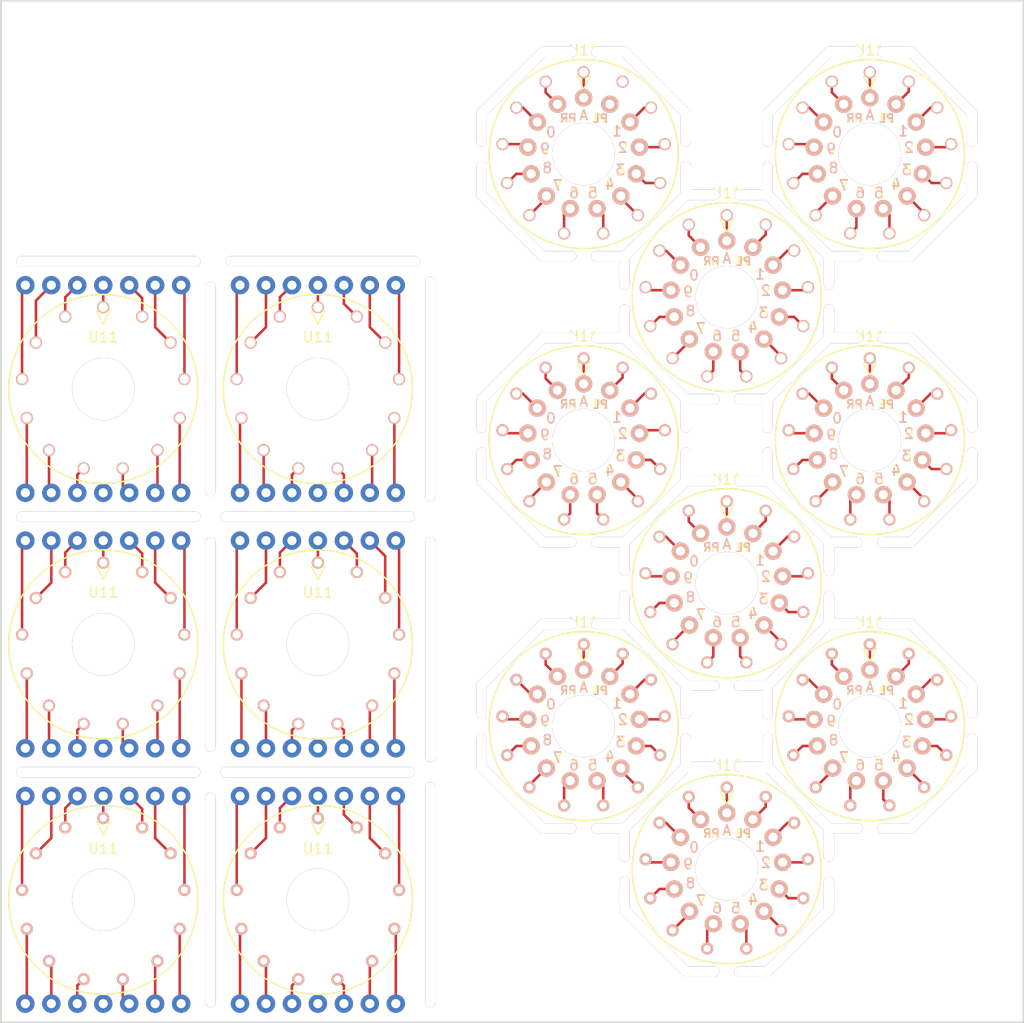
<source format=kicad_pcb>
(kicad_pcb (version 20171130) (host pcbnew "(2018-01-14 revision 63e55e918)-makepkg")

  (general
    (thickness 1.6)
    (drawings 4)
    (tracks 376)
    (zones 0)
    (modules 17)
    (nets 1)
  )

  (page A4)
  (layers
    (0 F.Cu signal)
    (31 B.Cu signal)
    (32 B.Adhes user)
    (33 F.Adhes user)
    (34 B.Paste user)
    (35 F.Paste user)
    (36 B.SilkS user)
    (37 F.SilkS user)
    (38 B.Mask user)
    (39 F.Mask user)
    (40 Dwgs.User user)
    (41 Cmts.User user)
    (42 Eco1.User user)
    (43 Eco2.User user)
    (44 Edge.Cuts user)
    (45 Margin user)
    (46 B.CrtYd user)
    (47 F.CrtYd user)
    (48 B.Fab user)
    (49 F.Fab user)
  )

  (setup
    (last_trace_width 0.25)
    (trace_clearance 0.2)
    (zone_clearance 0.508)
    (zone_45_only no)
    (trace_min 0.2)
    (segment_width 0.2)
    (edge_width 0.15)
    (via_size 0.8)
    (via_drill 0.4)
    (via_min_size 0.4)
    (via_min_drill 0.3)
    (uvia_size 0.3)
    (uvia_drill 0.1)
    (uvias_allowed no)
    (uvia_min_size 0.2)
    (uvia_min_drill 0.1)
    (pcb_text_width 0.3)
    (pcb_text_size 1.5 1.5)
    (mod_edge_width 0.15)
    (mod_text_size 1 1)
    (mod_text_width 0.15)
    (pad_size 1 19)
    (pad_drill 1)
    (pad_to_mask_clearance 0.2)
    (aux_axis_origin 0 0)
    (visible_elements 7FFFFFFF)
    (pcbplotparams
      (layerselection 0x010f0_ffffffff)
      (usegerberextensions false)
      (usegerberattributes false)
      (usegerberadvancedattributes false)
      (creategerberjobfile false)
      (excludeedgelayer true)
      (linewidth 0.100000)
      (plotframeref false)
      (viasonmask false)
      (mode 1)
      (useauxorigin false)
      (hpglpennumber 1)
      (hpglpenspeed 20)
      (hpglpendiameter 15)
      (psnegative false)
      (psa4output false)
      (plotreference true)
      (plotvalue true)
      (plotinvisibletext false)
      (padsonsilk false)
      (subtractmaskfromsilk false)
      (outputformat 1)
      (mirror false)
      (drillshape 0)
      (scaleselection 1)
      (outputdirectory ""))
  )

  (net 0 "")

  (net_class Default "This is the default net class."
    (clearance 0.2)
    (trace_width 0.25)
    (via_dia 0.8)
    (via_drill 0.4)
    (uvia_dia 0.3)
    (uvia_drill 0.1)
  )

  (module BamboulabFootprints:Horizontal-slot (layer F.Cu) (tedit 5A6B9BD1) (tstamp 5A7EF85B)
    (at 84 130.5)
    (fp_text reference REF** (at 0 0.5) (layer F.SilkS) hide
      (effects (font (size 1 1) (thickness 0.15)))
    )
    (fp_text value "Horizontal slot" (at 0 -0.5) (layer F.Fab)
      (effects (font (size 1 1) (thickness 0.15)))
    )
    (pad 1 thru_hole oval (at 0 0) (size 1 22) (drill oval 1 22) (layers *.Cu *.Mask))
  )

  (module BamboulabFootprints:bearing-7mm-breakout (layer F.Cu) (tedit 5A67B402) (tstamp 5A7F0285)
    (at 73 131)
    (fp_text reference U11 (at 0 -5) (layer F.SilkS)
      (effects (font (size 1 1) (thickness 0.15)))
    )
    (fp_text value IN-14 (at 0 7.62) (layer F.Fab)
      (effects (font (size 1 1) (thickness 0.15)))
    )
    (fp_line (start 0.635 -7.62) (end -0.635 -7.62) (layer F.SilkS) (width 0.15))
    (fp_line (start 0 -6.35) (end 0.635 -7.62) (layer F.SilkS) (width 0.15))
    (fp_line (start -0.635 -7.62) (end 0 -6.35) (layer F.SilkS) (width 0.15))
    (fp_circle (center 0 0) (end 9.25 0) (layer F.SilkS) (width 0.15))
    (pad "" thru_hole circle (at 0 0) (size 6.1 6.1) (drill 6.1) (layers *.Cu *.Mask))
    (pad 1 thru_hole circle (at 0 -8 180) (size 1.2 1.2) (drill 0.7) (layers *.Cu *.Adhes *.Paste *.SilkS *.Mask Dwgs.User Eco1.User Eco2.User))
    (pad 2 thru_hole circle (at 3.81 -7.083648 270) (size 1.2 1.2) (drill 0.7) (layers *.Cu *.Adhes *.Paste *.SilkS *.Mask Dwgs.User Eco1.User Eco2.User))
    (pad 3 thru_hole circle (at 6.58387 -4.544517 270) (size 1.2 1.2) (drill 0.7) (layers *.Cu *.Adhes *.Paste *.SilkS *.Mask Dwgs.User Eco1.User Eco2.User))
    (pad 4 thru_hole circle (at 7.94167 -0.964293 180) (size 1.2 1.2) (drill 0.7) (layers *.Cu *.Adhes *.Paste *.SilkS *.Mask Dwgs.User Eco1.User Eco2.User))
    (pad 13 thru_hole circle (at -3.717785 -7.083648 180) (size 1.2 1.2) (drill 0.7) (layers *.Cu *.Adhes *.Paste *.SilkS *.Mask Dwgs.User Eco1.User Eco2.User))
    (pad 6 thru_hole circle (at 5.304981 5.988085 180) (size 1.2 1.2) (drill 0.7) (layers *.Cu *.Adhes *.Paste *.SilkS *.Mask Dwgs.User Eco1.User Eco2.User))
    (pad 12 thru_hole circle (at -6.58387 -4.544517 180) (size 1.2 1.2) (drill 0.7) (layers *.Cu *.Adhes *.Paste *.SilkS *.Mask Dwgs.User Eco1.User Eco2.User))
    (pad 9 thru_hole circle (at -5.304981 5.988085 180) (size 1.2 1.2) (drill 0.7) (layers *.Cu *.Adhes *.Paste *.SilkS *.Mask Dwgs.User Eco1.User Eco2.User))
    (pad 5 thru_hole circle (at 7.480129 2.836839 180) (size 1.2 1.2) (drill 0.7) (layers *.Cu *.Adhes *.Paste *.SilkS *.Mask Dwgs.User Eco1.User Eco2.User))
    (pad 11 thru_hole circle (at -7.94167 -0.964293 180) (size 1.2 1.2) (drill 0.7) (layers *.Cu *.Adhes *.Paste *.SilkS *.Mask Dwgs.User Eco1.User Eco2.User))
    (pad 8 thru_hole circle (at -1.914525 7.767534 180) (size 1.2 1.2) (drill 0.7) (layers *.Cu *.Adhes *.Paste *.SilkS *.Mask Dwgs.User Eco1.User Eco2.User))
    (pad 10 thru_hole circle (at -7.480129 2.836839 180) (size 1.2 1.2) (drill 0.7) (layers *.Cu *.Adhes *.Paste *.SilkS *.Mask Dwgs.User Eco1.User Eco2.User))
    (pad 7 thru_hole circle (at 1.914525 7.767534 180) (size 1.2 1.2) (drill 0.7) (layers *.Cu *.Adhes *.Paste *.SilkS *.Mask Dwgs.User Eco1.User Eco2.User))
    (pad 1 thru_hole circle (at 0 -10.16) (size 1.8 1.8) (drill 0.9) (layers *.Cu *.Mask))
    (pad 2 thru_hole circle (at 2.54 -10.16) (size 1.8 1.8) (drill 0.9) (layers *.Cu *.Mask))
    (pad 3 thru_hole circle (at 5.08 -10.16) (size 1.8 1.8) (drill 0.9) (layers *.Cu *.Mask))
    (pad 4 thru_hole circle (at 7.62 -10.16) (size 1.8 1.8) (drill 0.9) (layers *.Cu *.Mask))
    (pad 12 thru_hole circle (at -5.08 -10.16) (size 1.8 1.8) (drill 0.9) (layers *.Cu *.Mask))
    (pad 13 thru_hole circle (at -2.54 -10.16) (size 1.8 1.8) (drill 0.9) (layers *.Cu *.Mask))
    (pad 11 thru_hole circle (at -7.62 -10.16) (size 1.8 1.8) (drill 0.9) (layers *.Cu *.Mask))
    (pad 5 thru_hole circle (at 7.62 10.16) (size 1.8 1.8) (drill 0.9) (layers *.Cu *.Mask))
    (pad 6 thru_hole circle (at 5.08 10.16) (size 1.8 1.8) (drill 0.9) (layers *.Cu *.Mask))
    (pad 7 thru_hole circle (at 2.54 10.16) (size 1.8 1.8) (drill 0.9) (layers *.Cu *.Mask))
    (pad 8 thru_hole circle (at -2.54 10.16) (size 1.8 1.8) (drill 0.9) (layers *.Cu *.Mask))
    (pad 9 thru_hole circle (at -5.08 10.16) (size 1.8 1.8) (drill 0.9) (layers *.Cu *.Mask))
    (pad 10 thru_hole circle (at -7.62 10.16) (size 1.8 1.8) (drill 0.9) (layers *.Cu *.Mask))
    (pad 14 thru_hole circle (at 0 10.16) (size 1.8 1.8) (drill 0.9) (layers *.Cu *.Mask))
  )

  (module BamboulabFootprints:IN-14-bearing-7mm-cutout (layer F.Cu) (tedit 5A6B99AD) (tstamp 5A758E48)
    (at 99 114)
    (fp_text reference U11 (at 0 -10.16) (layer F.SilkS)
      (effects (font (size 1 1) (thickness 0.15)))
    )
    (fp_text value IN-14 (at 0 7.62) (layer F.Fab)
      (effects (font (size 1 1) (thickness 0.15)))
    )
    (fp_circle (center 0 0) (end 9.25 0) (layer F.SilkS) (width 0.15))
    (fp_text user PL (at 1.6764 -3.5052) (layer F.SilkS)
      (effects (font (size 0.8 0.8) (thickness 0.15)))
    )
    (fp_text user PR (at -1.524 -3.5052) (layer F.SilkS)
      (effects (font (size 0.8 0.8) (thickness 0.15)))
    )
    (fp_text user 0 (at -3.2004 -2.1336) (layer F.SilkS)
      (effects (font (size 1 1) (thickness 0.15)))
    )
    (fp_text user 9 (at -3.7846 -0.508) (layer F.SilkS)
      (effects (font (size 1 1) (thickness 0.15)))
    )
    (fp_text user 8 (at -3.556 1.3716) (layer F.SilkS)
      (effects (font (size 1 1) (thickness 0.15)))
    )
    (fp_text user 7 (at -2.54 3.0734) (layer F.SilkS)
      (effects (font (size 1 1) (thickness 0.15)))
    )
    (fp_text user 6 (at -0.9398 3.81) (layer F.SilkS)
      (effects (font (size 1 1) (thickness 0.15)))
    )
    (fp_text user 5 (at 0.9144 3.81) (layer F.SilkS)
      (effects (font (size 1 1) (thickness 0.15)))
    )
    (fp_text user 4 (at 2.5146 2.9972) (layer F.SilkS)
      (effects (font (size 1 1) (thickness 0.15)))
    )
    (fp_text user 3 (at 3.6322 1.5494) (layer F.SilkS)
      (effects (font (size 1 1) (thickness 0.15)))
    )
    (fp_text user 2 (at 3.8608 -0.635) (layer F.SilkS)
      (effects (font (size 1 1) (thickness 0.15)))
    )
    (fp_text user 1 (at 3.2512 -2.2352) (layer F.SilkS)
      (effects (font (size 1 1) (thickness 0.15)))
    )
    (fp_text user A (at 0 -3.81) (layer F.SilkS)
      (effects (font (size 1 1) (thickness 0.15)))
    )
    (fp_text user PR (at -1.4986 -3.5052) (layer B.SilkS)
      (effects (font (size 0.8 0.8) (thickness 0.15)) (justify mirror))
    )
    (fp_text user 0 (at -3.2004 -2.1336) (layer B.SilkS)
      (effects (font (size 1 1) (thickness 0.15)) (justify mirror))
    )
    (fp_text user 9 (at -3.7846 -0.508) (layer B.SilkS)
      (effects (font (size 1 1) (thickness 0.15)) (justify mirror))
    )
    (fp_text user 8 (at -3.556 1.3716) (layer B.SilkS)
      (effects (font (size 1 1) (thickness 0.15)) (justify mirror))
    )
    (fp_text user 7 (at -2.54 3.0734) (layer B.SilkS)
      (effects (font (size 1 1) (thickness 0.15)) (justify mirror))
    )
    (fp_text user 6 (at -0.9398 3.81) (layer B.SilkS)
      (effects (font (size 1 1) (thickness 0.15)) (justify mirror))
    )
    (fp_text user 5 (at 0.8636 3.81) (layer B.SilkS)
      (effects (font (size 1 1) (thickness 0.15)) (justify mirror))
    )
    (fp_text user 4 (at 2.5654 2.9972) (layer B.SilkS)
      (effects (font (size 1 1) (thickness 0.15)) (justify mirror))
    )
    (fp_text user 3 (at 3.5814 1.5494) (layer B.SilkS)
      (effects (font (size 1 1) (thickness 0.15)) (justify mirror))
    )
    (fp_text user PL (at 1.651 -3.4798) (layer B.SilkS)
      (effects (font (size 0.8 0.8) (thickness 0.15)) (justify mirror))
    )
    (fp_text user 2 (at 3.81 -0.635) (layer B.SilkS)
      (effects (font (size 1 1) (thickness 0.15)) (justify mirror))
    )
    (fp_text user 1 (at 3.2512 -2.2352) (layer B.SilkS)
      (effects (font (size 1 1) (thickness 0.15)) (justify mirror))
    )
    (fp_text user A (at 0 -3.81) (layer B.SilkS)
      (effects (font (size 1 1) (thickness 0.15)) (justify mirror))
    )
    (fp_line (start -0.635 -7.62) (end 0 -6.35) (layer F.SilkS) (width 0.15))
    (fp_line (start 0 -6.35) (end 0.635 -7.62) (layer F.SilkS) (width 0.15))
    (fp_line (start 0.635 -7.62) (end -0.635 -7.62) (layer F.SilkS) (width 0.15))
    (pad 14 thru_hole oval (at -10 2.6) (size 1 3.75) (drill oval 1 3.75) (layers *.Cu *.Mask))
    (pad 14 thru_hole oval (at -10 -2.6) (size 1 3.75) (drill oval 1 3.75) (layers *.Cu *.Mask))
    (pad 14 thru_hole oval (at 10 -2.6) (size 1 3.75) (drill oval 1 3.75) (layers *.Cu *.Mask))
    (pad 14 thru_hole oval (at 10 2.6) (size 1 3.75) (drill oval 1 3.75) (layers *.Cu *.Mask))
    (pad 14 thru_hole oval (at 2.6 10) (size 3.75 1) (drill oval 3.75 1) (layers *.Cu *.Mask))
    (pad 14 thru_hole oval (at -2.6 10) (size 3.75 1) (drill oval 3.75 1) (layers *.Cu *.Mask))
    (pad 14 thru_hole oval (at -2.6 -10) (size 3.75 1) (drill oval 3.75 1) (layers *.Cu *.Mask))
    (pad 14 thru_hole oval (at 2.65 -10) (size 3.75 1) (drill oval 3.75 1) (layers *.Cu *.Mask))
    (pad 18 thru_hole oval (at -7 -7 315) (size 1 9.485) (drill oval 1 9.485) (layers *.Cu *.Mask))
    (pad 17 thru_hole oval (at -46.5 -45.5 270) (size 1 18) (drill oval 1 18) (layers *.Cu *.Mask))
    (pad 16 thru_hole oval (at -7 7 45) (size 1 9.485) (drill oval 1 9.485) (layers *.Cu *.Mask))
    (pad 16 thru_hole oval (at 7 -7 45) (size 1 9.485) (drill oval 1 9.485) (layers *.Cu *.Mask))
    (pad 7 thru_hole circle (at 1.914525 7.767534 180) (size 1.2 1.2) (drill 0.7) (layers *.Cu *.Adhes *.Paste *.SilkS *.Mask Dwgs.User Eco1.User Eco2.User))
    (pad 10 thru_hole circle (at -7.480129 2.836839 180) (size 1.2 1.2) (drill 0.7) (layers *.Cu *.Adhes *.Paste *.SilkS *.Mask Dwgs.User Eco1.User Eco2.User))
    (pad 8 thru_hole circle (at -1.914525 7.767534 180) (size 1.2 1.2) (drill 0.7) (layers *.Cu *.Adhes *.Paste *.SilkS *.Mask Dwgs.User Eco1.User Eco2.User))
    (pad 11 thru_hole circle (at -7.94167 -0.964293 180) (size 1.2 1.2) (drill 0.7) (layers *.Cu *.Adhes *.Paste *.SilkS *.Mask Dwgs.User Eco1.User Eco2.User))
    (pad 5 thru_hole circle (at 7.480129 2.836839 180) (size 1.2 1.2) (drill 0.7) (layers *.Cu *.Adhes *.Paste *.SilkS *.Mask Dwgs.User Eco1.User Eco2.User))
    (pad 9 thru_hole circle (at -5.304981 5.988085 180) (size 1.2 1.2) (drill 0.7) (layers *.Cu *.Adhes *.Paste *.SilkS *.Mask Dwgs.User Eco1.User Eco2.User))
    (pad 12 thru_hole circle (at -6.58387 -4.544517 180) (size 1.2 1.2) (drill 0.7) (layers *.Cu *.Adhes *.Paste *.SilkS *.Mask Dwgs.User Eco1.User Eco2.User))
    (pad 6 thru_hole circle (at 5.304981 5.988085 180) (size 1.2 1.2) (drill 0.7) (layers *.Cu *.Adhes *.Paste *.SilkS *.Mask Dwgs.User Eco1.User Eco2.User))
    (pad 13 thru_hole circle (at -3.717785 -7.083648 180) (size 1.2 1.2) (drill 0.7) (layers *.Cu *.Adhes *.Paste *.SilkS *.Mask Dwgs.User Eco1.User Eco2.User))
    (pad 4 thru_hole circle (at 7.94167 -0.964293 180) (size 1.2 1.2) (drill 0.7) (layers *.Cu *.Adhes *.Paste *.SilkS *.Mask Dwgs.User Eco1.User Eco2.User))
    (pad 3 thru_hole circle (at 6.58387 -4.544517 270) (size 1.2 1.2) (drill 0.7) (layers *.Cu *.Adhes *.Paste *.SilkS *.Mask Dwgs.User Eco1.User Eco2.User))
    (pad 2 thru_hole circle (at 3.81 -7.083648 270) (size 1.2 1.2) (drill 0.7) (layers *.Cu *.Adhes *.Paste *.SilkS *.Mask Dwgs.User Eco1.User Eco2.User))
    (pad 1 thru_hole circle (at 0 -8 180) (size 1.2 1.2) (drill 0.7) (layers *.Cu *.Adhes *.Paste *.SilkS *.Mask Dwgs.User Eco1.User Eco2.User))
    (pad "" thru_hole circle (at 0 0) (size 6.1 6.1) (drill 6.1) (layers *.Cu *.Mask))
    (pad 1 thru_hole circle (at 0 -5.5) (size 1.7 1.7) (drill 0.9) (layers *.Cu *.Adhes *.Paste *.SilkS *.Mask Dwgs.User Eco1.User Eco2.User))
    (pad 2 thru_hole circle (at 2.56 -4.87) (size 1.7 1.7) (drill 0.9) (layers *.Cu *.Adhes *.Paste *.SilkS *.Mask Dwgs.User Eco1.User Eco2.User))
    (pad 3 thru_hole circle (at 4.53 -3.13) (size 1.7 1.7) (drill 0.9) (layers *.Cu *.Adhes *.Paste *.SilkS *.Mask Dwgs.User Eco1.User Eco2.User))
    (pad 4 thru_hole circle (at 5.46 -0.67) (size 1.7 1.7) (drill 0.9) (layers *.Cu *.Adhes *.Paste *.SilkS *.Mask Dwgs.User Eco1.User Eco2.User))
    (pad 5 thru_hole circle (at 5.14 1.94) (size 1.7 1.7) (drill 0.9) (layers *.Cu *.Adhes *.Paste *.SilkS *.Mask Dwgs.User Eco1.User Eco2.User))
    (pad 6 thru_hole circle (at 3.64 4.11) (size 1.7 1.7) (drill 0.9) (layers *.Cu *.Adhes *.Paste *.SilkS *.Mask Dwgs.User Eco1.User Eco2.User))
    (pad 7 thru_hole circle (at 1.31 5.34) (size 1.7 1.7) (drill 0.9) (layers *.Cu *.Adhes *.Paste *.SilkS *.Mask Dwgs.User Eco1.User Eco2.User))
    (pad 8 thru_hole circle (at -1.32 5.34) (size 1.7 1.7) (drill 0.9) (layers *.Cu *.Adhes *.Paste *.SilkS *.Mask Dwgs.User Eco1.User Eco2.User))
    (pad 9 thru_hole circle (at -3.65 4.11) (size 1.7 1.7) (drill 0.9) (layers *.Cu *.Adhes *.Paste *.SilkS *.Mask Dwgs.User Eco1.User Eco2.User))
    (pad 10 thru_hole circle (at -5.14 1.94) (size 1.7 1.7) (drill 0.9) (layers *.Cu *.Adhes *.Paste *.SilkS *.Mask Dwgs.User Eco1.User Eco2.User))
    (pad 11 thru_hole circle (at -5.46 -0.67) (size 1.7 1.7) (drill 0.9) (layers *.Cu *.Adhes *.Paste *.SilkS *.Mask Dwgs.User Eco1.User Eco2.User))
    (pad 12 thru_hole circle (at -4.53 -3.13) (size 1.7 1.7) (drill 0.9) (layers *.Cu *.Adhes *.Paste *.SilkS *.Mask Dwgs.User Eco1.User Eco2.User))
    (pad 13 thru_hole circle (at -2.56 -4.87) (size 1.7 1.7) (drill 0.9) (layers *.Cu *.Adhes *.Paste *.SilkS *.Mask Dwgs.User Eco1.User Eco2.User))
  )

  (module BamboulabFootprints:IN-14-bearing-7mm-cutout (layer F.Cu) (tedit 5A6B9AAD) (tstamp 5A756A47)
    (at 113 128)
    (fp_text reference U11 (at 0 -10.16) (layer F.SilkS)
      (effects (font (size 1 1) (thickness 0.15)))
    )
    (fp_text value IN-14 (at 0 7.62) (layer F.Fab)
      (effects (font (size 1 1) (thickness 0.15)))
    )
    (fp_circle (center 0 0) (end 9.25 0) (layer F.SilkS) (width 0.15))
    (fp_text user PL (at 1.6764 -3.5052) (layer F.SilkS)
      (effects (font (size 0.8 0.8) (thickness 0.15)))
    )
    (fp_text user PR (at -1.524 -3.5052) (layer F.SilkS)
      (effects (font (size 0.8 0.8) (thickness 0.15)))
    )
    (fp_text user 0 (at -3.2004 -2.1336) (layer F.SilkS)
      (effects (font (size 1 1) (thickness 0.15)))
    )
    (fp_text user 9 (at -3.7846 -0.508) (layer F.SilkS)
      (effects (font (size 1 1) (thickness 0.15)))
    )
    (fp_text user 8 (at -3.556 1.3716) (layer F.SilkS)
      (effects (font (size 1 1) (thickness 0.15)))
    )
    (fp_text user 7 (at -2.54 3.0734) (layer F.SilkS)
      (effects (font (size 1 1) (thickness 0.15)))
    )
    (fp_text user 6 (at -0.9398 3.81) (layer F.SilkS)
      (effects (font (size 1 1) (thickness 0.15)))
    )
    (fp_text user 5 (at 0.9144 3.81) (layer F.SilkS)
      (effects (font (size 1 1) (thickness 0.15)))
    )
    (fp_text user 4 (at 2.5146 2.9972) (layer F.SilkS)
      (effects (font (size 1 1) (thickness 0.15)))
    )
    (fp_text user 3 (at 3.6322 1.5494) (layer F.SilkS)
      (effects (font (size 1 1) (thickness 0.15)))
    )
    (fp_text user 2 (at 3.8608 -0.635) (layer F.SilkS)
      (effects (font (size 1 1) (thickness 0.15)))
    )
    (fp_text user 1 (at 3.2512 -2.2352) (layer F.SilkS)
      (effects (font (size 1 1) (thickness 0.15)))
    )
    (fp_text user A (at 0 -3.81) (layer F.SilkS)
      (effects (font (size 1 1) (thickness 0.15)))
    )
    (fp_text user PR (at -1.4986 -3.5052) (layer B.SilkS)
      (effects (font (size 0.8 0.8) (thickness 0.15)) (justify mirror))
    )
    (fp_text user 0 (at -3.2004 -2.1336) (layer B.SilkS)
      (effects (font (size 1 1) (thickness 0.15)) (justify mirror))
    )
    (fp_text user 9 (at -3.7846 -0.508) (layer B.SilkS)
      (effects (font (size 1 1) (thickness 0.15)) (justify mirror))
    )
    (fp_text user 8 (at -3.556 1.3716) (layer B.SilkS)
      (effects (font (size 1 1) (thickness 0.15)) (justify mirror))
    )
    (fp_text user 7 (at -2.54 3.0734) (layer B.SilkS)
      (effects (font (size 1 1) (thickness 0.15)) (justify mirror))
    )
    (fp_text user 6 (at -0.9398 3.81) (layer B.SilkS)
      (effects (font (size 1 1) (thickness 0.15)) (justify mirror))
    )
    (fp_text user 5 (at 0.8636 3.81) (layer B.SilkS)
      (effects (font (size 1 1) (thickness 0.15)) (justify mirror))
    )
    (fp_text user 4 (at 2.5654 2.9972) (layer B.SilkS)
      (effects (font (size 1 1) (thickness 0.15)) (justify mirror))
    )
    (fp_text user 3 (at 3.5814 1.5494) (layer B.SilkS)
      (effects (font (size 1 1) (thickness 0.15)) (justify mirror))
    )
    (fp_text user PL (at 1.651 -3.4798) (layer B.SilkS)
      (effects (font (size 0.8 0.8) (thickness 0.15)) (justify mirror))
    )
    (fp_text user 2 (at 3.81 -0.635) (layer B.SilkS)
      (effects (font (size 1 1) (thickness 0.15)) (justify mirror))
    )
    (fp_text user 1 (at 3.2512 -2.2352) (layer B.SilkS)
      (effects (font (size 1 1) (thickness 0.15)) (justify mirror))
    )
    (fp_text user A (at 0 -3.81) (layer B.SilkS)
      (effects (font (size 1 1) (thickness 0.15)) (justify mirror))
    )
    (fp_line (start -0.635 -7.62) (end 0 -6.35) (layer F.SilkS) (width 0.15))
    (fp_line (start 0 -6.35) (end 0.635 -7.62) (layer F.SilkS) (width 0.15))
    (fp_line (start 0.635 -7.62) (end -0.635 -7.62) (layer F.SilkS) (width 0.15))
    (pad 14 thru_hole oval (at -10 2.6) (size 1 3.75) (drill oval 1 3.75) (layers *.Cu *.Mask))
    (pad 14 thru_hole oval (at -10 -2.6) (size 1 3.75) (drill oval 1 3.75) (layers *.Cu *.Mask))
    (pad 14 thru_hole oval (at 10 -2.6) (size 1 3.75) (drill oval 1 3.75) (layers *.Cu *.Mask))
    (pad 14 thru_hole oval (at 10 2.6) (size 1 3.75) (drill oval 1 3.75) (layers *.Cu *.Mask))
    (pad 14 thru_hole oval (at 2.6 10) (size 3.75 1) (drill oval 3.75 1) (layers *.Cu *.Mask))
    (pad 14 thru_hole oval (at -2.6 10) (size 3.75 1) (drill oval 3.75 1) (layers *.Cu *.Mask))
    (pad 14 thru_hole oval (at -2.6 -10) (size 3.75 1) (drill oval 3.75 1) (layers *.Cu *.Mask))
    (pad 14 thru_hole oval (at 2.65 -10) (size 3.75 1) (drill oval 3.75 1) (layers *.Cu *.Mask))
    (pad 18 thru_hole oval (at -7 -7 315) (size 1 9.485) (drill oval 1 9.485) (layers *.Cu *.Mask))
    (pad 17 thru_hole oval (at 7 7 315) (size 1 9.485) (drill oval 1 9.485) (layers *.Cu *.Mask))
    (pad 16 thru_hole oval (at -7 7 45) (size 1 9.485) (drill oval 1 9.485) (layers *.Cu *.Mask))
    (pad 16 thru_hole oval (at -50.5 -22) (size 1 21) (drill oval 1 21) (layers *.Cu *.Mask))
    (pad 7 thru_hole circle (at 1.914525 7.767534 180) (size 1.2 1.2) (drill 0.7) (layers *.Cu *.Adhes *.Paste *.SilkS *.Mask Dwgs.User Eco1.User Eco2.User))
    (pad 10 thru_hole circle (at -7.480129 2.836839 180) (size 1.2 1.2) (drill 0.7) (layers *.Cu *.Adhes *.Paste *.SilkS *.Mask Dwgs.User Eco1.User Eco2.User))
    (pad 8 thru_hole circle (at -1.914525 7.767534 180) (size 1.2 1.2) (drill 0.7) (layers *.Cu *.Adhes *.Paste *.SilkS *.Mask Dwgs.User Eco1.User Eco2.User))
    (pad 11 thru_hole circle (at -7.94167 -0.964293 180) (size 1.2 1.2) (drill 0.7) (layers *.Cu *.Adhes *.Paste *.SilkS *.Mask Dwgs.User Eco1.User Eco2.User))
    (pad 5 thru_hole circle (at 7.480129 2.836839 180) (size 1.2 1.2) (drill 0.7) (layers *.Cu *.Adhes *.Paste *.SilkS *.Mask Dwgs.User Eco1.User Eco2.User))
    (pad 9 thru_hole circle (at -5.304981 5.988085 180) (size 1.2 1.2) (drill 0.7) (layers *.Cu *.Adhes *.Paste *.SilkS *.Mask Dwgs.User Eco1.User Eco2.User))
    (pad 12 thru_hole circle (at -6.58387 -4.544517 180) (size 1.2 1.2) (drill 0.7) (layers *.Cu *.Adhes *.Paste *.SilkS *.Mask Dwgs.User Eco1.User Eco2.User))
    (pad 6 thru_hole circle (at 5.304981 5.988085 180) (size 1.2 1.2) (drill 0.7) (layers *.Cu *.Adhes *.Paste *.SilkS *.Mask Dwgs.User Eco1.User Eco2.User))
    (pad 13 thru_hole circle (at -3.717785 -7.083648 180) (size 1.2 1.2) (drill 0.7) (layers *.Cu *.Adhes *.Paste *.SilkS *.Mask Dwgs.User Eco1.User Eco2.User))
    (pad 4 thru_hole circle (at 7.94167 -0.964293 180) (size 1.2 1.2) (drill 0.7) (layers *.Cu *.Adhes *.Paste *.SilkS *.Mask Dwgs.User Eco1.User Eco2.User))
    (pad 3 thru_hole circle (at 6.58387 -4.544517 270) (size 1.2 1.2) (drill 0.7) (layers *.Cu *.Adhes *.Paste *.SilkS *.Mask Dwgs.User Eco1.User Eco2.User))
    (pad 2 thru_hole circle (at 3.81 -7.083648 270) (size 1.2 1.2) (drill 0.7) (layers *.Cu *.Adhes *.Paste *.SilkS *.Mask Dwgs.User Eco1.User Eco2.User))
    (pad 1 thru_hole circle (at 0 -8 180) (size 1.2 1.2) (drill 0.7) (layers *.Cu *.Adhes *.Paste *.SilkS *.Mask Dwgs.User Eco1.User Eco2.User))
    (pad "" thru_hole circle (at 0 0) (size 6.1 6.1) (drill 6.1) (layers *.Cu *.Mask))
    (pad 1 thru_hole circle (at 0 -5.5) (size 1.7 1.7) (drill 0.9) (layers *.Cu *.Adhes *.Paste *.SilkS *.Mask Dwgs.User Eco1.User Eco2.User))
    (pad 2 thru_hole circle (at 2.56 -4.87) (size 1.7 1.7) (drill 0.9) (layers *.Cu *.Adhes *.Paste *.SilkS *.Mask Dwgs.User Eco1.User Eco2.User))
    (pad 3 thru_hole circle (at 4.53 -3.13) (size 1.7 1.7) (drill 0.9) (layers *.Cu *.Adhes *.Paste *.SilkS *.Mask Dwgs.User Eco1.User Eco2.User))
    (pad 4 thru_hole circle (at 5.46 -0.67) (size 1.7 1.7) (drill 0.9) (layers *.Cu *.Adhes *.Paste *.SilkS *.Mask Dwgs.User Eco1.User Eco2.User))
    (pad 5 thru_hole circle (at 5.14 1.94) (size 1.7 1.7) (drill 0.9) (layers *.Cu *.Adhes *.Paste *.SilkS *.Mask Dwgs.User Eco1.User Eco2.User))
    (pad 6 thru_hole circle (at 3.64 4.11) (size 1.7 1.7) (drill 0.9) (layers *.Cu *.Adhes *.Paste *.SilkS *.Mask Dwgs.User Eco1.User Eco2.User))
    (pad 7 thru_hole circle (at 1.31 5.34) (size 1.7 1.7) (drill 0.9) (layers *.Cu *.Adhes *.Paste *.SilkS *.Mask Dwgs.User Eco1.User Eco2.User))
    (pad 8 thru_hole circle (at -1.32 5.34) (size 1.7 1.7) (drill 0.9) (layers *.Cu *.Adhes *.Paste *.SilkS *.Mask Dwgs.User Eco1.User Eco2.User))
    (pad 9 thru_hole circle (at -3.65 4.11) (size 1.7 1.7) (drill 0.9) (layers *.Cu *.Adhes *.Paste *.SilkS *.Mask Dwgs.User Eco1.User Eco2.User))
    (pad 10 thru_hole circle (at -5.14 1.94) (size 1.7 1.7) (drill 0.9) (layers *.Cu *.Adhes *.Paste *.SilkS *.Mask Dwgs.User Eco1.User Eco2.User))
    (pad 11 thru_hole circle (at -5.46 -0.67) (size 1.7 1.7) (drill 0.9) (layers *.Cu *.Adhes *.Paste *.SilkS *.Mask Dwgs.User Eco1.User Eco2.User))
    (pad 12 thru_hole circle (at -4.53 -3.13) (size 1.7 1.7) (drill 0.9) (layers *.Cu *.Adhes *.Paste *.SilkS *.Mask Dwgs.User Eco1.User Eco2.User))
    (pad 13 thru_hole circle (at -2.56 -4.87) (size 1.7 1.7) (drill 0.9) (layers *.Cu *.Adhes *.Paste *.SilkS *.Mask Dwgs.User Eco1.User Eco2.User))
  )

  (module BamboulabFootprints:IN-14-bearing-7mm-cutout (layer F.Cu) (tedit 5A651D44) (tstamp 5A7F0109)
    (at 127 114)
    (fp_text reference U11 (at 0 -10.16) (layer F.SilkS)
      (effects (font (size 1 1) (thickness 0.15)))
    )
    (fp_text value IN-14 (at 0 7.62) (layer F.Fab)
      (effects (font (size 1 1) (thickness 0.15)))
    )
    (fp_circle (center 0 0) (end 9.25 0) (layer F.SilkS) (width 0.15))
    (fp_text user PL (at 1.6764 -3.5052) (layer F.SilkS)
      (effects (font (size 0.8 0.8) (thickness 0.15)))
    )
    (fp_text user PR (at -1.524 -3.5052) (layer F.SilkS)
      (effects (font (size 0.8 0.8) (thickness 0.15)))
    )
    (fp_text user 0 (at -3.2004 -2.1336) (layer F.SilkS)
      (effects (font (size 1 1) (thickness 0.15)))
    )
    (fp_text user 9 (at -3.7846 -0.508) (layer F.SilkS)
      (effects (font (size 1 1) (thickness 0.15)))
    )
    (fp_text user 8 (at -3.556 1.3716) (layer F.SilkS)
      (effects (font (size 1 1) (thickness 0.15)))
    )
    (fp_text user 7 (at -2.54 3.0734) (layer F.SilkS)
      (effects (font (size 1 1) (thickness 0.15)))
    )
    (fp_text user 6 (at -0.9398 3.81) (layer F.SilkS)
      (effects (font (size 1 1) (thickness 0.15)))
    )
    (fp_text user 5 (at 0.9144 3.81) (layer F.SilkS)
      (effects (font (size 1 1) (thickness 0.15)))
    )
    (fp_text user 4 (at 2.5146 2.9972) (layer F.SilkS)
      (effects (font (size 1 1) (thickness 0.15)))
    )
    (fp_text user 3 (at 3.6322 1.5494) (layer F.SilkS)
      (effects (font (size 1 1) (thickness 0.15)))
    )
    (fp_text user 2 (at 3.8608 -0.635) (layer F.SilkS)
      (effects (font (size 1 1) (thickness 0.15)))
    )
    (fp_text user 1 (at 3.2512 -2.2352) (layer F.SilkS)
      (effects (font (size 1 1) (thickness 0.15)))
    )
    (fp_text user A (at 0 -3.81) (layer F.SilkS)
      (effects (font (size 1 1) (thickness 0.15)))
    )
    (fp_text user PR (at -1.4986 -3.5052) (layer B.SilkS)
      (effects (font (size 0.8 0.8) (thickness 0.15)) (justify mirror))
    )
    (fp_text user 0 (at -3.2004 -2.1336) (layer B.SilkS)
      (effects (font (size 1 1) (thickness 0.15)) (justify mirror))
    )
    (fp_text user 9 (at -3.7846 -0.508) (layer B.SilkS)
      (effects (font (size 1 1) (thickness 0.15)) (justify mirror))
    )
    (fp_text user 8 (at -3.556 1.3716) (layer B.SilkS)
      (effects (font (size 1 1) (thickness 0.15)) (justify mirror))
    )
    (fp_text user 7 (at -2.54 3.0734) (layer B.SilkS)
      (effects (font (size 1 1) (thickness 0.15)) (justify mirror))
    )
    (fp_text user 6 (at -0.9398 3.81) (layer B.SilkS)
      (effects (font (size 1 1) (thickness 0.15)) (justify mirror))
    )
    (fp_text user 5 (at 0.8636 3.81) (layer B.SilkS)
      (effects (font (size 1 1) (thickness 0.15)) (justify mirror))
    )
    (fp_text user 4 (at 2.5654 2.9972) (layer B.SilkS)
      (effects (font (size 1 1) (thickness 0.15)) (justify mirror))
    )
    (fp_text user 3 (at 3.5814 1.5494) (layer B.SilkS)
      (effects (font (size 1 1) (thickness 0.15)) (justify mirror))
    )
    (fp_text user PL (at 1.651 -3.4798) (layer B.SilkS)
      (effects (font (size 0.8 0.8) (thickness 0.15)) (justify mirror))
    )
    (fp_text user 2 (at 3.81 -0.635) (layer B.SilkS)
      (effects (font (size 1 1) (thickness 0.15)) (justify mirror))
    )
    (fp_text user 1 (at 3.2512 -2.2352) (layer B.SilkS)
      (effects (font (size 1 1) (thickness 0.15)) (justify mirror))
    )
    (fp_text user A (at 0 -3.81) (layer B.SilkS)
      (effects (font (size 1 1) (thickness 0.15)) (justify mirror))
    )
    (fp_line (start -0.635 -7.62) (end 0 -6.35) (layer F.SilkS) (width 0.15))
    (fp_line (start 0 -6.35) (end 0.635 -7.62) (layer F.SilkS) (width 0.15))
    (fp_line (start 0.635 -7.62) (end -0.635 -7.62) (layer F.SilkS) (width 0.15))
    (pad 14 thru_hole oval (at -10 2.6) (size 1 3.75) (drill oval 1 3.75) (layers *.Cu *.Mask))
    (pad 14 thru_hole oval (at -10 -2.6) (size 1 3.75) (drill oval 1 3.75) (layers *.Cu *.Mask))
    (pad 14 thru_hole oval (at 10 -2.6) (size 1 3.75) (drill oval 1 3.75) (layers *.Cu *.Mask))
    (pad 14 thru_hole oval (at 10 2.6) (size 1 3.75) (drill oval 1 3.75) (layers *.Cu *.Mask))
    (pad 14 thru_hole oval (at 2.6 10) (size 3.75 1) (drill oval 3.75 1) (layers *.Cu *.Mask))
    (pad 14 thru_hole oval (at -2.6 10) (size 3.75 1) (drill oval 3.75 1) (layers *.Cu *.Mask))
    (pad 14 thru_hole oval (at -2.6 -10) (size 3.75 1) (drill oval 3.75 1) (layers *.Cu *.Mask))
    (pad 14 thru_hole oval (at 2.65 -10) (size 3.75 1) (drill oval 3.75 1) (layers *.Cu *.Mask))
    (pad 18 thru_hole oval (at -7 -7 315) (size 1 9.485) (drill oval 1 9.485) (layers *.Cu *.Mask))
    (pad 17 thru_hole oval (at 7 7 315) (size 1 9.485) (drill oval 1 9.485) (layers *.Cu *.Mask))
    (pad 16 thru_hole oval (at -7 7 45) (size 1 9.485) (drill oval 1 9.485) (layers *.Cu *.Mask))
    (pad 16 thru_hole oval (at 7 -7 45) (size 1 9.485) (drill oval 1 9.485) (layers *.Cu *.Mask))
    (pad 7 thru_hole circle (at 1.914525 7.767534 180) (size 1.2 1.2) (drill 0.7) (layers *.Cu *.Adhes *.Paste *.SilkS *.Mask Dwgs.User Eco1.User Eco2.User))
    (pad 10 thru_hole circle (at -7.480129 2.836839 180) (size 1.2 1.2) (drill 0.7) (layers *.Cu *.Adhes *.Paste *.SilkS *.Mask Dwgs.User Eco1.User Eco2.User))
    (pad 8 thru_hole circle (at -1.914525 7.767534 180) (size 1.2 1.2) (drill 0.7) (layers *.Cu *.Adhes *.Paste *.SilkS *.Mask Dwgs.User Eco1.User Eco2.User))
    (pad 11 thru_hole circle (at -7.94167 -0.964293 180) (size 1.2 1.2) (drill 0.7) (layers *.Cu *.Adhes *.Paste *.SilkS *.Mask Dwgs.User Eco1.User Eco2.User))
    (pad 5 thru_hole circle (at 7.480129 2.836839 180) (size 1.2 1.2) (drill 0.7) (layers *.Cu *.Adhes *.Paste *.SilkS *.Mask Dwgs.User Eco1.User Eco2.User))
    (pad 9 thru_hole circle (at -5.304981 5.988085 180) (size 1.2 1.2) (drill 0.7) (layers *.Cu *.Adhes *.Paste *.SilkS *.Mask Dwgs.User Eco1.User Eco2.User))
    (pad 12 thru_hole circle (at -6.58387 -4.544517 180) (size 1.2 1.2) (drill 0.7) (layers *.Cu *.Adhes *.Paste *.SilkS *.Mask Dwgs.User Eco1.User Eco2.User))
    (pad 6 thru_hole circle (at 5.304981 5.988085 180) (size 1.2 1.2) (drill 0.7) (layers *.Cu *.Adhes *.Paste *.SilkS *.Mask Dwgs.User Eco1.User Eco2.User))
    (pad 13 thru_hole circle (at -3.717785 -7.083648 180) (size 1.2 1.2) (drill 0.7) (layers *.Cu *.Adhes *.Paste *.SilkS *.Mask Dwgs.User Eco1.User Eco2.User))
    (pad 4 thru_hole circle (at 7.94167 -0.964293 180) (size 1.2 1.2) (drill 0.7) (layers *.Cu *.Adhes *.Paste *.SilkS *.Mask Dwgs.User Eco1.User Eco2.User))
    (pad 3 thru_hole circle (at 6.58387 -4.544517 270) (size 1.2 1.2) (drill 0.7) (layers *.Cu *.Adhes *.Paste *.SilkS *.Mask Dwgs.User Eco1.User Eco2.User))
    (pad 2 thru_hole circle (at 3.81 -7.083648 270) (size 1.2 1.2) (drill 0.7) (layers *.Cu *.Adhes *.Paste *.SilkS *.Mask Dwgs.User Eco1.User Eco2.User))
    (pad 1 thru_hole circle (at 0 -8 180) (size 1.2 1.2) (drill 0.7) (layers *.Cu *.Adhes *.Paste *.SilkS *.Mask Dwgs.User Eco1.User Eco2.User))
    (pad "" thru_hole circle (at 0 0) (size 6.1 6.1) (drill 6.1) (layers *.Cu *.Mask))
    (pad 1 thru_hole circle (at 0 -5.5) (size 1.7 1.7) (drill 0.9) (layers *.Cu *.Adhes *.Paste *.SilkS *.Mask Dwgs.User Eco1.User Eco2.User))
    (pad 2 thru_hole circle (at 2.56 -4.87) (size 1.7 1.7) (drill 0.9) (layers *.Cu *.Adhes *.Paste *.SilkS *.Mask Dwgs.User Eco1.User Eco2.User))
    (pad 3 thru_hole circle (at 4.53 -3.13) (size 1.7 1.7) (drill 0.9) (layers *.Cu *.Adhes *.Paste *.SilkS *.Mask Dwgs.User Eco1.User Eco2.User))
    (pad 4 thru_hole circle (at 5.46 -0.67) (size 1.7 1.7) (drill 0.9) (layers *.Cu *.Adhes *.Paste *.SilkS *.Mask Dwgs.User Eco1.User Eco2.User))
    (pad 5 thru_hole circle (at 5.14 1.94) (size 1.7 1.7) (drill 0.9) (layers *.Cu *.Adhes *.Paste *.SilkS *.Mask Dwgs.User Eco1.User Eco2.User))
    (pad 6 thru_hole circle (at 3.64 4.11) (size 1.7 1.7) (drill 0.9) (layers *.Cu *.Adhes *.Paste *.SilkS *.Mask Dwgs.User Eco1.User Eco2.User))
    (pad 7 thru_hole circle (at 1.31 5.34) (size 1.7 1.7) (drill 0.9) (layers *.Cu *.Adhes *.Paste *.SilkS *.Mask Dwgs.User Eco1.User Eco2.User))
    (pad 8 thru_hole circle (at -1.32 5.34) (size 1.7 1.7) (drill 0.9) (layers *.Cu *.Adhes *.Paste *.SilkS *.Mask Dwgs.User Eco1.User Eco2.User))
    (pad 9 thru_hole circle (at -3.65 4.11) (size 1.7 1.7) (drill 0.9) (layers *.Cu *.Adhes *.Paste *.SilkS *.Mask Dwgs.User Eco1.User Eco2.User))
    (pad 10 thru_hole circle (at -5.14 1.94) (size 1.7 1.7) (drill 0.9) (layers *.Cu *.Adhes *.Paste *.SilkS *.Mask Dwgs.User Eco1.User Eco2.User))
    (pad 11 thru_hole circle (at -5.46 -0.67) (size 1.7 1.7) (drill 0.9) (layers *.Cu *.Adhes *.Paste *.SilkS *.Mask Dwgs.User Eco1.User Eco2.User))
    (pad 12 thru_hole circle (at -4.53 -3.13) (size 1.7 1.7) (drill 0.9) (layers *.Cu *.Adhes *.Paste *.SilkS *.Mask Dwgs.User Eco1.User Eco2.User))
    (pad 13 thru_hole circle (at -2.56 -4.87) (size 1.7 1.7) (drill 0.9) (layers *.Cu *.Adhes *.Paste *.SilkS *.Mask Dwgs.User Eco1.User Eco2.User))
  )

  (module BamboulabFootprints:bearing-7mm-breakout (layer F.Cu) (tedit 5A67B402) (tstamp 5A67D1FA)
    (at 52 131)
    (fp_text reference U11 (at 0 -5) (layer F.SilkS)
      (effects (font (size 1 1) (thickness 0.15)))
    )
    (fp_text value IN-14 (at 0 7.62) (layer F.Fab)
      (effects (font (size 1 1) (thickness 0.15)))
    )
    (fp_circle (center 0 0) (end 9.25 0) (layer F.SilkS) (width 0.15))
    (fp_line (start -0.635 -7.62) (end 0 -6.35) (layer F.SilkS) (width 0.15))
    (fp_line (start 0 -6.35) (end 0.635 -7.62) (layer F.SilkS) (width 0.15))
    (fp_line (start 0.635 -7.62) (end -0.635 -7.62) (layer F.SilkS) (width 0.15))
    (pad 14 thru_hole circle (at 0 10.16) (size 1.8 1.8) (drill 0.9) (layers *.Cu *.Mask))
    (pad 10 thru_hole circle (at -7.62 10.16) (size 1.8 1.8) (drill 0.9) (layers *.Cu *.Mask))
    (pad 9 thru_hole circle (at -5.08 10.16) (size 1.8 1.8) (drill 0.9) (layers *.Cu *.Mask))
    (pad 8 thru_hole circle (at -2.54 10.16) (size 1.8 1.8) (drill 0.9) (layers *.Cu *.Mask))
    (pad 7 thru_hole circle (at 2.54 10.16) (size 1.8 1.8) (drill 0.9) (layers *.Cu *.Mask))
    (pad 6 thru_hole circle (at 5.08 10.16) (size 1.8 1.8) (drill 0.9) (layers *.Cu *.Mask))
    (pad 5 thru_hole circle (at 7.62 10.16) (size 1.8 1.8) (drill 0.9) (layers *.Cu *.Mask))
    (pad 11 thru_hole circle (at -7.62 -10.16) (size 1.8 1.8) (drill 0.9) (layers *.Cu *.Mask))
    (pad 13 thru_hole circle (at -2.54 -10.16) (size 1.8 1.8) (drill 0.9) (layers *.Cu *.Mask))
    (pad 12 thru_hole circle (at -5.08 -10.16) (size 1.8 1.8) (drill 0.9) (layers *.Cu *.Mask))
    (pad 4 thru_hole circle (at 7.62 -10.16) (size 1.8 1.8) (drill 0.9) (layers *.Cu *.Mask))
    (pad 3 thru_hole circle (at 5.08 -10.16) (size 1.8 1.8) (drill 0.9) (layers *.Cu *.Mask))
    (pad 2 thru_hole circle (at 2.54 -10.16) (size 1.8 1.8) (drill 0.9) (layers *.Cu *.Mask))
    (pad 1 thru_hole circle (at 0 -10.16) (size 1.8 1.8) (drill 0.9) (layers *.Cu *.Mask))
    (pad 7 thru_hole circle (at 1.914525 7.767534 180) (size 1.2 1.2) (drill 0.7) (layers *.Cu *.Adhes *.Paste *.SilkS *.Mask Dwgs.User Eco1.User Eco2.User))
    (pad 10 thru_hole circle (at -7.480129 2.836839 180) (size 1.2 1.2) (drill 0.7) (layers *.Cu *.Adhes *.Paste *.SilkS *.Mask Dwgs.User Eco1.User Eco2.User))
    (pad 8 thru_hole circle (at -1.914525 7.767534 180) (size 1.2 1.2) (drill 0.7) (layers *.Cu *.Adhes *.Paste *.SilkS *.Mask Dwgs.User Eco1.User Eco2.User))
    (pad 11 thru_hole circle (at -7.94167 -0.964293 180) (size 1.2 1.2) (drill 0.7) (layers *.Cu *.Adhes *.Paste *.SilkS *.Mask Dwgs.User Eco1.User Eco2.User))
    (pad 5 thru_hole circle (at 7.480129 2.836839 180) (size 1.2 1.2) (drill 0.7) (layers *.Cu *.Adhes *.Paste *.SilkS *.Mask Dwgs.User Eco1.User Eco2.User))
    (pad 9 thru_hole circle (at -5.304981 5.988085 180) (size 1.2 1.2) (drill 0.7) (layers *.Cu *.Adhes *.Paste *.SilkS *.Mask Dwgs.User Eco1.User Eco2.User))
    (pad 12 thru_hole circle (at -6.58387 -4.544517 180) (size 1.2 1.2) (drill 0.7) (layers *.Cu *.Adhes *.Paste *.SilkS *.Mask Dwgs.User Eco1.User Eco2.User))
    (pad 6 thru_hole circle (at 5.304981 5.988085 180) (size 1.2 1.2) (drill 0.7) (layers *.Cu *.Adhes *.Paste *.SilkS *.Mask Dwgs.User Eco1.User Eco2.User))
    (pad 13 thru_hole circle (at -3.717785 -7.083648 180) (size 1.2 1.2) (drill 0.7) (layers *.Cu *.Adhes *.Paste *.SilkS *.Mask Dwgs.User Eco1.User Eco2.User))
    (pad 4 thru_hole circle (at 7.94167 -0.964293 180) (size 1.2 1.2) (drill 0.7) (layers *.Cu *.Adhes *.Paste *.SilkS *.Mask Dwgs.User Eco1.User Eco2.User))
    (pad 3 thru_hole circle (at 6.58387 -4.544517 270) (size 1.2 1.2) (drill 0.7) (layers *.Cu *.Adhes *.Paste *.SilkS *.Mask Dwgs.User Eco1.User Eco2.User))
    (pad 2 thru_hole circle (at 3.81 -7.083648 270) (size 1.2 1.2) (drill 0.7) (layers *.Cu *.Adhes *.Paste *.SilkS *.Mask Dwgs.User Eco1.User Eco2.User))
    (pad 1 thru_hole circle (at 0 -8 180) (size 1.2 1.2) (drill 0.7) (layers *.Cu *.Adhes *.Paste *.SilkS *.Mask Dwgs.User Eco1.User Eco2.User))
    (pad "" thru_hole circle (at 0 0) (size 6.1 6.1) (drill 6.1) (layers *.Cu *.Mask))
  )

  (module BamboulabFootprints:IN-14-bearing-8mm-cutout (layer F.Cu) (tedit 5A6B9A6E) (tstamp 5A758966)
    (at 113 100)
    (fp_text reference U11 (at 0 -10.16) (layer F.SilkS)
      (effects (font (size 1 1) (thickness 0.15)))
    )
    (fp_text value IN-14 (at 0 7.62) (layer F.Fab)
      (effects (font (size 1 1) (thickness 0.15)))
    )
    (fp_circle (center 0 0) (end 9.25 0) (layer F.SilkS) (width 0.15))
    (fp_text user PL (at 1.6764 -3.5052) (layer F.SilkS)
      (effects (font (size 0.8 0.8) (thickness 0.15)))
    )
    (fp_text user PR (at -1.524 -3.5052) (layer F.SilkS)
      (effects (font (size 0.8 0.8) (thickness 0.15)))
    )
    (fp_text user 0 (at -3.2004 -2.1336) (layer F.SilkS)
      (effects (font (size 1 1) (thickness 0.15)))
    )
    (fp_text user 9 (at -3.7846 -0.508) (layer F.SilkS)
      (effects (font (size 1 1) (thickness 0.15)))
    )
    (fp_text user 8 (at -3.556 1.3716) (layer F.SilkS)
      (effects (font (size 1 1) (thickness 0.15)))
    )
    (fp_text user 7 (at -2.54 3.0734) (layer F.SilkS)
      (effects (font (size 1 1) (thickness 0.15)))
    )
    (fp_text user 6 (at -0.9398 3.81) (layer F.SilkS)
      (effects (font (size 1 1) (thickness 0.15)))
    )
    (fp_text user 5 (at 0.9144 3.81) (layer F.SilkS)
      (effects (font (size 1 1) (thickness 0.15)))
    )
    (fp_text user 4 (at 2.5146 2.9972) (layer F.SilkS)
      (effects (font (size 1 1) (thickness 0.15)))
    )
    (fp_text user 3 (at 3.6322 1.5494) (layer F.SilkS)
      (effects (font (size 1 1) (thickness 0.15)))
    )
    (fp_text user 2 (at 3.8608 -0.635) (layer F.SilkS)
      (effects (font (size 1 1) (thickness 0.15)))
    )
    (fp_text user 1 (at 3.2512 -2.2352) (layer F.SilkS)
      (effects (font (size 1 1) (thickness 0.15)))
    )
    (fp_text user A (at 0 -3.81) (layer F.SilkS)
      (effects (font (size 1 1) (thickness 0.15)))
    )
    (fp_text user PR (at -1.4986 -3.5052) (layer B.SilkS)
      (effects (font (size 0.8 0.8) (thickness 0.15)) (justify mirror))
    )
    (fp_text user 0 (at -3.2004 -2.1336) (layer B.SilkS)
      (effects (font (size 1 1) (thickness 0.15)) (justify mirror))
    )
    (fp_text user 9 (at -3.7846 -0.508) (layer B.SilkS)
      (effects (font (size 1 1) (thickness 0.15)) (justify mirror))
    )
    (fp_text user 8 (at -3.556 1.3716) (layer B.SilkS)
      (effects (font (size 1 1) (thickness 0.15)) (justify mirror))
    )
    (fp_text user 7 (at -2.54 3.0734) (layer B.SilkS)
      (effects (font (size 1 1) (thickness 0.15)) (justify mirror))
    )
    (fp_text user 6 (at -0.9398 3.81) (layer B.SilkS)
      (effects (font (size 1 1) (thickness 0.15)) (justify mirror))
    )
    (fp_text user 5 (at 0.8636 3.81) (layer B.SilkS)
      (effects (font (size 1 1) (thickness 0.15)) (justify mirror))
    )
    (fp_text user 4 (at 2.5654 2.9972) (layer B.SilkS)
      (effects (font (size 1 1) (thickness 0.15)) (justify mirror))
    )
    (fp_text user 3 (at 3.5814 1.5494) (layer B.SilkS)
      (effects (font (size 1 1) (thickness 0.15)) (justify mirror))
    )
    (fp_text user PL (at 1.651 -3.4798) (layer B.SilkS)
      (effects (font (size 0.8 0.8) (thickness 0.15)) (justify mirror))
    )
    (fp_text user 2 (at 3.81 -0.635) (layer B.SilkS)
      (effects (font (size 1 1) (thickness 0.15)) (justify mirror))
    )
    (fp_text user 1 (at 3.2512 -2.2352) (layer B.SilkS)
      (effects (font (size 1 1) (thickness 0.15)) (justify mirror))
    )
    (fp_text user A (at 0 -3.81) (layer B.SilkS)
      (effects (font (size 1 1) (thickness 0.15)) (justify mirror))
    )
    (fp_line (start -0.635 -7.62) (end 0 -6.35) (layer F.SilkS) (width 0.15))
    (fp_line (start 0 -6.35) (end 0.635 -7.62) (layer F.SilkS) (width 0.15))
    (fp_line (start 0.635 -7.62) (end -0.635 -7.62) (layer F.SilkS) (width 0.15))
    (pad 14 thru_hole oval (at -10 2.6) (size 1 3.75) (drill oval 1 3.75) (layers *.Cu *.Mask))
    (pad 14 thru_hole oval (at -10 -2.6) (size 1 3.75) (drill oval 1 3.75) (layers *.Cu *.Mask))
    (pad 14 thru_hole oval (at 10 -2.6) (size 1 3.75) (drill oval 1 3.75) (layers *.Cu *.Mask))
    (pad 14 thru_hole oval (at 10 2.6) (size 1 3.75) (drill oval 1 3.75) (layers *.Cu *.Mask))
    (pad 14 thru_hole oval (at 2.6 10) (size 3.75 1) (drill oval 3.75 1) (layers *.Cu *.Mask))
    (pad 14 thru_hole oval (at -2.6 10) (size 3.75 1) (drill oval 3.75 1) (layers *.Cu *.Mask))
    (pad 14 thru_hole oval (at -2.6 -10) (size 3.75 1) (drill oval 3.75 1) (layers *.Cu *.Mask))
    (pad 14 thru_hole oval (at 2.65 -10) (size 3.75 1) (drill oval 3.75 1) (layers *.Cu *.Mask))
    (pad 18 thru_hole oval (at -60.5 18.5 270) (size 1 18) (drill oval 1 18) (layers *.Cu *.Mask))
    (pad 17 thru_hole oval (at -60.5 -6.5 90) (size 1 18) (drill oval 1 18) (layers *.Cu *.Mask))
    (pad 16 thru_hole oval (at -40 -6.5 90) (size 1 19) (drill oval 1 19) (layers *.Cu *.Mask))
    (pad 16 thru_hole oval (at -39.5 -31.5 90) (size 1 19) (drill oval 1 19) (layers *.Cu *.Mask))
    (pad 7 thru_hole circle (at 1.914525 7.767534 180) (size 1.2 1.2) (drill 0.8) (layers *.Cu *.Adhes *.Paste *.SilkS *.Mask Dwgs.User Eco1.User Eco2.User))
    (pad 10 thru_hole circle (at -7.480129 2.836839 180) (size 1.2 1.2) (drill 0.8) (layers *.Cu *.Adhes *.Paste *.SilkS *.Mask Dwgs.User Eco1.User Eco2.User))
    (pad 8 thru_hole circle (at -1.914525 7.767534 180) (size 1.2 1.2) (drill 0.8) (layers *.Cu *.Adhes *.Paste *.SilkS *.Mask Dwgs.User Eco1.User Eco2.User))
    (pad 11 thru_hole circle (at -7.94167 -0.964293 180) (size 1.2 1.2) (drill 0.8) (layers *.Cu *.Adhes *.Paste *.SilkS *.Mask Dwgs.User Eco1.User Eco2.User))
    (pad 5 thru_hole circle (at 7.480129 2.836839 180) (size 1.2 1.2) (drill 0.8) (layers *.Cu *.Adhes *.Paste *.SilkS *.Mask Dwgs.User Eco1.User Eco2.User))
    (pad 9 thru_hole circle (at -5.304981 5.988085 180) (size 1.2 1.2) (drill 0.8) (layers *.Cu *.Adhes *.Paste *.SilkS *.Mask Dwgs.User Eco1.User Eco2.User))
    (pad 12 thru_hole circle (at -6.58387 -4.544517 180) (size 1.2 1.2) (drill 0.8) (layers *.Cu *.Adhes *.Paste *.SilkS *.Mask Dwgs.User Eco1.User Eco2.User))
    (pad 6 thru_hole circle (at 5.304981 5.988085 180) (size 1.2 1.2) (drill 0.8) (layers *.Cu *.Adhes *.Paste *.SilkS *.Mask Dwgs.User Eco1.User Eco2.User))
    (pad 13 thru_hole circle (at -3.717785 -7.083648 180) (size 1.2 1.2) (drill 0.8) (layers *.Cu *.Adhes *.Paste *.SilkS *.Mask Dwgs.User Eco1.User Eco2.User))
    (pad 4 thru_hole circle (at 7.94167 -0.964293 180) (size 1.2 1.2) (drill 0.8) (layers *.Cu *.Adhes *.Paste *.SilkS *.Mask Dwgs.User Eco1.User Eco2.User))
    (pad 3 thru_hole circle (at 6.58387 -4.544517 270) (size 1.2 1.2) (drill 0.8) (layers *.Cu *.Adhes *.Paste *.SilkS *.Mask Dwgs.User Eco1.User Eco2.User))
    (pad 2 thru_hole circle (at 3.81 -7.083648 270) (size 1.2 1.2) (drill 0.8) (layers *.Cu *.Adhes *.Paste *.SilkS *.Mask Dwgs.User Eco1.User Eco2.User))
    (pad 1 thru_hole circle (at 0 -8 180) (size 1.2 1.2) (drill 0.8) (layers *.Cu *.Adhes *.Paste *.SilkS *.Mask Dwgs.User Eco1.User Eco2.User))
    (pad "" thru_hole circle (at 0 0) (size 6.1 6.1) (drill 6.1) (layers *.Cu *.Mask))
    (pad 1 thru_hole circle (at 0 -5.5) (size 1.7 1.7) (drill 0.9) (layers *.Cu *.Adhes *.Paste *.SilkS *.Mask Dwgs.User Eco1.User Eco2.User))
    (pad 2 thru_hole circle (at 2.56 -4.87) (size 1.7 1.7) (drill 0.9) (layers *.Cu *.Adhes *.Paste *.SilkS *.Mask Dwgs.User Eco1.User Eco2.User))
    (pad 3 thru_hole circle (at 4.53 -3.13) (size 1.7 1.7) (drill 0.9) (layers *.Cu *.Adhes *.Paste *.SilkS *.Mask Dwgs.User Eco1.User Eco2.User))
    (pad 4 thru_hole circle (at 5.46 -0.67) (size 1.7 1.7) (drill 0.9) (layers *.Cu *.Adhes *.Paste *.SilkS *.Mask Dwgs.User Eco1.User Eco2.User))
    (pad 5 thru_hole circle (at 5.14 1.94) (size 1.7 1.7) (drill 0.9) (layers *.Cu *.Adhes *.Paste *.SilkS *.Mask Dwgs.User Eco1.User Eco2.User))
    (pad 6 thru_hole circle (at 3.64 4.11) (size 1.7 1.7) (drill 0.9) (layers *.Cu *.Adhes *.Paste *.SilkS *.Mask Dwgs.User Eco1.User Eco2.User))
    (pad 7 thru_hole circle (at 1.31 5.34) (size 1.7 1.7) (drill 0.9) (layers *.Cu *.Adhes *.Paste *.SilkS *.Mask Dwgs.User Eco1.User Eco2.User))
    (pad 8 thru_hole circle (at -1.32 5.34) (size 1.7 1.7) (drill 0.9) (layers *.Cu *.Adhes *.Paste *.SilkS *.Mask Dwgs.User Eco1.User Eco2.User))
    (pad 9 thru_hole circle (at -3.65 4.11) (size 1.7 1.7) (drill 0.9) (layers *.Cu *.Adhes *.Paste *.SilkS *.Mask Dwgs.User Eco1.User Eco2.User))
    (pad 10 thru_hole circle (at -5.14 1.94) (size 1.7 1.7) (drill 0.9) (layers *.Cu *.Adhes *.Paste *.SilkS *.Mask Dwgs.User Eco1.User Eco2.User))
    (pad 11 thru_hole circle (at -5.46 -0.67) (size 1.7 1.7) (drill 0.9) (layers *.Cu *.Adhes *.Paste *.SilkS *.Mask Dwgs.User Eco1.User Eco2.User))
    (pad 12 thru_hole circle (at -4.53 -3.13) (size 1.7 1.7) (drill 0.9) (layers *.Cu *.Adhes *.Paste *.SilkS *.Mask Dwgs.User Eco1.User Eco2.User))
    (pad 13 thru_hole circle (at -2.56 -4.87) (size 1.7 1.7) (drill 0.9) (layers *.Cu *.Adhes *.Paste *.SilkS *.Mask Dwgs.User Eco1.User Eco2.User))
  )

  (module BamboulabFootprints:IN-14-bearing-8mm-cutout (layer F.Cu) (tedit 5A6B9AB7) (tstamp 5A755A62)
    (at 127 86)
    (fp_text reference U11 (at 0 -10.16) (layer F.SilkS)
      (effects (font (size 1 1) (thickness 0.15)))
    )
    (fp_text value IN-14 (at 0 7.62) (layer F.Fab)
      (effects (font (size 1 1) (thickness 0.15)))
    )
    (fp_circle (center 0 0) (end 9.25 0) (layer F.SilkS) (width 0.15))
    (fp_text user PL (at 1.6764 -3.5052) (layer F.SilkS)
      (effects (font (size 0.8 0.8) (thickness 0.15)))
    )
    (fp_text user PR (at -1.524 -3.5052) (layer F.SilkS)
      (effects (font (size 0.8 0.8) (thickness 0.15)))
    )
    (fp_text user 0 (at -3.2004 -2.1336) (layer F.SilkS)
      (effects (font (size 1 1) (thickness 0.15)))
    )
    (fp_text user 9 (at -3.7846 -0.508) (layer F.SilkS)
      (effects (font (size 1 1) (thickness 0.15)))
    )
    (fp_text user 8 (at -3.556 1.3716) (layer F.SilkS)
      (effects (font (size 1 1) (thickness 0.15)))
    )
    (fp_text user 7 (at -2.54 3.0734) (layer F.SilkS)
      (effects (font (size 1 1) (thickness 0.15)))
    )
    (fp_text user 6 (at -0.9398 3.81) (layer F.SilkS)
      (effects (font (size 1 1) (thickness 0.15)))
    )
    (fp_text user 5 (at 0.9144 3.81) (layer F.SilkS)
      (effects (font (size 1 1) (thickness 0.15)))
    )
    (fp_text user 4 (at 2.5146 2.9972) (layer F.SilkS)
      (effects (font (size 1 1) (thickness 0.15)))
    )
    (fp_text user 3 (at 3.6322 1.5494) (layer F.SilkS)
      (effects (font (size 1 1) (thickness 0.15)))
    )
    (fp_text user 2 (at 3.8608 -0.635) (layer F.SilkS)
      (effects (font (size 1 1) (thickness 0.15)))
    )
    (fp_text user 1 (at 3.2512 -2.2352) (layer F.SilkS)
      (effects (font (size 1 1) (thickness 0.15)))
    )
    (fp_text user A (at 0 -3.81) (layer F.SilkS)
      (effects (font (size 1 1) (thickness 0.15)))
    )
    (fp_text user PR (at -1.4986 -3.5052) (layer B.SilkS)
      (effects (font (size 0.8 0.8) (thickness 0.15)) (justify mirror))
    )
    (fp_text user 0 (at -3.2004 -2.1336) (layer B.SilkS)
      (effects (font (size 1 1) (thickness 0.15)) (justify mirror))
    )
    (fp_text user 9 (at -3.7846 -0.508) (layer B.SilkS)
      (effects (font (size 1 1) (thickness 0.15)) (justify mirror))
    )
    (fp_text user 8 (at -3.556 1.3716) (layer B.SilkS)
      (effects (font (size 1 1) (thickness 0.15)) (justify mirror))
    )
    (fp_text user 7 (at -2.54 3.0734) (layer B.SilkS)
      (effects (font (size 1 1) (thickness 0.15)) (justify mirror))
    )
    (fp_text user 6 (at -0.9398 3.81) (layer B.SilkS)
      (effects (font (size 1 1) (thickness 0.15)) (justify mirror))
    )
    (fp_text user 5 (at 0.8636 3.81) (layer B.SilkS)
      (effects (font (size 1 1) (thickness 0.15)) (justify mirror))
    )
    (fp_text user 4 (at 2.5654 2.9972) (layer B.SilkS)
      (effects (font (size 1 1) (thickness 0.15)) (justify mirror))
    )
    (fp_text user 3 (at 3.5814 1.5494) (layer B.SilkS)
      (effects (font (size 1 1) (thickness 0.15)) (justify mirror))
    )
    (fp_text user PL (at 1.651 -3.4798) (layer B.SilkS)
      (effects (font (size 0.8 0.8) (thickness 0.15)) (justify mirror))
    )
    (fp_text user 2 (at 3.81 -0.635) (layer B.SilkS)
      (effects (font (size 1 1) (thickness 0.15)) (justify mirror))
    )
    (fp_text user 1 (at 3.2512 -2.2352) (layer B.SilkS)
      (effects (font (size 1 1) (thickness 0.15)) (justify mirror))
    )
    (fp_text user A (at 0 -3.81) (layer B.SilkS)
      (effects (font (size 1 1) (thickness 0.15)) (justify mirror))
    )
    (fp_line (start -0.635 -7.62) (end 0 -6.35) (layer F.SilkS) (width 0.15))
    (fp_line (start 0 -6.35) (end 0.635 -7.62) (layer F.SilkS) (width 0.15))
    (fp_line (start 0.635 -7.62) (end -0.635 -7.62) (layer F.SilkS) (width 0.15))
    (pad 14 thru_hole oval (at -10 2.6) (size 1 3.75) (drill oval 1 3.75) (layers *.Cu *.Mask))
    (pad 14 thru_hole oval (at -10 -2.6) (size 1 3.75) (drill oval 1 3.75) (layers *.Cu *.Mask))
    (pad 14 thru_hole oval (at 10 -2.6) (size 1 3.75) (drill oval 1 3.75) (layers *.Cu *.Mask))
    (pad 14 thru_hole oval (at 10 2.6) (size 1 3.75) (drill oval 1 3.75) (layers *.Cu *.Mask))
    (pad 14 thru_hole oval (at 2.6 10) (size 3.75 1) (drill oval 3.75 1) (layers *.Cu *.Mask))
    (pad 14 thru_hole oval (at -2.6 10) (size 3.75 1) (drill oval 3.75 1) (layers *.Cu *.Mask))
    (pad 14 thru_hole oval (at -2.6 -10) (size 3.75 1) (drill oval 3.75 1) (layers *.Cu *.Mask))
    (pad 14 thru_hole oval (at 2.65 -10) (size 3.75 1) (drill oval 3.75 1) (layers *.Cu *.Mask))
    (pad 18 thru_hole oval (at -64.5 45) (size 1 21) (drill oval 1 21) (layers *.Cu *.Mask))
    (pad 17 thru_hole oval (at 7 7 315) (size 1 9.485) (drill oval 1 9.485) (layers *.Cu *.Mask))
    (pad 16 thru_hole oval (at -7 7 45) (size 1 9.485) (drill oval 1 9.485) (layers *.Cu *.Mask))
    (pad 16 thru_hole oval (at 7 -7 45) (size 1 9.485) (drill oval 1 9.485) (layers *.Cu *.Mask))
    (pad 7 thru_hole circle (at 1.914525 7.767534 180) (size 1.2 1.2) (drill 0.8) (layers *.Cu *.Adhes *.Paste *.SilkS *.Mask Dwgs.User Eco1.User Eco2.User))
    (pad 10 thru_hole circle (at -7.480129 2.836839 180) (size 1.2 1.2) (drill 0.8) (layers *.Cu *.Adhes *.Paste *.SilkS *.Mask Dwgs.User Eco1.User Eco2.User))
    (pad 8 thru_hole circle (at -1.914525 7.767534 180) (size 1.2 1.2) (drill 0.8) (layers *.Cu *.Adhes *.Paste *.SilkS *.Mask Dwgs.User Eco1.User Eco2.User))
    (pad 11 thru_hole circle (at -7.94167 -0.964293 180) (size 1.2 1.2) (drill 0.8) (layers *.Cu *.Adhes *.Paste *.SilkS *.Mask Dwgs.User Eco1.User Eco2.User))
    (pad 5 thru_hole circle (at 7.480129 2.836839 180) (size 1.2 1.2) (drill 0.8) (layers *.Cu *.Adhes *.Paste *.SilkS *.Mask Dwgs.User Eco1.User Eco2.User))
    (pad 9 thru_hole circle (at -5.304981 5.988085 180) (size 1.2 1.2) (drill 0.8) (layers *.Cu *.Adhes *.Paste *.SilkS *.Mask Dwgs.User Eco1.User Eco2.User))
    (pad 12 thru_hole circle (at -6.58387 -4.544517 180) (size 1.2 1.2) (drill 0.8) (layers *.Cu *.Adhes *.Paste *.SilkS *.Mask Dwgs.User Eco1.User Eco2.User))
    (pad 6 thru_hole circle (at 5.304981 5.988085 180) (size 1.2 1.2) (drill 0.8) (layers *.Cu *.Adhes *.Paste *.SilkS *.Mask Dwgs.User Eco1.User Eco2.User))
    (pad 13 thru_hole circle (at -3.717785 -7.083648 180) (size 1.2 1.2) (drill 0.8) (layers *.Cu *.Adhes *.Paste *.SilkS *.Mask Dwgs.User Eco1.User Eco2.User))
    (pad 4 thru_hole circle (at 7.94167 -0.964293 180) (size 1.2 1.2) (drill 0.8) (layers *.Cu *.Adhes *.Paste *.SilkS *.Mask Dwgs.User Eco1.User Eco2.User))
    (pad 3 thru_hole circle (at 6.58387 -4.544517 270) (size 1.2 1.2) (drill 0.8) (layers *.Cu *.Adhes *.Paste *.SilkS *.Mask Dwgs.User Eco1.User Eco2.User))
    (pad 2 thru_hole circle (at 3.81 -7.083648 270) (size 1.2 1.2) (drill 0.8) (layers *.Cu *.Adhes *.Paste *.SilkS *.Mask Dwgs.User Eco1.User Eco2.User))
    (pad 1 thru_hole circle (at 0 -8 180) (size 1.2 1.2) (drill 0.8) (layers *.Cu *.Adhes *.Paste *.SilkS *.Mask Dwgs.User Eco1.User Eco2.User))
    (pad "" thru_hole circle (at 0 0) (size 6.1 6.1) (drill 6.1) (layers *.Cu *.Mask))
    (pad 1 thru_hole circle (at 0 -5.5) (size 1.7 1.7) (drill 0.9) (layers *.Cu *.Adhes *.Paste *.SilkS *.Mask Dwgs.User Eco1.User Eco2.User))
    (pad 2 thru_hole circle (at 2.56 -4.87) (size 1.7 1.7) (drill 0.9) (layers *.Cu *.Adhes *.Paste *.SilkS *.Mask Dwgs.User Eco1.User Eco2.User))
    (pad 3 thru_hole circle (at 4.53 -3.13) (size 1.7 1.7) (drill 0.9) (layers *.Cu *.Adhes *.Paste *.SilkS *.Mask Dwgs.User Eco1.User Eco2.User))
    (pad 4 thru_hole circle (at 5.46 -0.67) (size 1.7 1.7) (drill 0.9) (layers *.Cu *.Adhes *.Paste *.SilkS *.Mask Dwgs.User Eco1.User Eco2.User))
    (pad 5 thru_hole circle (at 5.14 1.94) (size 1.7 1.7) (drill 0.9) (layers *.Cu *.Adhes *.Paste *.SilkS *.Mask Dwgs.User Eco1.User Eco2.User))
    (pad 6 thru_hole circle (at 3.64 4.11) (size 1.7 1.7) (drill 0.9) (layers *.Cu *.Adhes *.Paste *.SilkS *.Mask Dwgs.User Eco1.User Eco2.User))
    (pad 7 thru_hole circle (at 1.31 5.34) (size 1.7 1.7) (drill 0.9) (layers *.Cu *.Adhes *.Paste *.SilkS *.Mask Dwgs.User Eco1.User Eco2.User))
    (pad 8 thru_hole circle (at -1.32 5.34) (size 1.7 1.7) (drill 0.9) (layers *.Cu *.Adhes *.Paste *.SilkS *.Mask Dwgs.User Eco1.User Eco2.User))
    (pad 9 thru_hole circle (at -3.65 4.11) (size 1.7 1.7) (drill 0.9) (layers *.Cu *.Adhes *.Paste *.SilkS *.Mask Dwgs.User Eco1.User Eco2.User))
    (pad 10 thru_hole circle (at -5.14 1.94) (size 1.7 1.7) (drill 0.9) (layers *.Cu *.Adhes *.Paste *.SilkS *.Mask Dwgs.User Eco1.User Eco2.User))
    (pad 11 thru_hole circle (at -5.46 -0.67) (size 1.7 1.7) (drill 0.9) (layers *.Cu *.Adhes *.Paste *.SilkS *.Mask Dwgs.User Eco1.User Eco2.User))
    (pad 12 thru_hole circle (at -4.53 -3.13) (size 1.7 1.7) (drill 0.9) (layers *.Cu *.Adhes *.Paste *.SilkS *.Mask Dwgs.User Eco1.User Eco2.User))
    (pad 13 thru_hole circle (at -2.56 -4.87) (size 1.7 1.7) (drill 0.9) (layers *.Cu *.Adhes *.Paste *.SilkS *.Mask Dwgs.User Eco1.User Eco2.User))
  )

  (module BamboulabFootprints:IN-14-bearing-8mm-cutout (layer F.Cu) (tedit 5A6B9A39) (tstamp 5A7EF8FB)
    (at 99 86)
    (fp_text reference U11 (at 0 -10.16) (layer F.SilkS)
      (effects (font (size 1 1) (thickness 0.15)))
    )
    (fp_text value IN-14 (at 0 7.62) (layer F.Fab)
      (effects (font (size 1 1) (thickness 0.15)))
    )
    (fp_circle (center 0 0) (end 9.25 0) (layer F.SilkS) (width 0.15))
    (fp_text user PL (at 1.6764 -3.5052) (layer F.SilkS)
      (effects (font (size 0.8 0.8) (thickness 0.15)))
    )
    (fp_text user PR (at -1.524 -3.5052) (layer F.SilkS)
      (effects (font (size 0.8 0.8) (thickness 0.15)))
    )
    (fp_text user 0 (at -3.2004 -2.1336) (layer F.SilkS)
      (effects (font (size 1 1) (thickness 0.15)))
    )
    (fp_text user 9 (at -3.7846 -0.508) (layer F.SilkS)
      (effects (font (size 1 1) (thickness 0.15)))
    )
    (fp_text user 8 (at -3.556 1.3716) (layer F.SilkS)
      (effects (font (size 1 1) (thickness 0.15)))
    )
    (fp_text user 7 (at -2.54 3.0734) (layer F.SilkS)
      (effects (font (size 1 1) (thickness 0.15)))
    )
    (fp_text user 6 (at -0.9398 3.81) (layer F.SilkS)
      (effects (font (size 1 1) (thickness 0.15)))
    )
    (fp_text user 5 (at 0.9144 3.81) (layer F.SilkS)
      (effects (font (size 1 1) (thickness 0.15)))
    )
    (fp_text user 4 (at 2.5146 2.9972) (layer F.SilkS)
      (effects (font (size 1 1) (thickness 0.15)))
    )
    (fp_text user 3 (at 3.6322 1.5494) (layer F.SilkS)
      (effects (font (size 1 1) (thickness 0.15)))
    )
    (fp_text user 2 (at 3.8608 -0.635) (layer F.SilkS)
      (effects (font (size 1 1) (thickness 0.15)))
    )
    (fp_text user 1 (at 3.2512 -2.2352) (layer F.SilkS)
      (effects (font (size 1 1) (thickness 0.15)))
    )
    (fp_text user A (at 0 -3.81) (layer F.SilkS)
      (effects (font (size 1 1) (thickness 0.15)))
    )
    (fp_text user PR (at -1.4986 -3.5052) (layer B.SilkS)
      (effects (font (size 0.8 0.8) (thickness 0.15)) (justify mirror))
    )
    (fp_text user 0 (at -3.2004 -2.1336) (layer B.SilkS)
      (effects (font (size 1 1) (thickness 0.15)) (justify mirror))
    )
    (fp_text user 9 (at -3.7846 -0.508) (layer B.SilkS)
      (effects (font (size 1 1) (thickness 0.15)) (justify mirror))
    )
    (fp_text user 8 (at -3.556 1.3716) (layer B.SilkS)
      (effects (font (size 1 1) (thickness 0.15)) (justify mirror))
    )
    (fp_text user 7 (at -2.54 3.0734) (layer B.SilkS)
      (effects (font (size 1 1) (thickness 0.15)) (justify mirror))
    )
    (fp_text user 6 (at -0.9398 3.81) (layer B.SilkS)
      (effects (font (size 1 1) (thickness 0.15)) (justify mirror))
    )
    (fp_text user 5 (at 0.8636 3.81) (layer B.SilkS)
      (effects (font (size 1 1) (thickness 0.15)) (justify mirror))
    )
    (fp_text user 4 (at 2.5654 2.9972) (layer B.SilkS)
      (effects (font (size 1 1) (thickness 0.15)) (justify mirror))
    )
    (fp_text user 3 (at 3.5814 1.5494) (layer B.SilkS)
      (effects (font (size 1 1) (thickness 0.15)) (justify mirror))
    )
    (fp_text user PL (at 1.651 -3.4798) (layer B.SilkS)
      (effects (font (size 0.8 0.8) (thickness 0.15)) (justify mirror))
    )
    (fp_text user 2 (at 3.81 -0.635) (layer B.SilkS)
      (effects (font (size 1 1) (thickness 0.15)) (justify mirror))
    )
    (fp_text user 1 (at 3.2512 -2.2352) (layer B.SilkS)
      (effects (font (size 1 1) (thickness 0.15)) (justify mirror))
    )
    (fp_text user A (at 0 -3.81) (layer B.SilkS)
      (effects (font (size 1 1) (thickness 0.15)) (justify mirror))
    )
    (fp_line (start -0.635 -7.62) (end 0 -6.35) (layer F.SilkS) (width 0.15))
    (fp_line (start 0 -6.35) (end 0.635 -7.62) (layer F.SilkS) (width 0.15))
    (fp_line (start 0.635 -7.62) (end -0.635 -7.62) (layer F.SilkS) (width 0.15))
    (pad 14 thru_hole oval (at -10 2.6) (size 1 3.75) (drill oval 1 3.75) (layers *.Cu *.Mask))
    (pad 14 thru_hole oval (at -10 -2.6) (size 1 3.75) (drill oval 1 3.75) (layers *.Cu *.Mask))
    (pad 14 thru_hole oval (at 10 -2.6) (size 1 3.75) (drill oval 1 3.75) (layers *.Cu *.Mask))
    (pad 14 thru_hole oval (at 10 2.6) (size 1 3.75) (drill oval 1 3.75) (layers *.Cu *.Mask))
    (pad 14 thru_hole oval (at 2.6 10) (size 3.75 1) (drill oval 3.75 1) (layers *.Cu *.Mask))
    (pad 14 thru_hole oval (at -2.6 10) (size 3.75 1) (drill oval 3.75 1) (layers *.Cu *.Mask))
    (pad 14 thru_hole oval (at -2.6 -10) (size 3.75 1) (drill oval 3.75 1) (layers *.Cu *.Mask))
    (pad 14 thru_hole oval (at 2.65 -10) (size 3.75 1) (drill oval 3.75 1) (layers *.Cu *.Mask))
    (pad 18 thru_hole oval (at -7 -7 315) (size 1 9.485) (drill oval 1 9.485) (layers *.Cu *.Mask))
    (pad 17 thru_hole oval (at 7 7 315) (size 1 9.485) (drill oval 1 9.485) (layers *.Cu *.Mask))
    (pad 16 thru_hole oval (at -7 7 45) (size 1 9.485) (drill oval 1 9.485) (layers *.Cu *.Mask))
    (pad 16 thru_hole oval (at -15 -5) (size 1 22) (drill oval 1 22) (layers *.Cu *.Mask))
    (pad 7 thru_hole circle (at 1.914525 7.767534 180) (size 1.2 1.2) (drill 0.8) (layers *.Cu *.Adhes *.Paste *.SilkS *.Mask Dwgs.User Eco1.User Eco2.User))
    (pad 10 thru_hole circle (at -7.480129 2.836839 180) (size 1.2 1.2) (drill 0.8) (layers *.Cu *.Adhes *.Paste *.SilkS *.Mask Dwgs.User Eco1.User Eco2.User))
    (pad 8 thru_hole circle (at -1.914525 7.767534 180) (size 1.2 1.2) (drill 0.8) (layers *.Cu *.Adhes *.Paste *.SilkS *.Mask Dwgs.User Eco1.User Eco2.User))
    (pad 11 thru_hole circle (at -7.94167 -0.964293 180) (size 1.2 1.2) (drill 0.8) (layers *.Cu *.Adhes *.Paste *.SilkS *.Mask Dwgs.User Eco1.User Eco2.User))
    (pad 5 thru_hole circle (at 7.480129 2.836839 180) (size 1.2 1.2) (drill 0.8) (layers *.Cu *.Adhes *.Paste *.SilkS *.Mask Dwgs.User Eco1.User Eco2.User))
    (pad 9 thru_hole circle (at -5.304981 5.988085 180) (size 1.2 1.2) (drill 0.8) (layers *.Cu *.Adhes *.Paste *.SilkS *.Mask Dwgs.User Eco1.User Eco2.User))
    (pad 12 thru_hole circle (at -6.58387 -4.544517 180) (size 1.2 1.2) (drill 0.8) (layers *.Cu *.Adhes *.Paste *.SilkS *.Mask Dwgs.User Eco1.User Eco2.User))
    (pad 6 thru_hole circle (at 5.304981 5.988085 180) (size 1.2 1.2) (drill 0.8) (layers *.Cu *.Adhes *.Paste *.SilkS *.Mask Dwgs.User Eco1.User Eco2.User))
    (pad 13 thru_hole circle (at -3.717785 -7.083648 180) (size 1.2 1.2) (drill 0.8) (layers *.Cu *.Adhes *.Paste *.SilkS *.Mask Dwgs.User Eco1.User Eco2.User))
    (pad 4 thru_hole circle (at 7.94167 -0.964293 180) (size 1.2 1.2) (drill 0.8) (layers *.Cu *.Adhes *.Paste *.SilkS *.Mask Dwgs.User Eco1.User Eco2.User))
    (pad 3 thru_hole circle (at 6.58387 -4.544517 270) (size 1.2 1.2) (drill 0.8) (layers *.Cu *.Adhes *.Paste *.SilkS *.Mask Dwgs.User Eco1.User Eco2.User))
    (pad 2 thru_hole circle (at 3.81 -7.083648 270) (size 1.2 1.2) (drill 0.8) (layers *.Cu *.Adhes *.Paste *.SilkS *.Mask Dwgs.User Eco1.User Eco2.User))
    (pad 1 thru_hole circle (at 0 -8 180) (size 1.2 1.2) (drill 0.8) (layers *.Cu *.Adhes *.Paste *.SilkS *.Mask Dwgs.User Eco1.User Eco2.User))
    (pad "" thru_hole circle (at 0 0) (size 6.1 6.1) (drill 6.1) (layers *.Cu *.Mask))
    (pad 1 thru_hole circle (at 0 -5.5) (size 1.7 1.7) (drill 0.9) (layers *.Cu *.Adhes *.Paste *.SilkS *.Mask Dwgs.User Eco1.User Eco2.User))
    (pad 2 thru_hole circle (at 2.56 -4.87) (size 1.7 1.7) (drill 0.9) (layers *.Cu *.Adhes *.Paste *.SilkS *.Mask Dwgs.User Eco1.User Eco2.User))
    (pad 3 thru_hole circle (at 4.53 -3.13) (size 1.7 1.7) (drill 0.9) (layers *.Cu *.Adhes *.Paste *.SilkS *.Mask Dwgs.User Eco1.User Eco2.User))
    (pad 4 thru_hole circle (at 5.46 -0.67) (size 1.7 1.7) (drill 0.9) (layers *.Cu *.Adhes *.Paste *.SilkS *.Mask Dwgs.User Eco1.User Eco2.User))
    (pad 5 thru_hole circle (at 5.14 1.94) (size 1.7 1.7) (drill 0.9) (layers *.Cu *.Adhes *.Paste *.SilkS *.Mask Dwgs.User Eco1.User Eco2.User))
    (pad 6 thru_hole circle (at 3.64 4.11) (size 1.7 1.7) (drill 0.9) (layers *.Cu *.Adhes *.Paste *.SilkS *.Mask Dwgs.User Eco1.User Eco2.User))
    (pad 7 thru_hole circle (at 1.31 5.34) (size 1.7 1.7) (drill 0.9) (layers *.Cu *.Adhes *.Paste *.SilkS *.Mask Dwgs.User Eco1.User Eco2.User))
    (pad 8 thru_hole circle (at -1.32 5.34) (size 1.7 1.7) (drill 0.9) (layers *.Cu *.Adhes *.Paste *.SilkS *.Mask Dwgs.User Eco1.User Eco2.User))
    (pad 9 thru_hole circle (at -3.65 4.11) (size 1.7 1.7) (drill 0.9) (layers *.Cu *.Adhes *.Paste *.SilkS *.Mask Dwgs.User Eco1.User Eco2.User))
    (pad 10 thru_hole circle (at -5.14 1.94) (size 1.7 1.7) (drill 0.9) (layers *.Cu *.Adhes *.Paste *.SilkS *.Mask Dwgs.User Eco1.User Eco2.User))
    (pad 11 thru_hole circle (at -5.46 -0.67) (size 1.7 1.7) (drill 0.9) (layers *.Cu *.Adhes *.Paste *.SilkS *.Mask Dwgs.User Eco1.User Eco2.User))
    (pad 12 thru_hole circle (at -4.53 -3.13) (size 1.7 1.7) (drill 0.9) (layers *.Cu *.Adhes *.Paste *.SilkS *.Mask Dwgs.User Eco1.User Eco2.User))
    (pad 13 thru_hole circle (at -2.56 -4.87) (size 1.7 1.7) (drill 0.9) (layers *.Cu *.Adhes *.Paste *.SilkS *.Mask Dwgs.User Eco1.User Eco2.User))
  )

  (module BamboulabFootprints:IN-14-bearing-9mm-cutout (layer F.Cu) (tedit 5A6B9B2E) (tstamp 5A759247)
    (at 113 72)
    (fp_text reference U11 (at 0 -10.16) (layer F.SilkS)
      (effects (font (size 1 1) (thickness 0.15)))
    )
    (fp_text value IN-14 (at 0 7.62) (layer F.Fab)
      (effects (font (size 1 1) (thickness 0.15)))
    )
    (fp_circle (center 0 0) (end 9.25 0) (layer F.SilkS) (width 0.15))
    (fp_text user PL (at 1.6764 -3.5052) (layer F.SilkS)
      (effects (font (size 0.8 0.8) (thickness 0.15)))
    )
    (fp_text user PR (at -1.524 -3.5052) (layer F.SilkS)
      (effects (font (size 0.8 0.8) (thickness 0.15)))
    )
    (fp_text user 0 (at -3.2004 -2.1336) (layer F.SilkS)
      (effects (font (size 1 1) (thickness 0.15)))
    )
    (fp_text user 9 (at -3.7846 -0.508) (layer F.SilkS)
      (effects (font (size 1 1) (thickness 0.15)))
    )
    (fp_text user 8 (at -3.556 1.3716) (layer F.SilkS)
      (effects (font (size 1 1) (thickness 0.15)))
    )
    (fp_text user 7 (at -2.54 3.0734) (layer F.SilkS)
      (effects (font (size 1 1) (thickness 0.15)))
    )
    (fp_text user 6 (at -0.9398 3.81) (layer F.SilkS)
      (effects (font (size 1 1) (thickness 0.15)))
    )
    (fp_text user 5 (at 0.9144 3.81) (layer F.SilkS)
      (effects (font (size 1 1) (thickness 0.15)))
    )
    (fp_text user 4 (at 2.5146 2.9972) (layer F.SilkS)
      (effects (font (size 1 1) (thickness 0.15)))
    )
    (fp_text user 3 (at 3.6322 1.5494) (layer F.SilkS)
      (effects (font (size 1 1) (thickness 0.15)))
    )
    (fp_text user 2 (at 3.8608 -0.635) (layer F.SilkS)
      (effects (font (size 1 1) (thickness 0.15)))
    )
    (fp_text user 1 (at 3.2512 -2.2352) (layer F.SilkS)
      (effects (font (size 1 1) (thickness 0.15)))
    )
    (fp_text user A (at 0 -3.81) (layer F.SilkS)
      (effects (font (size 1 1) (thickness 0.15)))
    )
    (fp_text user PR (at -1.4986 -3.5052) (layer B.SilkS)
      (effects (font (size 0.8 0.8) (thickness 0.15)) (justify mirror))
    )
    (fp_text user 0 (at -3.2004 -2.1336) (layer B.SilkS)
      (effects (font (size 1 1) (thickness 0.15)) (justify mirror))
    )
    (fp_text user 9 (at -3.7846 -0.508) (layer B.SilkS)
      (effects (font (size 1 1) (thickness 0.15)) (justify mirror))
    )
    (fp_text user 8 (at -3.556 1.3716) (layer B.SilkS)
      (effects (font (size 1 1) (thickness 0.15)) (justify mirror))
    )
    (fp_text user 7 (at -2.54 3.0734) (layer B.SilkS)
      (effects (font (size 1 1) (thickness 0.15)) (justify mirror))
    )
    (fp_text user 6 (at -0.9398 3.81) (layer B.SilkS)
      (effects (font (size 1 1) (thickness 0.15)) (justify mirror))
    )
    (fp_text user 5 (at 0.8636 3.81) (layer B.SilkS)
      (effects (font (size 1 1) (thickness 0.15)) (justify mirror))
    )
    (fp_text user 4 (at 2.5654 2.9972) (layer B.SilkS)
      (effects (font (size 1 1) (thickness 0.15)) (justify mirror))
    )
    (fp_text user 3 (at 3.5814 1.5494) (layer B.SilkS)
      (effects (font (size 1 1) (thickness 0.15)) (justify mirror))
    )
    (fp_text user PL (at 1.651 -3.4798) (layer B.SilkS)
      (effects (font (size 0.8 0.8) (thickness 0.15)) (justify mirror))
    )
    (fp_text user 2 (at 3.81 -0.635) (layer B.SilkS)
      (effects (font (size 1 1) (thickness 0.15)) (justify mirror))
    )
    (fp_text user 1 (at 3.2512 -2.2352) (layer B.SilkS)
      (effects (font (size 1 1) (thickness 0.15)) (justify mirror))
    )
    (fp_text user A (at 0 -3.81) (layer B.SilkS)
      (effects (font (size 1 1) (thickness 0.15)) (justify mirror))
    )
    (fp_line (start -0.635 -7.62) (end 0 -6.35) (layer F.SilkS) (width 0.15))
    (fp_line (start 0 -6.35) (end 0.635 -7.62) (layer F.SilkS) (width 0.15))
    (fp_line (start 0.635 -7.62) (end -0.635 -7.62) (layer F.SilkS) (width 0.15))
    (pad 14 thru_hole oval (at -10 2.6) (size 1 3.75) (drill oval 1 3.75) (layers *.Cu *.Mask))
    (pad 14 thru_hole oval (at -10 -2.6) (size 1 3.75) (drill oval 1 3.75) (layers *.Cu *.Mask))
    (pad 14 thru_hole oval (at 10 -2.6) (size 1 3.75) (drill oval 1 3.75) (layers *.Cu *.Mask))
    (pad 14 thru_hole oval (at 10 2.6) (size 1 3.75) (drill oval 1 3.75) (layers *.Cu *.Mask))
    (pad 14 thru_hole oval (at 2.6 10) (size 3.75 1) (drill oval 3.75 1) (layers *.Cu *.Mask))
    (pad 14 thru_hole oval (at -2.6 10) (size 3.75 1) (drill oval 3.75 1) (layers *.Cu *.Mask))
    (pad 14 thru_hole oval (at -2.6 -10) (size 3.75 1) (drill oval 3.75 1) (layers *.Cu *.Mask))
    (pad 14 thru_hole oval (at 2.65 -10) (size 3.75 1) (drill oval 3.75 1) (layers *.Cu *.Mask))
    (pad 18 thru_hole oval (at -50.5 9) (size 1 21) (drill oval 1 21) (layers *.Cu *.Mask))
    (pad 17 thru_hole oval (at 7 7 315) (size 1 9.485) (drill oval 1 9.485) (layers *.Cu *.Mask))
    (pad 16 thru_hole oval (at -7 7 45) (size 1 9.485) (drill oval 1 9.485) (layers *.Cu *.Mask))
    (pad 16 thru_hole oval (at -40 46.5 90) (size 1 19) (drill oval 1 19) (layers *.Cu *.Mask))
    (pad 7 thru_hole circle (at 1.914525 7.767534 180) (size 1.2 1.2) (drill 0.9) (layers *.Cu *.Adhes *.Paste *.SilkS *.Mask Dwgs.User Eco1.User Eco2.User))
    (pad 10 thru_hole circle (at -7.480129 2.836839 180) (size 1.2 1.2) (drill 0.9) (layers *.Cu *.Adhes *.Paste *.SilkS *.Mask Dwgs.User Eco1.User Eco2.User))
    (pad 8 thru_hole circle (at -1.914525 7.767534 180) (size 1.2 1.2) (drill 0.9) (layers *.Cu *.Adhes *.Paste *.SilkS *.Mask Dwgs.User Eco1.User Eco2.User))
    (pad 11 thru_hole circle (at -7.94167 -0.964293 180) (size 1.2 1.2) (drill 0.9) (layers *.Cu *.Adhes *.Paste *.SilkS *.Mask Dwgs.User Eco1.User Eco2.User))
    (pad 5 thru_hole circle (at 7.480129 2.836839 180) (size 1.2 1.2) (drill 0.9) (layers *.Cu *.Adhes *.Paste *.SilkS *.Mask Dwgs.User Eco1.User Eco2.User))
    (pad 9 thru_hole circle (at -5.304981 5.988085 180) (size 1.2 1.2) (drill 0.9) (layers *.Cu *.Adhes *.Paste *.SilkS *.Mask Dwgs.User Eco1.User Eco2.User))
    (pad 12 thru_hole circle (at -6.58387 -4.544517 180) (size 1.2 1.2) (drill 0.9) (layers *.Cu *.Adhes *.Paste *.SilkS *.Mask Dwgs.User Eco1.User Eco2.User))
    (pad 6 thru_hole circle (at 5.304981 5.988085 180) (size 1.2 1.2) (drill 0.9) (layers *.Cu *.Adhes *.Paste *.SilkS *.Mask Dwgs.User Eco1.User Eco2.User))
    (pad 13 thru_hole circle (at -3.717785 -7.083648 180) (size 1.2 1.2) (drill 0.9) (layers *.Cu *.Adhes *.Paste *.SilkS *.Mask Dwgs.User Eco1.User Eco2.User))
    (pad 4 thru_hole circle (at 7.94167 -0.964293 180) (size 1.2 1.2) (drill 0.9) (layers *.Cu *.Adhes *.Paste *.SilkS *.Mask Dwgs.User Eco1.User Eco2.User))
    (pad 3 thru_hole circle (at 6.58387 -4.544517 270) (size 1.2 1.2) (drill 0.9) (layers *.Cu *.Adhes *.Paste *.SilkS *.Mask Dwgs.User Eco1.User Eco2.User))
    (pad 2 thru_hole circle (at 3.81 -7.083648 270) (size 1.2 1.2) (drill 0.9) (layers *.Cu *.Adhes *.Paste *.SilkS *.Mask Dwgs.User Eco1.User Eco2.User))
    (pad 1 thru_hole circle (at 0 -8 180) (size 1.2 1.2) (drill 0.9) (layers *.Cu *.Adhes *.Paste *.SilkS *.Mask Dwgs.User Eco1.User Eco2.User))
    (pad "" thru_hole circle (at 0 0) (size 6.1 6.1) (drill 6.1) (layers *.Cu *.Mask))
    (pad 1 thru_hole circle (at 0 -5.5) (size 1.7 1.7) (drill 0.9) (layers *.Cu *.Adhes *.Paste *.SilkS *.Mask Dwgs.User Eco1.User Eco2.User))
    (pad 2 thru_hole circle (at 2.56 -4.87) (size 1.7 1.7) (drill 0.9) (layers *.Cu *.Adhes *.Paste *.SilkS *.Mask Dwgs.User Eco1.User Eco2.User))
    (pad 3 thru_hole circle (at 4.53 -3.13) (size 1.7 1.7) (drill 0.9) (layers *.Cu *.Adhes *.Paste *.SilkS *.Mask Dwgs.User Eco1.User Eco2.User))
    (pad 4 thru_hole circle (at 5.46 -0.67) (size 1.7 1.7) (drill 0.9) (layers *.Cu *.Adhes *.Paste *.SilkS *.Mask Dwgs.User Eco1.User Eco2.User))
    (pad 5 thru_hole circle (at 5.14 1.94) (size 1.7 1.7) (drill 0.9) (layers *.Cu *.Adhes *.Paste *.SilkS *.Mask Dwgs.User Eco1.User Eco2.User))
    (pad 6 thru_hole circle (at 3.64 4.11) (size 1.7 1.7) (drill 0.9) (layers *.Cu *.Adhes *.Paste *.SilkS *.Mask Dwgs.User Eco1.User Eco2.User))
    (pad 7 thru_hole circle (at 1.31 5.34) (size 1.7 1.7) (drill 0.9) (layers *.Cu *.Adhes *.Paste *.SilkS *.Mask Dwgs.User Eco1.User Eco2.User))
    (pad 8 thru_hole circle (at -1.32 5.34) (size 1.7 1.7) (drill 0.9) (layers *.Cu *.Adhes *.Paste *.SilkS *.Mask Dwgs.User Eco1.User Eco2.User))
    (pad 9 thru_hole circle (at -3.65 4.11) (size 1.7 1.7) (drill 0.9) (layers *.Cu *.Adhes *.Paste *.SilkS *.Mask Dwgs.User Eco1.User Eco2.User))
    (pad 10 thru_hole circle (at -5.14 1.94) (size 1.7 1.7) (drill 0.9) (layers *.Cu *.Adhes *.Paste *.SilkS *.Mask Dwgs.User Eco1.User Eco2.User))
    (pad 11 thru_hole circle (at -5.46 -0.67) (size 1.7 1.7) (drill 0.9) (layers *.Cu *.Adhes *.Paste *.SilkS *.Mask Dwgs.User Eco1.User Eco2.User))
    (pad 12 thru_hole circle (at -4.53 -3.13) (size 1.7 1.7) (drill 0.9) (layers *.Cu *.Adhes *.Paste *.SilkS *.Mask Dwgs.User Eco1.User Eco2.User))
    (pad 13 thru_hole circle (at -2.56 -4.87) (size 1.7 1.7) (drill 0.9) (layers *.Cu *.Adhes *.Paste *.SilkS *.Mask Dwgs.User Eco1.User Eco2.User))
  )

  (module BamboulabFootprints:IN-14-bearing-9mm-cutout (layer F.Cu) (tedit 5A6B9505) (tstamp 5A7EFE6F)
    (at 127 58)
    (fp_text reference U11 (at 0 -10.16) (layer F.SilkS)
      (effects (font (size 1 1) (thickness 0.15)))
    )
    (fp_text value IN-14 (at 0 7.62) (layer F.Fab)
      (effects (font (size 1 1) (thickness 0.15)))
    )
    (fp_circle (center 0 0) (end 9.25 0) (layer F.SilkS) (width 0.15))
    (fp_text user PL (at 1.6764 -3.5052) (layer F.SilkS)
      (effects (font (size 0.8 0.8) (thickness 0.15)))
    )
    (fp_text user PR (at -1.524 -3.5052) (layer F.SilkS)
      (effects (font (size 0.8 0.8) (thickness 0.15)))
    )
    (fp_text user 0 (at -3.2004 -2.1336) (layer F.SilkS)
      (effects (font (size 1 1) (thickness 0.15)))
    )
    (fp_text user 9 (at -3.7846 -0.508) (layer F.SilkS)
      (effects (font (size 1 1) (thickness 0.15)))
    )
    (fp_text user 8 (at -3.556 1.3716) (layer F.SilkS)
      (effects (font (size 1 1) (thickness 0.15)))
    )
    (fp_text user 7 (at -2.54 3.0734) (layer F.SilkS)
      (effects (font (size 1 1) (thickness 0.15)))
    )
    (fp_text user 6 (at -0.9398 3.81) (layer F.SilkS)
      (effects (font (size 1 1) (thickness 0.15)))
    )
    (fp_text user 5 (at 0.9144 3.81) (layer F.SilkS)
      (effects (font (size 1 1) (thickness 0.15)))
    )
    (fp_text user 4 (at 2.5146 2.9972) (layer F.SilkS)
      (effects (font (size 1 1) (thickness 0.15)))
    )
    (fp_text user 3 (at 3.6322 1.5494) (layer F.SilkS)
      (effects (font (size 1 1) (thickness 0.15)))
    )
    (fp_text user 2 (at 3.8608 -0.635) (layer F.SilkS)
      (effects (font (size 1 1) (thickness 0.15)))
    )
    (fp_text user 1 (at 3.2512 -2.2352) (layer F.SilkS)
      (effects (font (size 1 1) (thickness 0.15)))
    )
    (fp_text user A (at 0 -3.81) (layer F.SilkS)
      (effects (font (size 1 1) (thickness 0.15)))
    )
    (fp_text user PR (at -1.4986 -3.5052) (layer B.SilkS)
      (effects (font (size 0.8 0.8) (thickness 0.15)) (justify mirror))
    )
    (fp_text user 0 (at -3.2004 -2.1336) (layer B.SilkS)
      (effects (font (size 1 1) (thickness 0.15)) (justify mirror))
    )
    (fp_text user 9 (at -3.7846 -0.508) (layer B.SilkS)
      (effects (font (size 1 1) (thickness 0.15)) (justify mirror))
    )
    (fp_text user 8 (at -3.556 1.3716) (layer B.SilkS)
      (effects (font (size 1 1) (thickness 0.15)) (justify mirror))
    )
    (fp_text user 7 (at -2.54 3.0734) (layer B.SilkS)
      (effects (font (size 1 1) (thickness 0.15)) (justify mirror))
    )
    (fp_text user 6 (at -0.9398 3.81) (layer B.SilkS)
      (effects (font (size 1 1) (thickness 0.15)) (justify mirror))
    )
    (fp_text user 5 (at 0.8636 3.81) (layer B.SilkS)
      (effects (font (size 1 1) (thickness 0.15)) (justify mirror))
    )
    (fp_text user 4 (at 2.5654 2.9972) (layer B.SilkS)
      (effects (font (size 1 1) (thickness 0.15)) (justify mirror))
    )
    (fp_text user 3 (at 3.5814 1.5494) (layer B.SilkS)
      (effects (font (size 1 1) (thickness 0.15)) (justify mirror))
    )
    (fp_text user PL (at 1.651 -3.4798) (layer B.SilkS)
      (effects (font (size 0.8 0.8) (thickness 0.15)) (justify mirror))
    )
    (fp_text user 2 (at 3.81 -0.635) (layer B.SilkS)
      (effects (font (size 1 1) (thickness 0.15)) (justify mirror))
    )
    (fp_text user 1 (at 3.2512 -2.2352) (layer B.SilkS)
      (effects (font (size 1 1) (thickness 0.15)) (justify mirror))
    )
    (fp_text user A (at 0 -3.81) (layer B.SilkS)
      (effects (font (size 1 1) (thickness 0.15)) (justify mirror))
    )
    (fp_line (start -0.635 -7.62) (end 0 -6.35) (layer F.SilkS) (width 0.15))
    (fp_line (start 0 -6.35) (end 0.635 -7.62) (layer F.SilkS) (width 0.15))
    (fp_line (start 0.635 -7.62) (end -0.635 -7.62) (layer F.SilkS) (width 0.15))
    (pad 14 thru_hole oval (at -10 2.6) (size 1 3.75) (drill oval 1 3.75) (layers *.Cu *.Mask))
    (pad 14 thru_hole oval (at -10 -2.6) (size 1 3.75) (drill oval 1 3.75) (layers *.Cu *.Mask))
    (pad 14 thru_hole oval (at 10 -2.6) (size 1 3.75) (drill oval 1 3.75) (layers *.Cu *.Mask))
    (pad 14 thru_hole oval (at 10 2.6) (size 1 3.75) (drill oval 1 3.75) (layers *.Cu *.Mask))
    (pad 14 thru_hole oval (at 2.6 10) (size 3.75 1) (drill oval 3.75 1) (layers *.Cu *.Mask))
    (pad 14 thru_hole oval (at -2.6 10) (size 3.75 1) (drill oval 3.75 1) (layers *.Cu *.Mask))
    (pad 14 thru_hole oval (at -2.6 -10) (size 3.75 1) (drill oval 3.75 1) (layers *.Cu *.Mask))
    (pad 14 thru_hole oval (at 2.65 -10) (size 3.75 1) (drill oval 3.75 1) (layers *.Cu *.Mask))
    (pad 18 thru_hole oval (at -7 -7 315) (size 1 9.485) (drill oval 1 9.485) (layers *.Cu *.Mask))
    (pad 17 thru_hole oval (at 7 7 315) (size 1 9.485) (drill oval 1 9.485) (layers *.Cu *.Mask))
    (pad 16 thru_hole oval (at -7 7 45) (size 1 9.485) (drill oval 1 9.485) (layers *.Cu *.Mask))
    (pad 16 thru_hole oval (at 7 -7 45) (size 1 9.485) (drill oval 1 9.485) (layers *.Cu *.Mask))
    (pad 7 thru_hole circle (at 1.914525 7.767534 180) (size 1.2 1.2) (drill 0.9) (layers *.Cu *.Adhes *.Paste *.SilkS *.Mask Dwgs.User Eco1.User Eco2.User))
    (pad 10 thru_hole circle (at -7.480129 2.836839 180) (size 1.2 1.2) (drill 0.9) (layers *.Cu *.Adhes *.Paste *.SilkS *.Mask Dwgs.User Eco1.User Eco2.User))
    (pad 8 thru_hole circle (at -1.914525 7.767534 180) (size 1.2 1.2) (drill 0.9) (layers *.Cu *.Adhes *.Paste *.SilkS *.Mask Dwgs.User Eco1.User Eco2.User))
    (pad 11 thru_hole circle (at -7.94167 -0.964293 180) (size 1.2 1.2) (drill 0.9) (layers *.Cu *.Adhes *.Paste *.SilkS *.Mask Dwgs.User Eco1.User Eco2.User))
    (pad 5 thru_hole circle (at 7.480129 2.836839 180) (size 1.2 1.2) (drill 0.9) (layers *.Cu *.Adhes *.Paste *.SilkS *.Mask Dwgs.User Eco1.User Eco2.User))
    (pad 9 thru_hole circle (at -5.304981 5.988085 180) (size 1.2 1.2) (drill 0.9) (layers *.Cu *.Adhes *.Paste *.SilkS *.Mask Dwgs.User Eco1.User Eco2.User))
    (pad 12 thru_hole circle (at -6.58387 -4.544517 180) (size 1.2 1.2) (drill 0.9) (layers *.Cu *.Adhes *.Paste *.SilkS *.Mask Dwgs.User Eco1.User Eco2.User))
    (pad 6 thru_hole circle (at 5.304981 5.988085 180) (size 1.2 1.2) (drill 0.9) (layers *.Cu *.Adhes *.Paste *.SilkS *.Mask Dwgs.User Eco1.User Eco2.User))
    (pad 13 thru_hole circle (at -3.717785 -7.083648 180) (size 1.2 1.2) (drill 0.9) (layers *.Cu *.Adhes *.Paste *.SilkS *.Mask Dwgs.User Eco1.User Eco2.User))
    (pad 4 thru_hole circle (at 7.94167 -0.964293 180) (size 1.2 1.2) (drill 0.9) (layers *.Cu *.Adhes *.Paste *.SilkS *.Mask Dwgs.User Eco1.User Eco2.User))
    (pad 3 thru_hole circle (at 6.58387 -4.544517 270) (size 1.2 1.2) (drill 0.9) (layers *.Cu *.Adhes *.Paste *.SilkS *.Mask Dwgs.User Eco1.User Eco2.User))
    (pad 2 thru_hole circle (at 3.81 -7.083648 270) (size 1.2 1.2) (drill 0.9) (layers *.Cu *.Adhes *.Paste *.SilkS *.Mask Dwgs.User Eco1.User Eco2.User))
    (pad 1 thru_hole circle (at 0 -8 180) (size 1.2 1.2) (drill 0.9) (layers *.Cu *.Adhes *.Paste *.SilkS *.Mask Dwgs.User Eco1.User Eco2.User))
    (pad "" thru_hole circle (at 0 0) (size 6.1 6.1) (drill 6.1) (layers *.Cu *.Mask))
    (pad 1 thru_hole circle (at 0 -5.5) (size 1.7 1.7) (drill 0.9) (layers *.Cu *.Adhes *.Paste *.SilkS *.Mask Dwgs.User Eco1.User Eco2.User))
    (pad 2 thru_hole circle (at 2.56 -4.87) (size 1.7 1.7) (drill 0.9) (layers *.Cu *.Adhes *.Paste *.SilkS *.Mask Dwgs.User Eco1.User Eco2.User))
    (pad 3 thru_hole circle (at 4.53 -3.13) (size 1.7 1.7) (drill 0.9) (layers *.Cu *.Adhes *.Paste *.SilkS *.Mask Dwgs.User Eco1.User Eco2.User))
    (pad 4 thru_hole circle (at 5.46 -0.67) (size 1.7 1.7) (drill 0.9) (layers *.Cu *.Adhes *.Paste *.SilkS *.Mask Dwgs.User Eco1.User Eco2.User))
    (pad 5 thru_hole circle (at 5.14 1.94) (size 1.7 1.7) (drill 0.9) (layers *.Cu *.Adhes *.Paste *.SilkS *.Mask Dwgs.User Eco1.User Eco2.User))
    (pad 6 thru_hole circle (at 3.64 4.11) (size 1.7 1.7) (drill 0.9) (layers *.Cu *.Adhes *.Paste *.SilkS *.Mask Dwgs.User Eco1.User Eco2.User))
    (pad 7 thru_hole circle (at 1.31 5.34) (size 1.7 1.7) (drill 0.9) (layers *.Cu *.Adhes *.Paste *.SilkS *.Mask Dwgs.User Eco1.User Eco2.User))
    (pad 8 thru_hole circle (at -1.32 5.34) (size 1.7 1.7) (drill 0.9) (layers *.Cu *.Adhes *.Paste *.SilkS *.Mask Dwgs.User Eco1.User Eco2.User))
    (pad 9 thru_hole circle (at -3.65 4.11) (size 1.7 1.7) (drill 0.9) (layers *.Cu *.Adhes *.Paste *.SilkS *.Mask Dwgs.User Eco1.User Eco2.User))
    (pad 10 thru_hole circle (at -5.14 1.94) (size 1.7 1.7) (drill 0.9) (layers *.Cu *.Adhes *.Paste *.SilkS *.Mask Dwgs.User Eco1.User Eco2.User))
    (pad 11 thru_hole circle (at -5.46 -0.67) (size 1.7 1.7) (drill 0.9) (layers *.Cu *.Adhes *.Paste *.SilkS *.Mask Dwgs.User Eco1.User Eco2.User))
    (pad 12 thru_hole circle (at -4.53 -3.13) (size 1.7 1.7) (drill 0.9) (layers *.Cu *.Adhes *.Paste *.SilkS *.Mask Dwgs.User Eco1.User Eco2.User))
    (pad 13 thru_hole circle (at -2.56 -4.87) (size 1.7 1.7) (drill 0.9) (layers *.Cu *.Adhes *.Paste *.SilkS *.Mask Dwgs.User Eco1.User Eco2.User))
  )

  (module BamboulabFootprints:IN-14-bearing-9mm-cutout (layer F.Cu) (tedit 5A6B9505) (tstamp 5A7EFD97)
    (at 99 58)
    (fp_text reference U11 (at 0 -10.16) (layer F.SilkS)
      (effects (font (size 1 1) (thickness 0.15)))
    )
    (fp_text value IN-14 (at 0 7.62) (layer F.Fab)
      (effects (font (size 1 1) (thickness 0.15)))
    )
    (fp_circle (center 0 0) (end 9.25 0) (layer F.SilkS) (width 0.15))
    (fp_text user PL (at 1.6764 -3.5052) (layer F.SilkS)
      (effects (font (size 0.8 0.8) (thickness 0.15)))
    )
    (fp_text user PR (at -1.524 -3.5052) (layer F.SilkS)
      (effects (font (size 0.8 0.8) (thickness 0.15)))
    )
    (fp_text user 0 (at -3.2004 -2.1336) (layer F.SilkS)
      (effects (font (size 1 1) (thickness 0.15)))
    )
    (fp_text user 9 (at -3.7846 -0.508) (layer F.SilkS)
      (effects (font (size 1 1) (thickness 0.15)))
    )
    (fp_text user 8 (at -3.556 1.3716) (layer F.SilkS)
      (effects (font (size 1 1) (thickness 0.15)))
    )
    (fp_text user 7 (at -2.54 3.0734) (layer F.SilkS)
      (effects (font (size 1 1) (thickness 0.15)))
    )
    (fp_text user 6 (at -0.9398 3.81) (layer F.SilkS)
      (effects (font (size 1 1) (thickness 0.15)))
    )
    (fp_text user 5 (at 0.9144 3.81) (layer F.SilkS)
      (effects (font (size 1 1) (thickness 0.15)))
    )
    (fp_text user 4 (at 2.5146 2.9972) (layer F.SilkS)
      (effects (font (size 1 1) (thickness 0.15)))
    )
    (fp_text user 3 (at 3.6322 1.5494) (layer F.SilkS)
      (effects (font (size 1 1) (thickness 0.15)))
    )
    (fp_text user 2 (at 3.8608 -0.635) (layer F.SilkS)
      (effects (font (size 1 1) (thickness 0.15)))
    )
    (fp_text user 1 (at 3.2512 -2.2352) (layer F.SilkS)
      (effects (font (size 1 1) (thickness 0.15)))
    )
    (fp_text user A (at 0 -3.81) (layer F.SilkS)
      (effects (font (size 1 1) (thickness 0.15)))
    )
    (fp_text user PR (at -1.4986 -3.5052) (layer B.SilkS)
      (effects (font (size 0.8 0.8) (thickness 0.15)) (justify mirror))
    )
    (fp_text user 0 (at -3.2004 -2.1336) (layer B.SilkS)
      (effects (font (size 1 1) (thickness 0.15)) (justify mirror))
    )
    (fp_text user 9 (at -3.7846 -0.508) (layer B.SilkS)
      (effects (font (size 1 1) (thickness 0.15)) (justify mirror))
    )
    (fp_text user 8 (at -3.556 1.3716) (layer B.SilkS)
      (effects (font (size 1 1) (thickness 0.15)) (justify mirror))
    )
    (fp_text user 7 (at -2.54 3.0734) (layer B.SilkS)
      (effects (font (size 1 1) (thickness 0.15)) (justify mirror))
    )
    (fp_text user 6 (at -0.9398 3.81) (layer B.SilkS)
      (effects (font (size 1 1) (thickness 0.15)) (justify mirror))
    )
    (fp_text user 5 (at 0.8636 3.81) (layer B.SilkS)
      (effects (font (size 1 1) (thickness 0.15)) (justify mirror))
    )
    (fp_text user 4 (at 2.5654 2.9972) (layer B.SilkS)
      (effects (font (size 1 1) (thickness 0.15)) (justify mirror))
    )
    (fp_text user 3 (at 3.5814 1.5494) (layer B.SilkS)
      (effects (font (size 1 1) (thickness 0.15)) (justify mirror))
    )
    (fp_text user PL (at 1.651 -3.4798) (layer B.SilkS)
      (effects (font (size 0.8 0.8) (thickness 0.15)) (justify mirror))
    )
    (fp_text user 2 (at 3.81 -0.635) (layer B.SilkS)
      (effects (font (size 1 1) (thickness 0.15)) (justify mirror))
    )
    (fp_text user 1 (at 3.2512 -2.2352) (layer B.SilkS)
      (effects (font (size 1 1) (thickness 0.15)) (justify mirror))
    )
    (fp_text user A (at 0 -3.81) (layer B.SilkS)
      (effects (font (size 1 1) (thickness 0.15)) (justify mirror))
    )
    (fp_line (start -0.635 -7.62) (end 0 -6.35) (layer F.SilkS) (width 0.15))
    (fp_line (start 0 -6.35) (end 0.635 -7.62) (layer F.SilkS) (width 0.15))
    (fp_line (start 0.635 -7.62) (end -0.635 -7.62) (layer F.SilkS) (width 0.15))
    (pad 14 thru_hole oval (at -10 2.6) (size 1 3.75) (drill oval 1 3.75) (layers *.Cu *.Mask))
    (pad 14 thru_hole oval (at -10 -2.6) (size 1 3.75) (drill oval 1 3.75) (layers *.Cu *.Mask))
    (pad 14 thru_hole oval (at 10 -2.6) (size 1 3.75) (drill oval 1 3.75) (layers *.Cu *.Mask))
    (pad 14 thru_hole oval (at 10 2.6) (size 1 3.75) (drill oval 1 3.75) (layers *.Cu *.Mask))
    (pad 14 thru_hole oval (at 2.6 10) (size 3.75 1) (drill oval 3.75 1) (layers *.Cu *.Mask))
    (pad 14 thru_hole oval (at -2.6 10) (size 3.75 1) (drill oval 3.75 1) (layers *.Cu *.Mask))
    (pad 14 thru_hole oval (at -2.6 -10) (size 3.75 1) (drill oval 3.75 1) (layers *.Cu *.Mask))
    (pad 14 thru_hole oval (at 2.65 -10) (size 3.75 1) (drill oval 3.75 1) (layers *.Cu *.Mask))
    (pad 18 thru_hole oval (at -7 -7 315) (size 1 9.485) (drill oval 1 9.485) (layers *.Cu *.Mask))
    (pad 17 thru_hole oval (at 7 7 315) (size 1 9.485) (drill oval 1 9.485) (layers *.Cu *.Mask))
    (pad 16 thru_hole oval (at -7 7 45) (size 1 9.485) (drill oval 1 9.485) (layers *.Cu *.Mask))
    (pad 16 thru_hole oval (at 7 -7 45) (size 1 9.485) (drill oval 1 9.485) (layers *.Cu *.Mask))
    (pad 7 thru_hole circle (at 1.914525 7.767534 180) (size 1.2 1.2) (drill 0.9) (layers *.Cu *.Adhes *.Paste *.SilkS *.Mask Dwgs.User Eco1.User Eco2.User))
    (pad 10 thru_hole circle (at -7.480129 2.836839 180) (size 1.2 1.2) (drill 0.9) (layers *.Cu *.Adhes *.Paste *.SilkS *.Mask Dwgs.User Eco1.User Eco2.User))
    (pad 8 thru_hole circle (at -1.914525 7.767534 180) (size 1.2 1.2) (drill 0.9) (layers *.Cu *.Adhes *.Paste *.SilkS *.Mask Dwgs.User Eco1.User Eco2.User))
    (pad 11 thru_hole circle (at -7.94167 -0.964293 180) (size 1.2 1.2) (drill 0.9) (layers *.Cu *.Adhes *.Paste *.SilkS *.Mask Dwgs.User Eco1.User Eco2.User))
    (pad 5 thru_hole circle (at 7.480129 2.836839 180) (size 1.2 1.2) (drill 0.9) (layers *.Cu *.Adhes *.Paste *.SilkS *.Mask Dwgs.User Eco1.User Eco2.User))
    (pad 9 thru_hole circle (at -5.304981 5.988085 180) (size 1.2 1.2) (drill 0.9) (layers *.Cu *.Adhes *.Paste *.SilkS *.Mask Dwgs.User Eco1.User Eco2.User))
    (pad 12 thru_hole circle (at -6.58387 -4.544517 180) (size 1.2 1.2) (drill 0.9) (layers *.Cu *.Adhes *.Paste *.SilkS *.Mask Dwgs.User Eco1.User Eco2.User))
    (pad 6 thru_hole circle (at 5.304981 5.988085 180) (size 1.2 1.2) (drill 0.9) (layers *.Cu *.Adhes *.Paste *.SilkS *.Mask Dwgs.User Eco1.User Eco2.User))
    (pad 13 thru_hole circle (at -3.717785 -7.083648 180) (size 1.2 1.2) (drill 0.9) (layers *.Cu *.Adhes *.Paste *.SilkS *.Mask Dwgs.User Eco1.User Eco2.User))
    (pad 4 thru_hole circle (at 7.94167 -0.964293 180) (size 1.2 1.2) (drill 0.9) (layers *.Cu *.Adhes *.Paste *.SilkS *.Mask Dwgs.User Eco1.User Eco2.User))
    (pad 3 thru_hole circle (at 6.58387 -4.544517 270) (size 1.2 1.2) (drill 0.9) (layers *.Cu *.Adhes *.Paste *.SilkS *.Mask Dwgs.User Eco1.User Eco2.User))
    (pad 2 thru_hole circle (at 3.81 -7.083648 270) (size 1.2 1.2) (drill 0.9) (layers *.Cu *.Adhes *.Paste *.SilkS *.Mask Dwgs.User Eco1.User Eco2.User))
    (pad 1 thru_hole circle (at 0 -8 180) (size 1.2 1.2) (drill 0.9) (layers *.Cu *.Adhes *.Paste *.SilkS *.Mask Dwgs.User Eco1.User Eco2.User))
    (pad "" thru_hole circle (at 0 0) (size 6.1 6.1) (drill 6.1) (layers *.Cu *.Mask))
    (pad 1 thru_hole circle (at 0 -5.5) (size 1.7 1.7) (drill 0.9) (layers *.Cu *.Adhes *.Paste *.SilkS *.Mask Dwgs.User Eco1.User Eco2.User))
    (pad 2 thru_hole circle (at 2.56 -4.87) (size 1.7 1.7) (drill 0.9) (layers *.Cu *.Adhes *.Paste *.SilkS *.Mask Dwgs.User Eco1.User Eco2.User))
    (pad 3 thru_hole circle (at 4.53 -3.13) (size 1.7 1.7) (drill 0.9) (layers *.Cu *.Adhes *.Paste *.SilkS *.Mask Dwgs.User Eco1.User Eco2.User))
    (pad 4 thru_hole circle (at 5.46 -0.67) (size 1.7 1.7) (drill 0.9) (layers *.Cu *.Adhes *.Paste *.SilkS *.Mask Dwgs.User Eco1.User Eco2.User))
    (pad 5 thru_hole circle (at 5.14 1.94) (size 1.7 1.7) (drill 0.9) (layers *.Cu *.Adhes *.Paste *.SilkS *.Mask Dwgs.User Eco1.User Eco2.User))
    (pad 6 thru_hole circle (at 3.64 4.11) (size 1.7 1.7) (drill 0.9) (layers *.Cu *.Adhes *.Paste *.SilkS *.Mask Dwgs.User Eco1.User Eco2.User))
    (pad 7 thru_hole circle (at 1.31 5.34) (size 1.7 1.7) (drill 0.9) (layers *.Cu *.Adhes *.Paste *.SilkS *.Mask Dwgs.User Eco1.User Eco2.User))
    (pad 8 thru_hole circle (at -1.32 5.34) (size 1.7 1.7) (drill 0.9) (layers *.Cu *.Adhes *.Paste *.SilkS *.Mask Dwgs.User Eco1.User Eco2.User))
    (pad 9 thru_hole circle (at -3.65 4.11) (size 1.7 1.7) (drill 0.9) (layers *.Cu *.Adhes *.Paste *.SilkS *.Mask Dwgs.User Eco1.User Eco2.User))
    (pad 10 thru_hole circle (at -5.14 1.94) (size 1.7 1.7) (drill 0.9) (layers *.Cu *.Adhes *.Paste *.SilkS *.Mask Dwgs.User Eco1.User Eco2.User))
    (pad 11 thru_hole circle (at -5.46 -0.67) (size 1.7 1.7) (drill 0.9) (layers *.Cu *.Adhes *.Paste *.SilkS *.Mask Dwgs.User Eco1.User Eco2.User))
    (pad 12 thru_hole circle (at -4.53 -3.13) (size 1.7 1.7) (drill 0.9) (layers *.Cu *.Adhes *.Paste *.SilkS *.Mask Dwgs.User Eco1.User Eco2.User))
    (pad 13 thru_hole circle (at -2.56 -4.87) (size 1.7 1.7) (drill 0.9) (layers *.Cu *.Adhes *.Paste *.SilkS *.Mask Dwgs.User Eco1.User Eco2.User))
  )

  (module BamboulabFootprints:bearing-8mm-breakout locked (layer F.Cu) (tedit 5A6B9726) (tstamp 5A757CCF)
    (at 52 106)
    (fp_text reference U11 (at 0 -5.08) (layer F.SilkS)
      (effects (font (size 1 1) (thickness 0.15)))
    )
    (fp_text value IN-14 (at 0 7.62) (layer F.Fab)
      (effects (font (size 1 1) (thickness 0.15)))
    )
    (fp_circle (center 0 0) (end 9.25 0) (layer F.SilkS) (width 0.15))
    (fp_line (start -0.635 -7.62) (end 0 -6.35) (layer F.SilkS) (width 0.15))
    (fp_line (start 0 -6.35) (end 0.635 -7.62) (layer F.SilkS) (width 0.15))
    (fp_line (start 0.635 -7.62) (end -0.635 -7.62) (layer F.SilkS) (width 0.15))
    (pad 14 thru_hole circle (at 0 10.16) (size 1.8 1.8) (drill 0.9) (layers *.Cu *.Mask))
    (pad 10 thru_hole circle (at -7.62 10.16) (size 1.8 1.8) (drill 0.9) (layers *.Cu *.Mask))
    (pad 9 thru_hole circle (at -5.08 10.16) (size 1.8 1.8) (drill 0.9) (layers *.Cu *.Mask))
    (pad 8 thru_hole circle (at -2.54 10.16) (size 1.8 1.8) (drill 0.9) (layers *.Cu *.Mask))
    (pad 7 thru_hole circle (at 2.54 10.16) (size 1.8 1.8) (drill 0.9) (layers *.Cu *.Mask))
    (pad 6 thru_hole circle (at 5.08 10.16) (size 1.8 1.8) (drill 0.9) (layers *.Cu *.Mask))
    (pad 5 thru_hole circle (at 7.62 10.16) (size 1.8 1.8) (drill 0.9) (layers *.Cu *.Mask))
    (pad 11 thru_hole circle (at -7.62 -10.16) (size 1.8 1.8) (drill 0.9) (layers *.Cu *.Mask))
    (pad 13 thru_hole circle (at -2.54 -10.16) (size 1.8 1.8) (drill 0.9) (layers *.Cu *.Mask))
    (pad 12 thru_hole circle (at -5.08 -10.16) (size 1.8 1.8) (drill 0.9) (layers *.Cu *.Mask))
    (pad 4 thru_hole circle (at 7.62 -10.16) (size 1.8 1.8) (drill 0.9) (layers *.Cu *.Mask))
    (pad 3 thru_hole circle (at 5.08 -10.16) (size 1.8 1.8) (drill 0.9) (layers *.Cu *.Mask))
    (pad 2 thru_hole circle (at 2.54 -10.16) (size 1.8 1.8) (drill 0.9) (layers *.Cu *.Mask))
    (pad 1 thru_hole circle (at 0 -10.16) (size 1.8 1.8) (drill 0.9) (layers *.Cu *.Mask))
    (pad 7 thru_hole circle (at 1.914525 7.767534 180) (size 1.2 1.2) (drill 0.8) (layers *.Cu *.Adhes *.Paste *.SilkS *.Mask Dwgs.User Eco1.User Eco2.User))
    (pad 10 thru_hole circle (at -7.480129 2.836839 180) (size 1.2 1.2) (drill 0.8) (layers *.Cu *.Adhes *.Paste *.SilkS *.Mask Dwgs.User Eco1.User Eco2.User))
    (pad 8 thru_hole circle (at -1.914525 7.767534 180) (size 1.2 1.2) (drill 0.8) (layers *.Cu *.Adhes *.Paste *.SilkS *.Mask Dwgs.User Eco1.User Eco2.User))
    (pad 11 thru_hole circle (at -7.94167 -0.964293 180) (size 1.2 1.2) (drill 0.8) (layers *.Cu *.Adhes *.Paste *.SilkS *.Mask Dwgs.User Eco1.User Eco2.User))
    (pad 5 thru_hole circle (at 7.480129 2.836839 180) (size 1.2 1.2) (drill 0.8) (layers *.Cu *.Adhes *.Paste *.SilkS *.Mask Dwgs.User Eco1.User Eco2.User))
    (pad 9 thru_hole circle (at -5.304981 5.988085 180) (size 1.2 1.2) (drill 0.8) (layers *.Cu *.Adhes *.Paste *.SilkS *.Mask Dwgs.User Eco1.User Eco2.User))
    (pad 12 thru_hole circle (at -6.58387 -4.544517 180) (size 1.2 1.2) (drill 0.8) (layers *.Cu *.Adhes *.Paste *.SilkS *.Mask Dwgs.User Eco1.User Eco2.User))
    (pad 6 thru_hole circle (at 5.304981 5.988085 180) (size 1.2 1.2) (drill 0.8) (layers *.Cu *.Adhes *.Paste *.SilkS *.Mask Dwgs.User Eco1.User Eco2.User))
    (pad 13 thru_hole circle (at -3.717785 -7.083648 180) (size 1.2 1.2) (drill 0.8) (layers *.Cu *.Adhes *.Paste *.SilkS *.Mask Dwgs.User Eco1.User Eco2.User))
    (pad 4 thru_hole circle (at 7.94167 -0.964293 180) (size 1.2 1.2) (drill 0.8) (layers *.Cu *.Adhes *.Paste *.SilkS *.Mask Dwgs.User Eco1.User Eco2.User))
    (pad 3 thru_hole circle (at 6.58387 -4.544517 270) (size 1.2 1.2) (drill 0.8) (layers *.Cu *.Adhes *.Paste *.SilkS *.Mask Dwgs.User Eco1.User Eco2.User))
    (pad 2 thru_hole circle (at 3.81 -7.083648 270) (size 1.2 1.2) (drill 0.8) (layers *.Cu *.Adhes *.Paste *.SilkS *.Mask Dwgs.User Eco1.User Eco2.User))
    (pad 1 thru_hole circle (at 0 -8 180) (size 1.2 1.2) (drill 0.8) (layers *.Cu *.Adhes *.Paste *.SilkS *.Mask Dwgs.User Eco1.User Eco2.User))
    (pad "" thru_hole circle (at 0 0) (size 6.1 6.1) (drill 6.1) (layers *.Cu *.Mask))
  )

  (module BamboulabFootprints:bearing-8mm-breakout (layer F.Cu) (tedit 5A6B9726) (tstamp 5A757CF3)
    (at 73 106)
    (fp_text reference U11 (at 0 -5.08) (layer F.SilkS)
      (effects (font (size 1 1) (thickness 0.15)))
    )
    (fp_text value IN-14 (at 0 7.62) (layer F.Fab)
      (effects (font (size 1 1) (thickness 0.15)))
    )
    (fp_circle (center 0 0) (end 9.25 0) (layer F.SilkS) (width 0.15))
    (fp_line (start -0.635 -7.62) (end 0 -6.35) (layer F.SilkS) (width 0.15))
    (fp_line (start 0 -6.35) (end 0.635 -7.62) (layer F.SilkS) (width 0.15))
    (fp_line (start 0.635 -7.62) (end -0.635 -7.62) (layer F.SilkS) (width 0.15))
    (pad 14 thru_hole circle (at 0 10.16) (size 1.8 1.8) (drill 0.9) (layers *.Cu *.Mask))
    (pad 10 thru_hole circle (at -7.62 10.16) (size 1.8 1.8) (drill 0.9) (layers *.Cu *.Mask))
    (pad 9 thru_hole circle (at -5.08 10.16) (size 1.8 1.8) (drill 0.9) (layers *.Cu *.Mask))
    (pad 8 thru_hole circle (at -2.54 10.16) (size 1.8 1.8) (drill 0.9) (layers *.Cu *.Mask))
    (pad 7 thru_hole circle (at 2.54 10.16) (size 1.8 1.8) (drill 0.9) (layers *.Cu *.Mask))
    (pad 6 thru_hole circle (at 5.08 10.16) (size 1.8 1.8) (drill 0.9) (layers *.Cu *.Mask))
    (pad 5 thru_hole circle (at 7.62 10.16) (size 1.8 1.8) (drill 0.9) (layers *.Cu *.Mask))
    (pad 11 thru_hole circle (at -7.62 -10.16) (size 1.8 1.8) (drill 0.9) (layers *.Cu *.Mask))
    (pad 13 thru_hole circle (at -2.54 -10.16) (size 1.8 1.8) (drill 0.9) (layers *.Cu *.Mask))
    (pad 12 thru_hole circle (at -5.08 -10.16) (size 1.8 1.8) (drill 0.9) (layers *.Cu *.Mask))
    (pad 4 thru_hole circle (at 7.62 -10.16) (size 1.8 1.8) (drill 0.9) (layers *.Cu *.Mask))
    (pad 3 thru_hole circle (at 5.08 -10.16) (size 1.8 1.8) (drill 0.9) (layers *.Cu *.Mask))
    (pad 2 thru_hole circle (at 2.54 -10.16) (size 1.8 1.8) (drill 0.9) (layers *.Cu *.Mask))
    (pad 1 thru_hole circle (at 0 -10.16) (size 1.8 1.8) (drill 0.9) (layers *.Cu *.Mask))
    (pad 7 thru_hole circle (at 1.914525 7.767534 180) (size 1.2 1.2) (drill 0.8) (layers *.Cu *.Adhes *.Paste *.SilkS *.Mask Dwgs.User Eco1.User Eco2.User))
    (pad 10 thru_hole circle (at -7.480129 2.836839 180) (size 1.2 1.2) (drill 0.8) (layers *.Cu *.Adhes *.Paste *.SilkS *.Mask Dwgs.User Eco1.User Eco2.User))
    (pad 8 thru_hole circle (at -1.914525 7.767534 180) (size 1.2 1.2) (drill 0.8) (layers *.Cu *.Adhes *.Paste *.SilkS *.Mask Dwgs.User Eco1.User Eco2.User))
    (pad 11 thru_hole circle (at -7.94167 -0.964293 180) (size 1.2 1.2) (drill 0.8) (layers *.Cu *.Adhes *.Paste *.SilkS *.Mask Dwgs.User Eco1.User Eco2.User))
    (pad 5 thru_hole circle (at 7.480129 2.836839 180) (size 1.2 1.2) (drill 0.8) (layers *.Cu *.Adhes *.Paste *.SilkS *.Mask Dwgs.User Eco1.User Eco2.User))
    (pad 9 thru_hole circle (at -5.304981 5.988085 180) (size 1.2 1.2) (drill 0.8) (layers *.Cu *.Adhes *.Paste *.SilkS *.Mask Dwgs.User Eco1.User Eco2.User))
    (pad 12 thru_hole circle (at -6.58387 -4.544517 180) (size 1.2 1.2) (drill 0.8) (layers *.Cu *.Adhes *.Paste *.SilkS *.Mask Dwgs.User Eco1.User Eco2.User))
    (pad 6 thru_hole circle (at 5.304981 5.988085 180) (size 1.2 1.2) (drill 0.8) (layers *.Cu *.Adhes *.Paste *.SilkS *.Mask Dwgs.User Eco1.User Eco2.User))
    (pad 13 thru_hole circle (at -3.717785 -7.083648 180) (size 1.2 1.2) (drill 0.8) (layers *.Cu *.Adhes *.Paste *.SilkS *.Mask Dwgs.User Eco1.User Eco2.User))
    (pad 4 thru_hole circle (at 7.94167 -0.964293 180) (size 1.2 1.2) (drill 0.8) (layers *.Cu *.Adhes *.Paste *.SilkS *.Mask Dwgs.User Eco1.User Eco2.User))
    (pad 3 thru_hole circle (at 6.58387 -4.544517 270) (size 1.2 1.2) (drill 0.8) (layers *.Cu *.Adhes *.Paste *.SilkS *.Mask Dwgs.User Eco1.User Eco2.User))
    (pad 2 thru_hole circle (at 3.81 -7.083648 270) (size 1.2 1.2) (drill 0.8) (layers *.Cu *.Adhes *.Paste *.SilkS *.Mask Dwgs.User Eco1.User Eco2.User))
    (pad 1 thru_hole circle (at 0 -8 180) (size 1.2 1.2) (drill 0.8) (layers *.Cu *.Adhes *.Paste *.SilkS *.Mask Dwgs.User Eco1.User Eco2.User))
    (pad "" thru_hole circle (at 0 0) (size 6.1 6.1) (drill 6.1) (layers *.Cu *.Mask))
  )

  (module BamboulabFootprints:bearing-9mm-breakout locked (layer F.Cu) (tedit 5A6B978E) (tstamp 5A75817C)
    (at 52 81)
    (fp_text reference U11 (at 0 -5.08) (layer F.SilkS)
      (effects (font (size 1 1) (thickness 0.15)))
    )
    (fp_text value IN-14 (at 0 7.62) (layer F.Fab)
      (effects (font (size 1 1) (thickness 0.15)))
    )
    (fp_circle (center 0 0) (end 9.25 0) (layer F.SilkS) (width 0.15))
    (fp_line (start -0.635 -7.62) (end 0 -6.35) (layer F.SilkS) (width 0.15))
    (fp_line (start 0 -6.35) (end 0.635 -7.62) (layer F.SilkS) (width 0.15))
    (fp_line (start 0.635 -7.62) (end -0.635 -7.62) (layer F.SilkS) (width 0.15))
    (pad 14 thru_hole circle (at 0 10.16) (size 1.8 1.8) (drill 0.9) (layers *.Cu *.Mask))
    (pad 10 thru_hole circle (at -7.62 10.16) (size 1.8 1.8) (drill 0.9) (layers *.Cu *.Mask))
    (pad 9 thru_hole circle (at -5.08 10.16) (size 1.8 1.8) (drill 0.9) (layers *.Cu *.Mask))
    (pad 8 thru_hole circle (at -2.54 10.16) (size 1.8 1.8) (drill 0.9) (layers *.Cu *.Mask))
    (pad 7 thru_hole circle (at 2.54 10.16) (size 1.8 1.8) (drill 0.9) (layers *.Cu *.Mask))
    (pad 6 thru_hole circle (at 5.08 10.16) (size 1.8 1.8) (drill 0.9) (layers *.Cu *.Mask))
    (pad 5 thru_hole circle (at 7.62 10.16) (size 1.8 1.8) (drill 0.9) (layers *.Cu *.Mask))
    (pad 11 thru_hole circle (at -7.62 -10.16) (size 1.8 1.8) (drill 0.9) (layers *.Cu *.Mask))
    (pad 13 thru_hole circle (at -2.54 -10.16) (size 1.8 1.8) (drill 0.9) (layers *.Cu *.Mask))
    (pad 12 thru_hole circle (at -5.08 -10.16) (size 1.8 1.8) (drill 0.9) (layers *.Cu *.Mask))
    (pad 4 thru_hole circle (at 7.62 -10.16) (size 1.8 1.8) (drill 0.9) (layers *.Cu *.Mask))
    (pad 3 thru_hole circle (at 5.08 -10.16) (size 1.8 1.8) (drill 0.9) (layers *.Cu *.Mask))
    (pad 2 thru_hole circle (at 2.54 -10.16) (size 1.8 1.8) (drill 0.9) (layers *.Cu *.Mask))
    (pad 1 thru_hole circle (at 0 -10.16) (size 1.8 1.8) (drill 0.9) (layers *.Cu *.Mask))
    (pad 7 thru_hole circle (at 1.914525 7.767534 180) (size 1.2 1.2) (drill 0.9) (layers *.Cu *.Adhes *.Paste *.SilkS *.Mask Dwgs.User Eco1.User Eco2.User))
    (pad 10 thru_hole circle (at -7.480129 2.836839 180) (size 1.2 1.2) (drill 0.9) (layers *.Cu *.Adhes *.Paste *.SilkS *.Mask Dwgs.User Eco1.User Eco2.User))
    (pad 8 thru_hole circle (at -1.914525 7.767534 180) (size 1.2 1.2) (drill 0.9) (layers *.Cu *.Adhes *.Paste *.SilkS *.Mask Dwgs.User Eco1.User Eco2.User))
    (pad 11 thru_hole circle (at -7.94167 -0.964293 180) (size 1.2 1.2) (drill 0.9) (layers *.Cu *.Adhes *.Paste *.SilkS *.Mask Dwgs.User Eco1.User Eco2.User))
    (pad 5 thru_hole circle (at 7.480129 2.836839 180) (size 1.2 1.2) (drill 0.9) (layers *.Cu *.Adhes *.Paste *.SilkS *.Mask Dwgs.User Eco1.User Eco2.User))
    (pad 9 thru_hole circle (at -5.304981 5.988085 180) (size 1.2 1.2) (drill 0.9) (layers *.Cu *.Adhes *.Paste *.SilkS *.Mask Dwgs.User Eco1.User Eco2.User))
    (pad 12 thru_hole circle (at -6.58387 -4.544517 180) (size 1.2 1.2) (drill 0.9) (layers *.Cu *.Adhes *.Paste *.SilkS *.Mask Dwgs.User Eco1.User Eco2.User))
    (pad 6 thru_hole circle (at 5.304981 5.988085 180) (size 1.2 1.2) (drill 0.9) (layers *.Cu *.Adhes *.Paste *.SilkS *.Mask Dwgs.User Eco1.User Eco2.User))
    (pad 13 thru_hole circle (at -3.717785 -7.083648 180) (size 1.2 1.2) (drill 0.9) (layers *.Cu *.Adhes *.Paste *.SilkS *.Mask Dwgs.User Eco1.User Eco2.User))
    (pad 4 thru_hole circle (at 7.94167 -0.964293 180) (size 1.2 1.2) (drill 0.9) (layers *.Cu *.Adhes *.Paste *.SilkS *.Mask Dwgs.User Eco1.User Eco2.User))
    (pad 3 thru_hole circle (at 6.58387 -4.544517 270) (size 1.2 1.2) (drill 0.9) (layers *.Cu *.Adhes *.Paste *.SilkS *.Mask Dwgs.User Eco1.User Eco2.User))
    (pad 2 thru_hole circle (at 3.81 -7.083648 270) (size 1.2 1.2) (drill 0.9) (layers *.Cu *.Adhes *.Paste *.SilkS *.Mask Dwgs.User Eco1.User Eco2.User))
    (pad 1 thru_hole circle (at 0 -8 180) (size 1.2 1.2) (drill 0.9) (layers *.Cu *.Adhes *.Paste *.SilkS *.Mask Dwgs.User Eco1.User Eco2.User))
    (pad "" thru_hole circle (at 0 0) (size 6.1 6.1) (drill 6.1) (layers *.Cu *.Mask))
  )

  (module BamboulabFootprints:bearing-9mm-breakout (layer F.Cu) (tedit 5A6B978E) (tstamp 5A7581A0)
    (at 73 81)
    (fp_text reference U11 (at 0 -5.08) (layer F.SilkS)
      (effects (font (size 1 1) (thickness 0.15)))
    )
    (fp_text value IN-14 (at 0 7.62) (layer F.Fab)
      (effects (font (size 1 1) (thickness 0.15)))
    )
    (fp_circle (center 0 0) (end 9.25 0) (layer F.SilkS) (width 0.15))
    (fp_line (start -0.635 -7.62) (end 0 -6.35) (layer F.SilkS) (width 0.15))
    (fp_line (start 0 -6.35) (end 0.635 -7.62) (layer F.SilkS) (width 0.15))
    (fp_line (start 0.635 -7.62) (end -0.635 -7.62) (layer F.SilkS) (width 0.15))
    (pad 14 thru_hole circle (at 0 10.16) (size 1.8 1.8) (drill 0.9) (layers *.Cu *.Mask))
    (pad 10 thru_hole circle (at -7.62 10.16) (size 1.8 1.8) (drill 0.9) (layers *.Cu *.Mask))
    (pad 9 thru_hole circle (at -5.08 10.16) (size 1.8 1.8) (drill 0.9) (layers *.Cu *.Mask))
    (pad 8 thru_hole circle (at -2.54 10.16) (size 1.8 1.8) (drill 0.9) (layers *.Cu *.Mask))
    (pad 7 thru_hole circle (at 2.54 10.16) (size 1.8 1.8) (drill 0.9) (layers *.Cu *.Mask))
    (pad 6 thru_hole circle (at 5.08 10.16) (size 1.8 1.8) (drill 0.9) (layers *.Cu *.Mask))
    (pad 5 thru_hole circle (at 7.62 10.16) (size 1.8 1.8) (drill 0.9) (layers *.Cu *.Mask))
    (pad 11 thru_hole circle (at -7.62 -10.16) (size 1.8 1.8) (drill 0.9) (layers *.Cu *.Mask))
    (pad 13 thru_hole circle (at -2.54 -10.16) (size 1.8 1.8) (drill 0.9) (layers *.Cu *.Mask))
    (pad 12 thru_hole circle (at -5.08 -10.16) (size 1.8 1.8) (drill 0.9) (layers *.Cu *.Mask))
    (pad 4 thru_hole circle (at 7.62 -10.16) (size 1.8 1.8) (drill 0.9) (layers *.Cu *.Mask))
    (pad 3 thru_hole circle (at 5.08 -10.16) (size 1.8 1.8) (drill 0.9) (layers *.Cu *.Mask))
    (pad 2 thru_hole circle (at 2.54 -10.16) (size 1.8 1.8) (drill 0.9) (layers *.Cu *.Mask))
    (pad 1 thru_hole circle (at 0 -10.16) (size 1.8 1.8) (drill 0.9) (layers *.Cu *.Mask))
    (pad 7 thru_hole circle (at 1.914525 7.767534 180) (size 1.2 1.2) (drill 0.9) (layers *.Cu *.Adhes *.Paste *.SilkS *.Mask Dwgs.User Eco1.User Eco2.User))
    (pad 10 thru_hole circle (at -7.480129 2.836839 180) (size 1.2 1.2) (drill 0.9) (layers *.Cu *.Adhes *.Paste *.SilkS *.Mask Dwgs.User Eco1.User Eco2.User))
    (pad 8 thru_hole circle (at -1.914525 7.767534 180) (size 1.2 1.2) (drill 0.9) (layers *.Cu *.Adhes *.Paste *.SilkS *.Mask Dwgs.User Eco1.User Eco2.User))
    (pad 11 thru_hole circle (at -7.94167 -0.964293 180) (size 1.2 1.2) (drill 0.9) (layers *.Cu *.Adhes *.Paste *.SilkS *.Mask Dwgs.User Eco1.User Eco2.User))
    (pad 5 thru_hole circle (at 7.480129 2.836839 180) (size 1.2 1.2) (drill 0.9) (layers *.Cu *.Adhes *.Paste *.SilkS *.Mask Dwgs.User Eco1.User Eco2.User))
    (pad 9 thru_hole circle (at -5.304981 5.988085 180) (size 1.2 1.2) (drill 0.9) (layers *.Cu *.Adhes *.Paste *.SilkS *.Mask Dwgs.User Eco1.User Eco2.User))
    (pad 12 thru_hole circle (at -6.58387 -4.544517 180) (size 1.2 1.2) (drill 0.9) (layers *.Cu *.Adhes *.Paste *.SilkS *.Mask Dwgs.User Eco1.User Eco2.User))
    (pad 6 thru_hole circle (at 5.304981 5.988085 180) (size 1.2 1.2) (drill 0.9) (layers *.Cu *.Adhes *.Paste *.SilkS *.Mask Dwgs.User Eco1.User Eco2.User))
    (pad 13 thru_hole circle (at -3.717785 -7.083648 180) (size 1.2 1.2) (drill 0.9) (layers *.Cu *.Adhes *.Paste *.SilkS *.Mask Dwgs.User Eco1.User Eco2.User))
    (pad 4 thru_hole circle (at 7.94167 -0.964293 180) (size 1.2 1.2) (drill 0.9) (layers *.Cu *.Adhes *.Paste *.SilkS *.Mask Dwgs.User Eco1.User Eco2.User))
    (pad 3 thru_hole circle (at 6.58387 -4.544517 270) (size 1.2 1.2) (drill 0.9) (layers *.Cu *.Adhes *.Paste *.SilkS *.Mask Dwgs.User Eco1.User Eco2.User))
    (pad 2 thru_hole circle (at 3.81 -7.083648 270) (size 1.2 1.2) (drill 0.9) (layers *.Cu *.Adhes *.Paste *.SilkS *.Mask Dwgs.User Eco1.User Eco2.User))
    (pad 1 thru_hole circle (at 0 -8 180) (size 1.2 1.2) (drill 0.9) (layers *.Cu *.Adhes *.Paste *.SilkS *.Mask Dwgs.User Eco1.User Eco2.User))
    (pad "" thru_hole circle (at 0 0) (size 6.1 6.1) (drill 6.1) (layers *.Cu *.Mask))
  )

  (module BamboulabFootprints:Horizontal-slot (layer F.Cu) (tedit 5A6B9BD5) (tstamp 5A7EF7A2)
    (at 84 106.5)
    (fp_text reference REF** (at 0 0.5) (layer F.SilkS) hide
      (effects (font (size 1 1) (thickness 0.15)))
    )
    (fp_text value "Horizontal slot" (at 0 -0.5) (layer F.Fab)
      (effects (font (size 1 1) (thickness 0.15)))
    )
    (pad 1 thru_hole oval (at 0 0) (size 1 22) (drill oval 1 22) (layers *.Cu *.Mask))
  )

  (gr_line (start 42 43) (end 142 43) (layer Edge.Cuts) (width 0.15))
  (gr_line (start 42 143) (end 42 43) (layer Edge.Cuts) (width 0.15))
  (gr_line (start 142 143) (end 142 43) (layer Edge.Cuts) (width 0.15) (tstamp 5A7F019A))
  (gr_line (start 42 143) (end 142 143) (layer Edge.Cuts) (width 0.2))

  (segment (start 103.53 54.87) (end 104.944517 53.455483) (width 0.25) (layer F.Cu) (net 0) (tstamp 5A7EFF09))
  (segment (start 104.944517 53.455483) (end 105.58387 53.455483) (width 0.25) (layer F.Cu) (net 0) (tstamp 5A7EFF0C))
  (segment (start 104.46 57.33) (end 106.647377 57.33) (width 0.25) (layer F.Cu) (net 0) (tstamp 5A7EFC9F))
  (segment (start 106.647377 57.33) (end 106.94167 57.035707) (width 0.25) (layer F.Cu) (net 0) (tstamp 5A7EFCAB))
  (segment (start 106.480129 60.836839) (end 105.036839 60.836839) (width 0.25) (layer F.Cu) (net 0) (tstamp 5A7EFF00))
  (segment (start 105.036839 60.836839) (end 104.14 59.94) (width 0.25) (layer F.Cu) (net 0) (tstamp 5A7EFF06))
  (segment (start 104.304981 63.988085) (end 102.64 62.323104) (width 0.25) (layer F.Cu) (net 0) (tstamp 5A7F0065))
  (segment (start 102.64 62.323104) (end 102.64 62.11) (width 0.25) (layer F.Cu) (net 0) (tstamp 5A7F005F))
  (segment (start 100.914525 65.767534) (end 100.914525 63.944525) (width 0.25) (layer F.Cu) (net 0) (tstamp 5A7F00A1))
  (segment (start 100.914525 63.944525) (end 100.31 63.34) (width 0.25) (layer F.Cu) (net 0) (tstamp 5A7F00A4))
  (segment (start 97.085475 65.767534) (end 97.085475 63.934525) (width 0.25) (layer F.Cu) (net 0) (tstamp 5A7F0056))
  (segment (start 97.085475 63.934525) (end 97.68 63.34) (width 0.25) (layer F.Cu) (net 0) (tstamp 5A7F0059))
  (segment (start 93.695019 63.988085) (end 95.35 62.333104) (width 0.25) (layer F.Cu) (net 0) (tstamp 5A7F0083))
  (segment (start 95.35 62.333104) (end 95.35 62.11) (width 0.25) (layer F.Cu) (net 0) (tstamp 5A7F009E))
  (segment (start 93.86 59.94) (end 92.41671 59.94) (width 0.25) (layer F.Cu) (net 0) (tstamp 5A7F007D))
  (segment (start 92.41671 59.94) (end 91.519871 60.836839) (width 0.25) (layer F.Cu) (net 0) (tstamp 5A7F0080))
  (segment (start 91.05833 57.035707) (end 93.245707 57.035707) (width 0.25) (layer F.Cu) (net 0) (tstamp 5A7F00AA))
  (segment (start 93.245707 57.035707) (end 93.54 57.33) (width 0.25) (layer F.Cu) (net 0) (tstamp 5A7F0089))
  (segment (start 94.47 54.87) (end 93.055483 53.455483) (width 0.25) (layer F.Cu) (net 0) (tstamp 5A7F0071))
  (segment (start 93.055483 53.455483) (end 92.41613 53.455483) (width 0.25) (layer F.Cu) (net 0) (tstamp 5A7F006E))
  (segment (start 96.44 53.13) (end 95.282215 51.972215) (width 0.25) (layer F.Cu) (net 0) (tstamp 5A7F0092))
  (segment (start 95.282215 51.972215) (end 95.282215 50.916352) (width 0.25) (layer F.Cu) (net 0) (tstamp 5A7F00A7))
  (segment (start 99 52.5) (end 99 50) (width 0.25) (layer F.Cu) (net 0) (tstamp 5A7F00BC))
  (segment (start 128.914525 65.767534) (end 128.914525 63.944525) (width 0.25) (layer F.Cu) (net 0) (tstamp 5A7F0077))
  (segment (start 128.914525 63.944525) (end 128.31 63.34) (width 0.25) (layer F.Cu) (net 0) (tstamp 5A7F007A))
  (segment (start 130.64 62.11) (end 132.304981 63.774981) (width 0.25) (layer F.Cu) (net 0) (tstamp 5A7F0095))
  (segment (start 132.304981 63.774981) (end 132.304981 63.988085) (width 0.25) (layer F.Cu) (net 0) (tstamp 5A7F009B))
  (segment (start 132.14 59.94) (end 133.036839 60.836839) (width 0.25) (layer F.Cu) (net 0) (tstamp 5A7F00B9))
  (segment (start 133.036839 60.836839) (end 134.480129 60.836839) (width 0.25) (layer F.Cu) (net 0) (tstamp 5A7F00B3))
  (segment (start 132.46 57.33) (end 134.647377 57.33) (width 0.25) (layer F.Cu) (net 0) (tstamp 5A7F008C))
  (segment (start 134.647377 57.33) (end 134.94167 57.035707) (width 0.25) (layer F.Cu) (net 0) (tstamp 5A7F00AD))
  (segment (start 131.53 54.87) (end 132.944517 53.455483) (width 0.25) (layer F.Cu) (net 0) (tstamp 5A7EFF36))
  (segment (start 132.944517 53.455483) (end 133.58387 53.455483) (width 0.25) (layer F.Cu) (net 0) (tstamp 5A7EFF33))
  (segment (start 129.56 53.13) (end 130.81 51.88) (width 0.25) (layer F.Cu) (net 0) (tstamp 5A7EFD32))
  (segment (start 130.81 51.88) (end 130.81 50.916352) (width 0.25) (layer F.Cu) (net 0) (tstamp 5A7EFD38))
  (segment (start 124.44 53.13) (end 123.282215 51.972215) (width 0.25) (layer F.Cu) (net 0) (tstamp 5A7F00B6))
  (segment (start 123.282215 51.972215) (end 123.282215 50.916352) (width 0.25) (layer F.Cu) (net 0) (tstamp 5A7F00BF))
  (segment (start 122.47 54.87) (end 121.055483 53.455483) (width 0.25) (layer F.Cu) (net 0) (tstamp 5A7EFF1E))
  (segment (start 121.055483 53.455483) (end 120.41613 53.455483) (width 0.25) (layer F.Cu) (net 0) (tstamp 5A7EFF2D))
  (segment (start 119.05833 57.035707) (end 121.245707 57.035707) (width 0.25) (layer F.Cu) (net 0) (tstamp 5A7EFD4A))
  (segment (start 121.245707 57.035707) (end 121.54 57.33) (width 0.25) (layer F.Cu) (net 0) (tstamp 5A7EFD41))
  (segment (start 121.86 59.94) (end 120.41671 59.94) (width 0.25) (layer F.Cu) (net 0) (tstamp 5A7F006B))
  (segment (start 120.41671 59.94) (end 119.519871 60.836839) (width 0.25) (layer F.Cu) (net 0) (tstamp 5A7F0050))
  (segment (start 123.35 62.11) (end 121.695019 63.764981) (width 0.25) (layer F.Cu) (net 0) (tstamp 5A7EFF1B))
  (segment (start 121.695019 63.764981) (end 121.695019 63.988085) (width 0.25) (layer F.Cu) (net 0) (tstamp 5A7EFF30))
  (segment (start 125.68 63.34) (end 125.68 65.173009) (width 0.25) (layer F.Cu) (net 0) (tstamp 5A7EFD2C))
  (segment (start 125.68 65.173009) (end 125.085475 65.767534) (width 0.25) (layer F.Cu) (net 0) (tstamp 5A7EFD2F))
  (segment (start 127 52.5) (end 127 51.297919) (width 0.25) (layer F.Cu) (net 0) (tstamp 5A7F008F))
  (segment (start 127 51.297919) (end 127 50) (width 0.25) (layer F.Cu) (net 0) (tstamp 5A7F0098))
  (segment (start 114.31 77.34) (end 114.31 79.163009) (width 0.25) (layer F.Cu) (net 0) (tstamp 5A7EFD4D))
  (segment (start 114.31 79.163009) (end 114.914525 79.767534) (width 0.25) (layer F.Cu) (net 0) (tstamp 5A7EFD3E))
  (segment (start 116.64 76.11) (end 118.304981 77.774981) (width 0.25) (layer F.Cu) (net 0) (tstamp 5A7F0068))
  (segment (start 118.304981 77.774981) (end 118.304981 77.988085) (width 0.25) (layer F.Cu) (net 0) (tstamp 5A7F0062))
  (segment (start 120.480129 74.836839) (end 119.58329 73.94) (width 0.25) (layer F.Cu) (net 0) (tstamp 5A7EFD26))
  (segment (start 119.58329 73.94) (end 118.14 73.94) (width 0.25) (layer F.Cu) (net 0) (tstamp 5A7EFD29))
  (segment (start 118.46 71.33) (end 120.647377 71.33) (width 0.25) (layer F.Cu) (net 0) (tstamp 5A7EFCA5))
  (segment (start 120.647377 71.33) (end 120.94167 71.035707) (width 0.25) (layer F.Cu) (net 0) (tstamp 5A7EFCB1))
  (segment (start 117.53 68.87) (end 118.944517 67.455483) (width 0.25) (layer F.Cu) (net 0) (tstamp 5A7EFC6C))
  (segment (start 118.944517 67.455483) (end 119.58387 67.455483) (width 0.25) (layer F.Cu) (net 0) (tstamp 5A7EFC72))
  (segment (start 115.56 67.13) (end 116.81 65.88) (width 0.25) (layer F.Cu) (net 0) (tstamp 5A7EFC8D))
  (segment (start 116.81 65.88) (end 116.81 64.916352) (width 0.25) (layer F.Cu) (net 0) (tstamp 5A7EFC96))
  (segment (start 113 66.5) (end 113 64) (width 0.25) (layer F.Cu) (net 0) (tstamp 5A7EFC6F))
  (segment (start 110.44 67.13) (end 109.282215 65.972215) (width 0.25) (layer F.Cu) (net 0) (tstamp 5A7EFC87))
  (segment (start 109.282215 65.972215) (end 109.282215 64.916352) (width 0.25) (layer F.Cu) (net 0) (tstamp 5A7EFC81))
  (segment (start 108.47 68.87) (end 107.055483 67.455483) (width 0.25) (layer F.Cu) (net 0) (tstamp 5A7EFC7E))
  (segment (start 107.055483 67.455483) (end 106.41613 67.455483) (width 0.25) (layer F.Cu) (net 0) (tstamp 5A7EFC75))
  (segment (start 107.54 71.33) (end 105.352623 71.33) (width 0.25) (layer F.Cu) (net 0) (tstamp 5A7EFC90))
  (segment (start 105.352623 71.33) (end 105.05833 71.035707) (width 0.25) (layer F.Cu) (net 0) (tstamp 5A7EFC93))
  (segment (start 107.86 73.94) (end 106.41671 73.94) (width 0.25) (layer F.Cu) (net 0) (tstamp 5A7EFC9C))
  (segment (start 106.41671 73.94) (end 105.519871 74.836839) (width 0.25) (layer F.Cu) (net 0) (tstamp 5A7EFCA2))
  (segment (start 107.695019 77.988085) (end 109.35 76.333104) (width 0.25) (layer F.Cu) (net 0) (tstamp 5A7EFC78))
  (segment (start 109.35 76.333104) (end 109.35 76.11) (width 0.25) (layer F.Cu) (net 0) (tstamp 5A7EFC7B))
  (segment (start 111.68 77.34) (end 111.68 79.173009) (width 0.25) (layer F.Cu) (net 0) (tstamp 5A7EFC8A))
  (segment (start 111.68 79.173009) (end 111.085475 79.767534) (width 0.25) (layer F.Cu) (net 0) (tstamp 5A7EFC84))
  (segment (start 101.56 81.13) (end 102.81 79.88) (width 0.25) (layer F.Cu) (net 0) (tstamp 5A7EFCA8))
  (segment (start 102.81 79.88) (end 102.81 78.916352) (width 0.25) (layer F.Cu) (net 0) (tstamp 5A7EFC99))
  (segment (start 103.53 82.87) (end 104.944517 81.455483) (width 0.25) (layer F.Cu) (net 0) (tstamp 5A7EFCAE))
  (segment (start 104.944517 81.455483) (end 105.58387 81.455483) (width 0.25) (layer F.Cu) (net 0) (tstamp 5A7F005C))
  (segment (start 106.94167 85.035707) (end 104.754293 85.035707) (width 0.25) (layer F.Cu) (net 0) (tstamp 5A7F0044))
  (segment (start 104.754293 85.035707) (end 104.46 85.33) (width 0.25) (layer F.Cu) (net 0) (tstamp 5A7EFF39))
  (segment (start 104.14 87.94) (end 105.58329 87.94) (width 0.25) (layer F.Cu) (net 0) (tstamp 5A7EFF4E))
  (segment (start 105.58329 87.94) (end 106.480129 88.836839) (width 0.25) (layer F.Cu) (net 0) (tstamp 5A7EFF48))
  (segment (start 102.64 90.11) (end 104.304981 91.774981) (width 0.25) (layer F.Cu) (net 0) (tstamp 5A7F0038))
  (segment (start 104.304981 91.774981) (end 104.304981 91.988085) (width 0.25) (layer F.Cu) (net 0) (tstamp 5A7F0041))
  (segment (start 100.31 91.34) (end 100.31 93.163009) (width 0.25) (layer F.Cu) (net 0) (tstamp 5A7EFF45))
  (segment (start 100.31 93.163009) (end 100.914525 93.767534) (width 0.25) (layer F.Cu) (net 0) (tstamp 5A7EFF42))
  (segment (start 97.68 91.34) (end 97.68 93.173009) (width 0.25) (layer F.Cu) (net 0) (tstamp 5A7EFF3C))
  (segment (start 97.68 93.173009) (end 97.085475 93.767534) (width 0.25) (layer F.Cu) (net 0) (tstamp 5A7F0074))
  (segment (start 95.35 90.11) (end 93.695019 91.764981) (width 0.25) (layer F.Cu) (net 0) (tstamp 5A7F0047))
  (segment (start 93.695019 91.764981) (end 93.695019 91.988085) (width 0.25) (layer F.Cu) (net 0) (tstamp 5A7F004A))
  (segment (start 93.86 87.94) (end 92.41671 87.94) (width 0.25) (layer F.Cu) (net 0) (tstamp 5A7EFF4B))
  (segment (start 92.41671 87.94) (end 91.519871 88.836839) (width 0.25) (layer F.Cu) (net 0) (tstamp 5A7F003E))
  (segment (start 93.54 85.33) (end 91.352623 85.33) (width 0.25) (layer F.Cu) (net 0) (tstamp 5A7F0053))
  (segment (start 91.352623 85.33) (end 91.05833 85.035707) (width 0.25) (layer F.Cu) (net 0) (tstamp 5A7F004D))
  (segment (start 94.47 82.87) (end 93.055483 81.455483) (width 0.25) (layer F.Cu) (net 0) (tstamp 5A7EFF24))
  (segment (start 93.055483 81.455483) (end 92.41613 81.455483) (width 0.25) (layer F.Cu) (net 0) (tstamp 5A7EFF2A))
  (segment (start 96.44 81.13) (end 95.282215 79.972215) (width 0.25) (layer F.Cu) (net 0) (tstamp 5A7EFF12))
  (segment (start 95.282215 79.972215) (end 95.282215 78.916352) (width 0.25) (layer F.Cu) (net 0) (tstamp 5A7EFF18))
  (segment (start 99 80.5) (end 99 78) (width 0.25) (layer F.Cu) (net 0) (tstamp 5A7EFF03))
  (segment (start 119.519871 88.836839) (end 120.41671 87.94) (width 0.25) (layer F.Cu) (net 0) (tstamp 5A7EFD44))
  (segment (start 120.41671 87.94) (end 121.86 87.94) (width 0.25) (layer F.Cu) (net 0) (tstamp 5A7EFD47))
  (segment (start 121.54 85.33) (end 119.352623 85.33) (width 0.25) (layer F.Cu) (net 0) (tstamp 5A7EFF15))
  (segment (start 119.352623 85.33) (end 119.05833 85.035707) (width 0.25) (layer F.Cu) (net 0) (tstamp 5A7EFF0F))
  (segment (start 122.47 82.87) (end 121.055483 81.455483) (width 0.25) (layer F.Cu) (net 0) (tstamp 5A7F00B0))
  (segment (start 121.055483 81.455483) (end 120.41613 81.455483) (width 0.25) (layer F.Cu) (net 0) (tstamp 5A7F0086))
  (segment (start 124.44 81.13) (end 123.282215 79.972215) (width 0.25) (layer F.Cu) (net 0) (tstamp 5A7EFF27))
  (segment (start 123.282215 79.972215) (end 123.282215 78.916352) (width 0.25) (layer F.Cu) (net 0) (tstamp 5A7EFF21))
  (segment (start 127 80.5) (end 127 79.297919) (width 0.25) (layer F.Cu) (net 0) (tstamp 5A7EFD3B))
  (segment (start 127 79.297919) (end 127 78) (width 0.25) (layer F.Cu) (net 0) (tstamp 5A7EFD35))
  (segment (start 130.81 78.916352) (end 130.81 79.88) (width 0.25) (layer F.Cu) (net 0) (tstamp 5A7F003B))
  (segment (start 130.81 79.88) (end 129.56 81.13) (width 0.25) (layer F.Cu) (net 0) (tstamp 5A7EFF3F))
  (segment (start 131.53 82.87) (end 132.944517 81.455483) (width 0.25) (layer F.Cu) (net 0) (tstamp 5A7EFF7E))
  (segment (start 132.944517 81.455483) (end 133.58387 81.455483) (width 0.25) (layer F.Cu) (net 0) (tstamp 5A7EFF84))
  (segment (start 132.46 85.33) (end 134.647377 85.33) (width 0.25) (layer F.Cu) (net 0) (tstamp 5A7EFF69))
  (segment (start 134.647377 85.33) (end 134.94167 85.035707) (width 0.25) (layer F.Cu) (net 0) (tstamp 5A7EFF6F))
  (segment (start 132.14 87.94) (end 133.036839 88.836839) (width 0.25) (layer F.Cu) (net 0) (tstamp 5A7EFF66))
  (segment (start 133.036839 88.836839) (end 134.480129 88.836839) (width 0.25) (layer F.Cu) (net 0) (tstamp 5A7EFF60))
  (segment (start 130.64 90.11) (end 132.304981 91.774981) (width 0.25) (layer F.Cu) (net 0) (tstamp 5A7F002C))
  (segment (start 132.304981 91.774981) (end 132.304981 91.988085) (width 0.25) (layer F.Cu) (net 0) (tstamp 5A7F0035))
  (segment (start 121.695019 91.988085) (end 123.35 90.333104) (width 0.25) (layer F.Cu) (net 0) (tstamp 5A7F0014))
  (segment (start 123.35 90.333104) (end 123.35 90.11) (width 0.25) (layer F.Cu) (net 0) (tstamp 5A7F0032))
  (segment (start 125.085475 93.767534) (end 125.085475 91.934525) (width 0.25) (layer F.Cu) (net 0) (tstamp 5A7EFFB4))
  (segment (start 125.085475 91.934525) (end 125.68 91.34) (width 0.25) (layer F.Cu) (net 0) (tstamp 5A7EFFD2))
  (segment (start 128.914525 93.767534) (end 128.914525 91.944525) (width 0.25) (layer F.Cu) (net 0) (tstamp 5A7EFFD8))
  (segment (start 128.914525 91.944525) (end 128.31 91.34) (width 0.25) (layer F.Cu) (net 0) (tstamp 5A7EFFC3))
  (segment (start 117.53 96.87) (end 118.944517 95.455483) (width 0.25) (layer F.Cu) (net 0) (tstamp 5A7EFF90))
  (segment (start 118.944517 95.455483) (end 119.58387 95.455483) (width 0.25) (layer F.Cu) (net 0) (tstamp 5A7EFF93))
  (segment (start 115.56 95.13) (end 116.81 93.88) (width 0.25) (layer F.Cu) (net 0) (tstamp 5A7EFF9F))
  (segment (start 116.81 93.88) (end 116.81 92.916352) (width 0.25) (layer F.Cu) (net 0) (tstamp 5A7EFF8D))
  (segment (start 113 94.5) (end 113 92) (width 0.25) (layer F.Cu) (net 0) (tstamp 5A7EFFC0))
  (segment (start 110.44 95.13) (end 109.282215 93.972215) (width 0.25) (layer F.Cu) (net 0) (tstamp 5A7EFF5A))
  (segment (start 109.282215 93.972215) (end 109.282215 92.916352) (width 0.25) (layer F.Cu) (net 0) (tstamp 5A7EFF51))
  (segment (start 108.47 96.87) (end 107.055483 95.455483) (width 0.25) (layer F.Cu) (net 0) (tstamp 5A7F000B))
  (segment (start 107.055483 95.455483) (end 106.41613 95.455483) (width 0.25) (layer F.Cu) (net 0) (tstamp 5A7F0008))
  (segment (start 107.54 99.33) (end 105.352623 99.33) (width 0.25) (layer F.Cu) (net 0) (tstamp 5A7F0002))
  (segment (start 105.352623 99.33) (end 105.05833 99.035707) (width 0.25) (layer F.Cu) (net 0) (tstamp 5A7F0011))
  (segment (start 107.86 101.94) (end 106.41671 101.94) (width 0.25) (layer F.Cu) (net 0) (tstamp 5A7EFFCF))
  (segment (start 106.41671 101.94) (end 105.519871 102.836839) (width 0.25) (layer F.Cu) (net 0) (tstamp 5A7EFFC9))
  (segment (start 109.35 104.11) (end 107.695019 105.764981) (width 0.25) (layer F.Cu) (net 0) (tstamp 5A7EFF9C))
  (segment (start 107.695019 105.764981) (end 107.695019 105.988085) (width 0.25) (layer F.Cu) (net 0) (tstamp 5A7EFFA8))
  (segment (start 118.46 99.33) (end 120.647377 99.33) (width 0.25) (layer F.Cu) (net 0) (tstamp 5A7EFF81))
  (segment (start 120.647377 99.33) (end 120.94167 99.035707) (width 0.25) (layer F.Cu) (net 0) (tstamp 5A7EFFEA))
  (segment (start 118.14 101.94) (end 119.036839 102.836839) (width 0.25) (layer F.Cu) (net 0) (tstamp 5A7EFFE4))
  (segment (start 119.036839 102.836839) (end 120.480129 102.836839) (width 0.25) (layer F.Cu) (net 0) (tstamp 5A7EFFDE))
  (segment (start 116.64 104.11) (end 118.304981 105.774981) (width 0.25) (layer F.Cu) (net 0) (tstamp 5A7EFFB7))
  (segment (start 118.304981 105.774981) (end 118.304981 105.988085) (width 0.25) (layer F.Cu) (net 0) (tstamp 5A7EFFBA))
  (segment (start 114.31 105.34) (end 114.31 107.163009) (width 0.25) (layer F.Cu) (net 0) (tstamp 5A7EFFF3))
  (segment (start 114.31 107.163009) (end 114.914525 107.767534) (width 0.25) (layer F.Cu) (net 0) (tstamp 5A7EFFFC))
  (segment (start 111.68 105.34) (end 111.68 107.173009) (width 0.25) (layer F.Cu) (net 0) (tstamp 5A7F0020))
  (segment (start 111.68 107.173009) (end 111.085475 107.767534) (width 0.25) (layer F.Cu) (net 0) (tstamp 5A7F0029))
  (segment (start 125.085475 121.767534) (end 125.085475 119.934525) (width 0.25) (layer F.Cu) (net 0) (tstamp 5A7EFCBA))
  (segment (start 125.085475 119.934525) (end 125.68 119.34) (width 0.25) (layer F.Cu) (net 0) (tstamp 5A7EFCC3))
  (segment (start 128.31 119.34) (end 128.31 121.163009) (width 0.25) (layer F.Cu) (net 0) (tstamp 5A7EFFED))
  (segment (start 128.31 121.163009) (end 128.914525 121.767534) (width 0.25) (layer F.Cu) (net 0) (tstamp 5A7EFFE1))
  (segment (start 130.64 118.11) (end 132.304981 119.774981) (width 0.25) (layer F.Cu) (net 0) (tstamp 5A7EFD20))
  (segment (start 132.304981 119.774981) (end 132.304981 119.988085) (width 0.25) (layer F.Cu) (net 0) (tstamp 5A7EFD23))
  (segment (start 132.14 115.94) (end 133.58329 115.94) (width 0.25) (layer F.Cu) (net 0) (tstamp 5A7EFFD5))
  (segment (start 133.58329 115.94) (end 134.480129 116.836839) (width 0.25) (layer F.Cu) (net 0) (tstamp 5A7EFFB1))
  (segment (start 132.46 113.33) (end 134.647377 113.33) (width 0.25) (layer F.Cu) (net 0) (tstamp 5A7EFCFC))
  (segment (start 134.647377 113.33) (end 134.94167 113.035707) (width 0.25) (layer F.Cu) (net 0) (tstamp 5A7EFD11))
  (segment (start 131.53 110.87) (end 132.944517 109.455483) (width 0.25) (layer F.Cu) (net 0) (tstamp 5A7EFF99))
  (segment (start 132.944517 109.455483) (end 133.58387 109.455483) (width 0.25) (layer F.Cu) (net 0) (tstamp 5A7EFFA2))
  (segment (start 129.56 109.13) (end 130.81 107.88) (width 0.25) (layer F.Cu) (net 0) (tstamp 5A7EFCF9))
  (segment (start 130.81 107.88) (end 130.81 106.916352) (width 0.25) (layer F.Cu) (net 0) (tstamp 5A7EFCF6))
  (segment (start 127 108.5) (end 127 106) (width 0.25) (layer F.Cu) (net 0) (tstamp 5A7EFF8A))
  (segment (start 124.44 109.13) (end 123.282215 107.972215) (width 0.25) (layer F.Cu) (net 0) (tstamp 5A7EFCE1))
  (segment (start 123.282215 107.972215) (end 123.282215 106.916352) (width 0.25) (layer F.Cu) (net 0) (tstamp 5A7EFCD5))
  (segment (start 122.47 110.87) (end 121.055483 109.455483) (width 0.25) (layer F.Cu) (net 0) (tstamp 5A7F001A))
  (segment (start 121.055483 109.455483) (end 120.41613 109.455483) (width 0.25) (layer F.Cu) (net 0) (tstamp 5A7F0026))
  (segment (start 121.54 113.33) (end 119.352623 113.33) (width 0.25) (layer F.Cu) (net 0) (tstamp 5A7EFCD8))
  (segment (start 119.352623 113.33) (end 119.05833 113.035707) (width 0.25) (layer F.Cu) (net 0) (tstamp 5A7EFCDE))
  (segment (start 119.519871 116.836839) (end 120.41671 115.94) (width 0.25) (layer F.Cu) (net 0) (tstamp 5A7F001D))
  (segment (start 120.41671 115.94) (end 121.86 115.94) (width 0.25) (layer F.Cu) (net 0) (tstamp 5A7F0017))
  (segment (start 121.695019 119.988085) (end 123.35 118.333104) (width 0.25) (layer F.Cu) (net 0) (tstamp 5A7EFCCC))
  (segment (start 123.35 118.333104) (end 123.35 118.11) (width 0.25) (layer F.Cu) (net 0) (tstamp 5A7EFCCF))
  (segment (start 111.085475 135.767534) (end 111.085475 133.934525) (width 0.25) (layer F.Cu) (net 0) (tstamp 5A7EFFF0))
  (segment (start 111.085475 133.934525) (end 111.68 133.34) (width 0.25) (layer F.Cu) (net 0) (tstamp 5A7EFFF6))
  (segment (start 114.914525 135.767534) (end 114.914525 133.944525) (width 0.25) (layer F.Cu) (net 0) (tstamp 5A7EFCB7))
  (segment (start 114.914525 133.944525) (end 114.31 133.34) (width 0.25) (layer F.Cu) (net 0) (tstamp 5A7EFCBD))
  (segment (start 116.64 132.11) (end 118.304981 133.774981) (width 0.25) (layer F.Cu) (net 0) (tstamp 5A7EFFC6))
  (segment (start 118.304981 133.774981) (end 118.304981 133.988085) (width 0.25) (layer F.Cu) (net 0) (tstamp 5A7EFFAE))
  (segment (start 120.480129 130.836839) (end 119.036839 130.836839) (width 0.25) (layer F.Cu) (net 0) (tstamp 5A7EFD1D))
  (segment (start 119.036839 130.836839) (end 118.14 129.94) (width 0.25) (layer F.Cu) (net 0) (tstamp 5A7EFD17))
  (segment (start 118.46 127.33) (end 120.647377 127.33) (width 0.25) (layer F.Cu) (net 0) (tstamp 5A7EFF78))
  (segment (start 120.647377 127.33) (end 120.94167 127.035707) (width 0.25) (layer F.Cu) (net 0) (tstamp 5A7EFF7B))
  (segment (start 117.53 124.87) (end 118.944517 123.455483) (width 0.25) (layer F.Cu) (net 0) (tstamp 5A7EFCFF))
  (segment (start 118.944517 123.455483) (end 119.58387 123.455483) (width 0.25) (layer F.Cu) (net 0) (tstamp 5A7EFD05))
  (segment (start 115.56 123.13) (end 116.81 121.88) (width 0.25) (layer F.Cu) (net 0) (tstamp 5A7EFF72))
  (segment (start 116.81 121.88) (end 116.81 120.916352) (width 0.25) (layer F.Cu) (net 0) (tstamp 5A7EFF6C))
  (segment (start 113 122.5) (end 113 120) (width 0.25) (layer F.Cu) (net 0) (tstamp 5A7EFCF3))
  (segment (start 110.44 123.13) (end 109.282215 121.972215) (width 0.25) (layer F.Cu) (net 0) (tstamp 5A7EFF5D))
  (segment (start 109.282215 121.972215) (end 109.282215 120.916352) (width 0.25) (layer F.Cu) (net 0) (tstamp 5A7EFF57))
  (segment (start 108.47 124.87) (end 107.055483 123.455483) (width 0.25) (layer F.Cu) (net 0) (tstamp 5A7EFCEA))
  (segment (start 107.055483 123.455483) (end 106.41613 123.455483) (width 0.25) (layer F.Cu) (net 0) (tstamp 5A7EFCE7))
  (segment (start 107.54 127.33) (end 105.352623 127.33) (width 0.25) (layer F.Cu) (net 0) (tstamp 5A7F0023))
  (segment (start 105.352623 127.33) (end 105.05833 127.035707) (width 0.25) (layer F.Cu) (net 0) (tstamp 5A7F002F))
  (segment (start 107.86 129.94) (end 106.41671 129.94) (width 0.25) (layer F.Cu) (net 0) (tstamp 5A7EFCF0))
  (segment (start 106.41671 129.94) (end 105.519871 130.836839) (width 0.25) (layer F.Cu) (net 0) (tstamp 5A7EFCE4))
  (segment (start 107.695019 133.988085) (end 109.35 132.333104) (width 0.25) (layer F.Cu) (net 0) (tstamp 5A7EFFE7))
  (segment (start 109.35 132.333104) (end 109.35 132.11) (width 0.25) (layer F.Cu) (net 0) (tstamp 5A7F0005))
  (segment (start 97.085475 121.767534) (end 97.085475 119.934525) (width 0.25) (layer F.Cu) (net 0) (tstamp 5A7EFCDB))
  (segment (start 97.085475 119.934525) (end 97.68 119.34) (width 0.25) (layer F.Cu) (net 0) (tstamp 5A7EFCD2))
  (segment (start 93.5 119.96) (end 93.666934 119.96) (width 0.25) (layer F.Cu) (net 0) (tstamp 5A7EFFCC))
  (segment (start 93.666934 119.96) (end 93.695019 119.988085) (width 0.25) (layer F.Cu) (net 0) (tstamp 5A7EFFAB))
  (segment (start 95.35 118.11) (end 93.5 119.96) (width 0.25) (layer F.Cu) (net 0) (tstamp 5A7EFFFF))
  (segment (start 91.519871 116.836839) (end 92.41671 115.94) (width 0.25) (layer F.Cu) (net 0) (tstamp 5A7EFCC0))
  (segment (start 92.41671 115.94) (end 93.86 115.94) (width 0.25) (layer F.Cu) (net 0) (tstamp 5A7EFCB4))
  (segment (start 93.54 113.33) (end 91.352623 113.33) (width 0.25) (layer F.Cu) (net 0) (tstamp 5A7EFF96))
  (segment (start 91.352623 113.33) (end 91.05833 113.035707) (width 0.25) (layer F.Cu) (net 0) (tstamp 5A7EFFA5))
  (segment (start 92.41613 109.455483) (end 93.830647 110.87) (width 0.25) (layer F.Cu) (net 0) (tstamp 5A7EFD08))
  (segment (start 93.830647 110.87) (end 94.47 110.87) (width 0.25) (layer F.Cu) (net 0) (tstamp 5A7EFD02))
  (segment (start 96.44 109.13) (end 95.282215 107.972215) (width 0.25) (layer F.Cu) (net 0) (tstamp 5A7EFF75))
  (segment (start 95.282215 107.972215) (end 95.282215 106.916352) (width 0.25) (layer F.Cu) (net 0) (tstamp 5A7EFF87))
  (segment (start 99 108.5) (end 99 106) (width 0.25) (layer F.Cu) (net 0) (tstamp 5A7EFCED))
  (segment (start 101.56 109.13) (end 102.81 107.88) (width 0.25) (layer F.Cu) (net 0) (tstamp 5A7EFF54))
  (segment (start 102.81 107.88) (end 102.81 106.916352) (width 0.25) (layer F.Cu) (net 0) (tstamp 5A7EFF63))
  (segment (start 103.53 110.87) (end 104.944517 109.455483) (width 0.25) (layer F.Cu) (net 0) (tstamp 5A7EFCC6))
  (segment (start 104.944517 109.455483) (end 105.58387 109.455483) (width 0.25) (layer F.Cu) (net 0) (tstamp 5A7EFCC9))
  (segment (start 104.46 113.33) (end 106.647377 113.33) (width 0.25) (layer F.Cu) (net 0) (tstamp 5A7F000E))
  (segment (start 106.647377 113.33) (end 106.94167 113.035707) (width 0.25) (layer F.Cu) (net 0) (tstamp 5A7EFFF9))
  (segment (start 106.480129 116.836839) (end 105.58329 115.94) (width 0.25) (layer F.Cu) (net 0) (tstamp 5A7EFD14))
  (segment (start 105.58329 115.94) (end 104.14 115.94) (width 0.25) (layer F.Cu) (net 0) (tstamp 5A7EFD1A))
  (segment (start 104.304981 119.988085) (end 102.64 118.323104) (width 0.25) (layer F.Cu) (net 0) (tstamp 5A7EFFDB))
  (segment (start 102.64 118.323104) (end 102.64 118.11) (width 0.25) (layer F.Cu) (net 0) (tstamp 5A7EFFBD))
  (segment (start 100.914525 121.767534) (end 100.914525 119.944525) (width 0.25) (layer F.Cu) (net 0) (tstamp 5A7EFD0B))
  (segment (start 100.914525 119.944525) (end 100.31 119.34) (width 0.25) (layer F.Cu) (net 0) (tstamp 5A7EFD0E))
  (segment (start 73 98) (end 73 95.84) (width 0.25) (layer F.Cu) (net 0))
  (segment (start 69.282215 98.916352) (end 69.282215 97.017785) (width 0.25) (layer F.Cu) (net 0))
  (segment (start 69.282215 97.017785) (end 70.46 95.84) (width 0.25) (layer F.Cu) (net 0))
  (segment (start 66.41613 101.455483) (end 67.92 99.951613) (width 0.25) (layer F.Cu) (net 0))
  (segment (start 67.92 99.951613) (end 67.92 95.84) (width 0.25) (layer F.Cu) (net 0))
  (segment (start 76.81 98.916352) (end 76.81 97.11) (width 0.25) (layer F.Cu) (net 0))
  (segment (start 76.81 97.11) (end 75.54 95.84) (width 0.25) (layer F.Cu) (net 0))
  (segment (start 79.58387 101.455483) (end 79.58387 97.34387) (width 0.25) (layer F.Cu) (net 0))
  (segment (start 79.58387 97.34387) (end 78.08 95.84) (width 0.25) (layer F.Cu) (net 0))
  (segment (start 80.94167 105.035707) (end 80.94167 96.16167) (width 0.25) (layer F.Cu) (net 0))
  (segment (start 80.94167 96.16167) (end 80.62 95.84) (width 0.25) (layer F.Cu) (net 0))
  (segment (start 65.05833 105.035707) (end 65.05833 96.16167) (width 0.25) (layer F.Cu) (net 0))
  (segment (start 65.05833 96.16167) (end 65.38 95.84) (width 0.25) (layer F.Cu) (net 0))
  (segment (start 80.480129 108.836839) (end 80.480129 116.020129) (width 0.25) (layer F.Cu) (net 0))
  (segment (start 80.480129 116.020129) (end 80.62 116.16) (width 0.25) (layer F.Cu) (net 0))
  (segment (start 78.08 116.16) (end 78.08 112.213066) (width 0.25) (layer F.Cu) (net 0))
  (segment (start 78.08 112.213066) (end 78.304981 111.988085) (width 0.25) (layer F.Cu) (net 0))
  (segment (start 75.54 116.16) (end 75.54 114.393009) (width 0.25) (layer F.Cu) (net 0))
  (segment (start 75.54 114.393009) (end 74.914525 113.767534) (width 0.25) (layer F.Cu) (net 0))
  (segment (start 65.519871 108.836839) (end 65.519871 116.020129) (width 0.25) (layer F.Cu) (net 0))
  (segment (start 65.519871 116.020129) (end 65.38 116.16) (width 0.25) (layer F.Cu) (net 0))
  (segment (start 67.92 116.16) (end 67.92 112.213066) (width 0.25) (layer F.Cu) (net 0))
  (segment (start 67.92 112.213066) (end 67.695019 111.988085) (width 0.25) (layer F.Cu) (net 0))
  (segment (start 70.46 116.16) (end 70.46 114.393009) (width 0.25) (layer F.Cu) (net 0))
  (segment (start 70.46 114.393009) (end 71.085475 113.767534) (width 0.25) (layer F.Cu) (net 0))
  (segment (start 80.94167 130.035707) (end 80.94167 121.16167) (width 0.25) (layer F.Cu) (net 0))
  (segment (start 80.94167 121.16167) (end 80.62 120.84) (width 0.25) (layer F.Cu) (net 0))
  (segment (start 78.08 120.84) (end 78.08 124.951613) (width 0.25) (layer F.Cu) (net 0))
  (segment (start 78.08 124.951613) (end 79.58387 126.455483) (width 0.25) (layer F.Cu) (net 0))
  (segment (start 75.54 120.84) (end 75.54 122.646352) (width 0.25) (layer F.Cu) (net 0))
  (segment (start 75.54 122.646352) (end 76.81 123.916352) (width 0.25) (layer F.Cu) (net 0))
  (segment (start 73 120.84) (end 73 123) (width 0.25) (layer F.Cu) (net 0))
  (segment (start 69.282215 123.916352) (end 69.282215 122.017785) (width 0.25) (layer F.Cu) (net 0))
  (segment (start 69.282215 122.017785) (end 70.46 120.84) (width 0.25) (layer F.Cu) (net 0))
  (segment (start 66.41613 126.455483) (end 67.92 124.951613) (width 0.25) (layer F.Cu) (net 0))
  (segment (start 67.92 124.951613) (end 67.92 120.84) (width 0.25) (layer F.Cu) (net 0))
  (segment (start 65.05833 130.035707) (end 65.05833 121.16167) (width 0.25) (layer F.Cu) (net 0))
  (segment (start 65.05833 121.16167) (end 65.38 120.84) (width 0.25) (layer F.Cu) (net 0))
  (segment (start 80.62 141.16) (end 80.62 133.97671) (width 0.25) (layer F.Cu) (net 0))
  (segment (start 80.62 133.97671) (end 80.480129 133.836839) (width 0.25) (layer F.Cu) (net 0))
  (segment (start 78.08 141.16) (end 78.08 137.213066) (width 0.25) (layer F.Cu) (net 0))
  (segment (start 78.08 137.213066) (end 78.304981 136.988085) (width 0.25) (layer F.Cu) (net 0))
  (segment (start 75.54 141.16) (end 75.54 139.393009) (width 0.25) (layer F.Cu) (net 0))
  (segment (start 75.54 139.393009) (end 74.914525 138.767534) (width 0.25) (layer F.Cu) (net 0))
  (segment (start 70.46 141.16) (end 70.46 139.393009) (width 0.25) (layer F.Cu) (net 0))
  (segment (start 70.46 139.393009) (end 71.085475 138.767534) (width 0.25) (layer F.Cu) (net 0))
  (segment (start 67.92 141.16) (end 67.92 137.213066) (width 0.25) (layer F.Cu) (net 0))
  (segment (start 67.92 137.213066) (end 67.695019 136.988085) (width 0.25) (layer F.Cu) (net 0))
  (segment (start 65.38 141.16) (end 65.38 133.97671) (width 0.25) (layer F.Cu) (net 0))
  (segment (start 65.38 133.97671) (end 65.519871 133.836839) (width 0.25) (layer F.Cu) (net 0))
  (segment (start 59.480129 133.836839) (end 59.480129 141.020129) (width 0.25) (layer F.Cu) (net 0))
  (segment (start 59.480129 141.020129) (end 59.62 141.16) (width 0.25) (layer F.Cu) (net 0))
  (segment (start 57.08 141.16) (end 57.08 137.213066) (width 0.25) (layer F.Cu) (net 0))
  (segment (start 57.08 137.213066) (end 57.304981 136.988085) (width 0.25) (layer F.Cu) (net 0))
  (segment (start 53.914525 138.767534) (end 53.914525 140.534525) (width 0.25) (layer F.Cu) (net 0))
  (segment (start 53.914525 140.534525) (end 54.54 141.16) (width 0.25) (layer F.Cu) (net 0))
  (segment (start 44.519871 133.836839) (end 44.519871 141.020129) (width 0.25) (layer F.Cu) (net 0))
  (segment (start 44.519871 141.020129) (end 44.38 141.16) (width 0.25) (layer F.Cu) (net 0))
  (segment (start 46.92 141.16) (end 46.92 137.213066) (width 0.25) (layer F.Cu) (net 0))
  (segment (start 46.92 137.213066) (end 46.695019 136.988085) (width 0.25) (layer F.Cu) (net 0))
  (segment (start 49.46 141.16) (end 49.46 139.393009) (width 0.25) (layer F.Cu) (net 0))
  (segment (start 49.46 139.393009) (end 50.085475 138.767534) (width 0.25) (layer F.Cu) (net 0))
  (segment (start 59.94167 130.035707) (end 59.94167 121.16167) (width 0.25) (layer F.Cu) (net 0))
  (segment (start 59.94167 121.16167) (end 59.62 120.84) (width 0.25) (layer F.Cu) (net 0))
  (segment (start 57.08 120.84) (end 57.08 124.951613) (width 0.25) (layer F.Cu) (net 0))
  (segment (start 57.08 124.951613) (end 58.58387 126.455483) (width 0.25) (layer F.Cu) (net 0))
  (segment (start 55.81 123.916352) (end 55.81 122.11) (width 0.25) (layer F.Cu) (net 0))
  (segment (start 55.81 122.11) (end 54.54 120.84) (width 0.25) (layer F.Cu) (net 0))
  (segment (start 44.05833 130.035707) (end 44.05833 121.16167) (width 0.25) (layer F.Cu) (net 0))
  (segment (start 44.05833 121.16167) (end 44.38 120.84) (width 0.25) (layer F.Cu) (net 0))
  (segment (start 44.519871 108.836839) (end 44.519871 116.020129) (width 0.25) (layer F.Cu) (net 0))
  (segment (start 44.519871 116.020129) (end 44.38 116.16) (width 0.25) (layer F.Cu) (net 0))
  (segment (start 46.695019 111.988085) (end 46.695019 115.935019) (width 0.25) (layer F.Cu) (net 0))
  (segment (start 46.695019 115.935019) (end 46.92 116.16) (width 0.25) (layer F.Cu) (net 0))
  (segment (start 50.085475 113.767534) (end 49.46 114.393009) (width 0.25) (layer F.Cu) (net 0))
  (segment (start 49.46 114.393009) (end 49.46 116.16) (width 0.25) (layer F.Cu) (net 0))
  (segment (start 53.914525 113.767534) (end 53.914525 115.534525) (width 0.25) (layer F.Cu) (net 0))
  (segment (start 53.914525 115.534525) (end 54.54 116.16) (width 0.25) (layer F.Cu) (net 0))
  (segment (start 57.304981 111.988085) (end 57.304981 115.935019) (width 0.25) (layer F.Cu) (net 0))
  (segment (start 57.304981 115.935019) (end 57.08 116.16) (width 0.25) (layer F.Cu) (net 0))
  (segment (start 59.480129 108.836839) (end 59.480129 116.020129) (width 0.25) (layer F.Cu) (net 0))
  (segment (start 59.480129 116.020129) (end 59.62 116.16) (width 0.25) (layer F.Cu) (net 0))
  (segment (start 44.05833 105.035707) (end 44.05833 96.16167) (width 0.25) (layer F.Cu) (net 0))
  (segment (start 44.05833 96.16167) (end 44.38 95.84) (width 0.25) (layer F.Cu) (net 0))
  (segment (start 59.94167 105.035707) (end 59.94167 96.16167) (width 0.25) (layer F.Cu) (net 0))
  (segment (start 59.94167 96.16167) (end 59.62 95.84) (width 0.25) (layer F.Cu) (net 0))
  (segment (start 57.08 95.84) (end 57.08 99.951613) (width 0.25) (layer F.Cu) (net 0))
  (segment (start 57.08 99.951613) (end 58.58387 101.455483) (width 0.25) (layer F.Cu) (net 0))
  (segment (start 55.81 98.916352) (end 55.81 97.11) (width 0.25) (layer F.Cu) (net 0))
  (segment (start 55.81 97.11) (end 54.54 95.84) (width 0.25) (layer F.Cu) (net 0))
  (segment (start 52 95.84) (end 52 98) (width 0.25) (layer F.Cu) (net 0))
  (segment (start 48.282215 98.916352) (end 48.282215 97.017785) (width 0.25) (layer F.Cu) (net 0))
  (segment (start 48.282215 97.017785) (end 49.46 95.84) (width 0.25) (layer F.Cu) (net 0))
  (segment (start 45.41613 101.455483) (end 46.92 99.951613) (width 0.25) (layer F.Cu) (net 0))
  (segment (start 46.92 99.951613) (end 46.92 95.84) (width 0.25) (layer F.Cu) (net 0))
  (segment (start 46.695019 86.988085) (end 46.695019 90.935019) (width 0.25) (layer F.Cu) (net 0))
  (segment (start 46.695019 90.935019) (end 46.92 91.16) (width 0.25) (layer F.Cu) (net 0))
  (segment (start 44.519871 83.836839) (end 44.519871 91.020129) (width 0.25) (layer F.Cu) (net 0))
  (segment (start 44.519871 91.020129) (end 44.38 91.16) (width 0.25) (layer F.Cu) (net 0))
  (segment (start 50.085475 88.767534) (end 49.46 89.393009) (width 0.25) (layer F.Cu) (net 0))
  (segment (start 49.46 89.393009) (end 49.46 91.16) (width 0.25) (layer F.Cu) (net 0))
  (segment (start 53.914525 88.767534) (end 53.914525 90.534525) (width 0.25) (layer F.Cu) (net 0))
  (segment (start 53.914525 90.534525) (end 54.54 91.16) (width 0.25) (layer F.Cu) (net 0))
  (segment (start 57.304981 86.988085) (end 57.304981 90.935019) (width 0.25) (layer F.Cu) (net 0))
  (segment (start 57.304981 90.935019) (end 57.08 91.16) (width 0.25) (layer F.Cu) (net 0))
  (segment (start 59.480129 83.836839) (end 59.480129 91.020129) (width 0.25) (layer F.Cu) (net 0))
  (segment (start 59.480129 91.020129) (end 59.62 91.16) (width 0.25) (layer F.Cu) (net 0))
  (segment (start 65.38 91.16) (end 65.38 83.97671) (width 0.25) (layer F.Cu) (net 0))
  (segment (start 65.38 83.97671) (end 65.519871 83.836839) (width 0.25) (layer F.Cu) (net 0))
  (segment (start 67.695019 86.988085) (end 67.695019 90.935019) (width 0.25) (layer F.Cu) (net 0))
  (segment (start 67.695019 90.935019) (end 67.92 91.16) (width 0.25) (layer F.Cu) (net 0))
  (segment (start 71.085475 88.767534) (end 70.46 89.393009) (width 0.25) (layer F.Cu) (net 0))
  (segment (start 70.46 89.393009) (end 70.46 91.16) (width 0.25) (layer F.Cu) (net 0))
  (segment (start 74.914525 88.767534) (end 75.54 89.393009) (width 0.25) (layer F.Cu) (net 0))
  (segment (start 75.54 89.393009) (end 75.54 91.16) (width 0.25) (layer F.Cu) (net 0))
  (segment (start 78.304981 86.988085) (end 78.304981 90.935019) (width 0.25) (layer F.Cu) (net 0))
  (segment (start 78.304981 90.935019) (end 78.08 91.16) (width 0.25) (layer F.Cu) (net 0))
  (segment (start 80.480129 83.836839) (end 80.480129 91.020129) (width 0.25) (layer F.Cu) (net 0))
  (segment (start 80.480129 91.020129) (end 80.62 91.16) (width 0.25) (layer F.Cu) (net 0))
  (segment (start 80.94167 80.035707) (end 80.94167 71.16167) (width 0.25) (layer F.Cu) (net 0))
  (segment (start 80.94167 71.16167) (end 80.62 70.84) (width 0.25) (layer F.Cu) (net 0))
  (segment (start 78.08 70.84) (end 78.08 74.951613) (width 0.25) (layer F.Cu) (net 0))
  (segment (start 78.08 74.951613) (end 79.58387 76.455483) (width 0.25) (layer F.Cu) (net 0))
  (segment (start 75.54 70.84) (end 75.54 72.646352) (width 0.25) (layer F.Cu) (net 0))
  (segment (start 75.54 72.646352) (end 76.81 73.916352) (width 0.25) (layer F.Cu) (net 0))
  (segment (start 73 73) (end 73 70.84) (width 0.25) (layer F.Cu) (net 0))
  (segment (start 69.282215 73.916352) (end 69.282215 72.017785) (width 0.25) (layer F.Cu) (net 0))
  (segment (start 69.282215 72.017785) (end 70.46 70.84) (width 0.25) (layer F.Cu) (net 0))
  (segment (start 66.41613 76.455483) (end 67.92 74.951613) (width 0.25) (layer F.Cu) (net 0))
  (segment (start 67.92 74.951613) (end 67.92 70.84) (width 0.25) (layer F.Cu) (net 0))
  (segment (start 65.05833 80.035707) (end 65.05833 71.16167) (width 0.25) (layer F.Cu) (net 0))
  (segment (start 65.05833 71.16167) (end 65.38 70.84) (width 0.25) (layer F.Cu) (net 0))
  (segment (start 59.94167 80.035707) (end 59.94167 71.16167) (width 0.25) (layer F.Cu) (net 0))
  (segment (start 59.94167 71.16167) (end 59.62 70.84) (width 0.25) (layer F.Cu) (net 0))
  (segment (start 57.08 70.84) (end 57.08 74.951613) (width 0.25) (layer F.Cu) (net 0))
  (segment (start 57.08 74.951613) (end 58.58387 76.455483) (width 0.25) (layer F.Cu) (net 0))
  (segment (start 55.81 73.916352) (end 55.81 72.11) (width 0.25) (layer F.Cu) (net 0))
  (segment (start 55.81 72.11) (end 54.54 70.84) (width 0.25) (layer F.Cu) (net 0))
  (segment (start 44.05833 80.035707) (end 44.05833 71.16167) (width 0.25) (layer F.Cu) (net 0))
  (segment (start 44.05833 71.16167) (end 44.38 70.84) (width 0.25) (layer F.Cu) (net 0))
  (segment (start 46.92 70.84) (end 45.41613 72.34387) (width 0.25) (layer F.Cu) (net 0))
  (segment (start 45.41613 72.34387) (end 45.41613 76.455483) (width 0.25) (layer F.Cu) (net 0))
  (segment (start 48.282215 73.916352) (end 48.282215 72.017785) (width 0.25) (layer F.Cu) (net 0))
  (segment (start 48.282215 72.017785) (end 49.46 70.84) (width 0.25) (layer F.Cu) (net 0))
  (segment (start 52 73) (end 52 70.84) (width 0.25) (layer F.Cu) (net 0))
  (segment (start 46.92 120.84) (end 46.92 124.951613) (width 0.25) (layer F.Cu) (net 0))
  (segment (start 46.92 124.951613) (end 45.41613 126.455483) (width 0.25) (layer F.Cu) (net 0))
  (segment (start 48.282215 123.916352) (end 48.282215 122.017785) (width 0.25) (layer F.Cu) (net 0))
  (segment (start 48.282215 122.017785) (end 49.46 120.84) (width 0.25) (layer F.Cu) (net 0))
  (segment (start 52 123) (end 52 120.84) (width 0.25) (layer F.Cu) (net 0))

)

</source>
